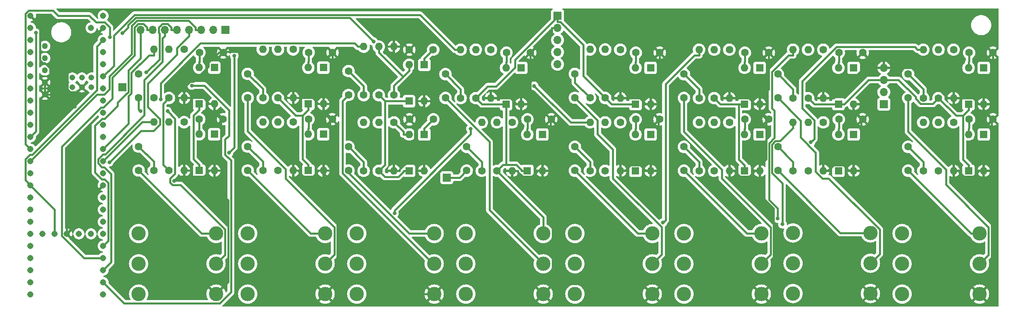
<source format=gbr>
%TF.GenerationSoftware,KiCad,Pcbnew,8.0.3*%
%TF.CreationDate,2024-10-18T17:58:25-04:00*%
%TF.ProjectId,drum_board,6472756d-5f62-46f6-9172-642e6b696361,rev?*%
%TF.SameCoordinates,Original*%
%TF.FileFunction,Copper,L2,Bot*%
%TF.FilePolarity,Positive*%
%FSLAX46Y46*%
G04 Gerber Fmt 4.6, Leading zero omitted, Abs format (unit mm)*
G04 Created by KiCad (PCBNEW 8.0.3) date 2024-10-18 17:58:25*
%MOMM*%
%LPD*%
G01*
G04 APERTURE LIST*
%TA.AperFunction,ComponentPad*%
%ADD10C,1.600000*%
%TD*%
%TA.AperFunction,ComponentPad*%
%ADD11O,1.600000X1.600000*%
%TD*%
%TA.AperFunction,ComponentPad*%
%ADD12R,1.700000X1.700000*%
%TD*%
%TA.AperFunction,ComponentPad*%
%ADD13O,1.700000X1.700000*%
%TD*%
%TA.AperFunction,ComponentPad*%
%ADD14R,1.600000X1.600000*%
%TD*%
%TA.AperFunction,ComponentPad*%
%ADD15C,3.000000*%
%TD*%
%TA.AperFunction,ComponentPad*%
%ADD16C,1.308000*%
%TD*%
%TA.AperFunction,ComponentPad*%
%ADD17C,1.258000*%
%TD*%
%TA.AperFunction,ComponentPad*%
%ADD18C,1.208000*%
%TD*%
%TA.AperFunction,ViaPad*%
%ADD19C,0.800000*%
%TD*%
%TA.AperFunction,Conductor*%
%ADD20C,0.400000*%
%TD*%
G04 APERTURE END LIST*
D10*
%TO.P,C29,1*%
%TO.N,GND*%
X217985000Y-85249000D03*
%TO.P,C29,2*%
%TO.N,/out_ch12*%
X212985000Y-85249000D03*
%TD*%
%TO.P,R5,1*%
%TO.N,Net-(C5-Pad2)*%
X113390000Y-96044000D03*
D11*
%TO.P,R5,2*%
%TO.N,/out_ch4*%
X113390000Y-85884000D03*
%TD*%
D10*
%TO.P,R40,1*%
%TO.N,/out_ch11*%
X190045000Y-70644000D03*
D11*
%TO.P,R40,2*%
%TO.N,GND*%
X190045000Y-80804000D03*
%TD*%
D12*
%TO.P,J9,1,Pin_1*%
%TO.N,/LCD_SDA2*%
X222430000Y-82074000D03*
D13*
%TO.P,J9,2,Pin_2*%
%TO.N,/LCD_SCL2*%
X222430000Y-79534000D03*
%TO.P,J9,3,Pin_3*%
%TO.N,VCC*%
X222430000Y-76994000D03*
%TO.P,J9,4,Pin_4*%
%TO.N,GND*%
X222430000Y-74454000D03*
%TD*%
D14*
%TO.P,D19,1,K*%
%TO.N,VCC*%
X170360000Y-82074000D03*
D11*
%TO.P,D19,2,A*%
%TO.N,/out_ch9*%
X170360000Y-74454000D03*
%TD*%
D10*
%TO.P,R24,1*%
%TO.N,/out_ch3*%
X98605000Y-70604000D03*
D11*
%TO.P,R24,2*%
%TO.N,GND*%
X98605000Y-80764000D03*
%TD*%
D10*
%TO.P,R48,1*%
%TO.N,/out_ch15*%
X237035000Y-70644000D03*
D11*
%TO.P,R48,2*%
%TO.N,GND*%
X237035000Y-80804000D03*
%TD*%
D10*
%TO.P,C11,1*%
%TO.N,/in_ch10*%
X180520000Y-96004000D03*
%TO.P,C11,2*%
%TO.N,Net-(C11-Pad2)*%
X180520000Y-91004000D03*
%TD*%
D15*
%TO.P,J5,R*%
%TO.N,/in_ch9*%
X173890000Y-115525000D03*
%TO.P,J5,RN*%
%TO.N,unconnected-(J5-PadRN)*%
X157660000Y-115525000D03*
%TO.P,J5,S*%
%TO.N,GND*%
X173890000Y-121875000D03*
%TO.P,J5,SN*%
%TO.N,unconnected-(J5-PadSN)*%
X157660000Y-121875000D03*
%TO.P,J5,T*%
%TO.N,/in_ch8*%
X173890000Y-109175000D03*
%TO.P,J5,TN*%
%TO.N,unconnected-(J5-PadTN)*%
X157660000Y-109175000D03*
%TD*%
D10*
%TO.P,C1,1*%
%TO.N,/in_ch0*%
X66220000Y-95964000D03*
%TO.P,C1,2*%
%TO.N,Net-(C1-Pad2)*%
X66220000Y-90964000D03*
%TD*%
%TO.P,C20,1*%
%TO.N,GND*%
X106860000Y-71239000D03*
%TO.P,C20,2*%
%TO.N,/out_ch3*%
X101860000Y-71239000D03*
%TD*%
%TO.P,R10,1*%
%TO.N,Net-(C10-Pad2)*%
X160835000Y-80764000D03*
D11*
%TO.P,R10,2*%
%TO.N,/out_ch9*%
X160835000Y-70604000D03*
%TD*%
D14*
%TO.P,D24,1,K*%
%TO.N,/out_ch11*%
X196395000Y-74454000D03*
D11*
%TO.P,D24,2,A*%
%TO.N,GND*%
X196395000Y-82074000D03*
%TD*%
D14*
%TO.P,D31,1,K*%
%TO.N,VCC*%
X240170000Y-82074000D03*
D11*
%TO.P,D31,2,A*%
%TO.N,/out_ch15*%
X240170000Y-74454000D03*
%TD*%
D10*
%TO.P,R26,1*%
%TO.N,/out_ch4*%
X119740000Y-85884000D03*
D11*
%TO.P,R26,2*%
%TO.N,GND*%
X119740000Y-96044000D03*
%TD*%
D10*
%TO.P,R15,1*%
%TO.N,Net-(C15-Pad2)*%
X230685000Y-96044000D03*
D11*
%TO.P,R15,2*%
%TO.N,/out_ch14*%
X230685000Y-85884000D03*
%TD*%
D10*
%TO.P,R35,1*%
%TO.N,VCC*%
X164010000Y-80764000D03*
D11*
%TO.P,R35,2*%
%TO.N,/out_ch9*%
X164010000Y-70604000D03*
%TD*%
D15*
%TO.P,J3,R*%
%TO.N,/in_ch5*%
X128170000Y-115525000D03*
%TO.P,J3,RN*%
%TO.N,unconnected-(J3-PadRN)*%
X111940000Y-115525000D03*
%TO.P,J3,S*%
%TO.N,GND*%
X128170000Y-121875000D03*
%TO.P,J3,SN*%
%TO.N,unconnected-(J3-PadSN)*%
X111940000Y-121875000D03*
%TO.P,J3,T*%
%TO.N,/in_ch4*%
X128170000Y-109175000D03*
%TO.P,J3,TN*%
%TO.N,unconnected-(J3-PadTN)*%
X111940000Y-109175000D03*
%TD*%
D10*
%TO.P,C30,1*%
%TO.N,GND*%
X217985000Y-71279000D03*
%TO.P,C30,2*%
%TO.N,/out_ch13*%
X212985000Y-71279000D03*
%TD*%
D14*
%TO.P,D29,1,K*%
%TO.N,VCC*%
X240170000Y-96044000D03*
D11*
%TO.P,D29,2,A*%
%TO.N,/out_ch14*%
X240170000Y-88424000D03*
%TD*%
D10*
%TO.P,C7,1*%
%TO.N,/in_ch6*%
X134980000Y-96004000D03*
%TO.P,C7,2*%
%TO.N,Net-(C7-Pad2)*%
X134980000Y-91004000D03*
%TD*%
D12*
%TO.P,J12,1,Pin_1*%
%TO.N,/I2S_DOUT*%
X62820000Y-78500000D03*
%TD*%
%TO.P,J10,1,Pin_1*%
%TO.N,VCC*%
X154030000Y-63540000D03*
D13*
%TO.P,J10,2,Pin_2*%
%TO.N,GND*%
X154030000Y-66080000D03*
%TO.P,J10,3,Pin_3*%
%TO.N,/DAC_LCK*%
X154030000Y-68620000D03*
%TO.P,J10,4,Pin_4*%
%TO.N,/DAC_DIN*%
X154030000Y-71160000D03*
%TO.P,J10,5,Pin_5*%
%TO.N,/DAC_BCK*%
X154030000Y-73700000D03*
%TD*%
D14*
%TO.P,D26,1,K*%
%TO.N,/out_ch12*%
X216080000Y-88424000D03*
D11*
%TO.P,D26,2,A*%
%TO.N,GND*%
X216080000Y-96044000D03*
%TD*%
D10*
%TO.P,C12,1*%
%TO.N,/in_ch11*%
X180520000Y-80764000D03*
%TO.P,C12,2*%
%TO.N,Net-(C12-Pad2)*%
X180520000Y-75764000D03*
%TD*%
D14*
%TO.P,D9,1,K*%
%TO.N,VCC*%
X122915000Y-96044000D03*
D11*
%TO.P,D9,2,A*%
%TO.N,/out_ch4*%
X122915000Y-88424000D03*
%TD*%
D12*
%TO.P,J11,1,Pin_1*%
%TO.N,/BUTTON0*%
X84440000Y-66500000D03*
D13*
%TO.P,J11,2,Pin_2*%
%TO.N,/BUTTON1*%
X81900000Y-66500000D03*
%TO.P,J11,3,Pin_3*%
%TO.N,/BUTTON2*%
X79360000Y-66500000D03*
%TO.P,J11,4,Pin_4*%
%TO.N,/BUTTON3*%
X76820000Y-66500000D03*
%TO.P,J11,5,Pin_5*%
%TO.N,/BUTTON4*%
X74280000Y-66500000D03*
%TO.P,J11,6,Pin_6*%
%TO.N,/BUTTON5*%
X71740000Y-66500000D03*
%TO.P,J11,7,Pin_7*%
%TO.N,/BUTTON6*%
X69200000Y-66500000D03*
%TO.P,J11,8,Pin_8*%
%TO.N,/BUTTON7*%
X66660000Y-66500000D03*
%TD*%
D12*
%TO.P,J13,1,Pin_1*%
%TO.N,/in_ch6*%
X130820000Y-97500000D03*
%TD*%
D10*
%TO.P,C28,1*%
%TO.N,GND*%
X198300000Y-71279000D03*
%TO.P,C28,2*%
%TO.N,/out_ch11*%
X193300000Y-71279000D03*
%TD*%
%TO.P,R4,1*%
%TO.N,Net-(C4-Pad2)*%
X92255000Y-80764000D03*
D11*
%TO.P,R4,2*%
%TO.N,/out_ch3*%
X92255000Y-70604000D03*
%TD*%
D10*
%TO.P,C16,1*%
%TO.N,/in_ch15*%
X227510000Y-80764000D03*
%TO.P,C16,2*%
%TO.N,Net-(C16-Pad2)*%
X227510000Y-75764000D03*
%TD*%
%TO.P,R7,1*%
%TO.N,Net-(C7-Pad2)*%
X138155000Y-96044000D03*
D11*
%TO.P,R7,2*%
%TO.N,/out_ch6*%
X138155000Y-85884000D03*
%TD*%
D10*
%TO.P,R41,1*%
%TO.N,VCC*%
X206555000Y-96044000D03*
D11*
%TO.P,R41,2*%
%TO.N,/out_ch12*%
X206555000Y-85884000D03*
%TD*%
D10*
%TO.P,R44,1*%
%TO.N,/out_ch13*%
X209730000Y-70644000D03*
D11*
%TO.P,R44,2*%
%TO.N,GND*%
X209730000Y-80804000D03*
%TD*%
D10*
%TO.P,R20,1*%
%TO.N,/out_ch1*%
X75745000Y-70604000D03*
D11*
%TO.P,R20,2*%
%TO.N,GND*%
X75745000Y-80764000D03*
%TD*%
D10*
%TO.P,R12,1*%
%TO.N,Net-(C12-Pad2)*%
X183695000Y-80804000D03*
D11*
%TO.P,R12,2*%
%TO.N,/out_ch11*%
X183695000Y-70644000D03*
%TD*%
D10*
%TO.P,R36,1*%
%TO.N,/out_ch9*%
X167185000Y-70644000D03*
D11*
%TO.P,R36,2*%
%TO.N,GND*%
X167185000Y-80804000D03*
%TD*%
D15*
%TO.P,J1,R*%
%TO.N,/in_ch1*%
X82450000Y-115525000D03*
%TO.P,J1,RN*%
%TO.N,unconnected-(J1-PadRN)*%
X66220000Y-115525000D03*
%TO.P,J1,S*%
%TO.N,GND*%
X82450000Y-121875000D03*
%TO.P,J1,SN*%
%TO.N,unconnected-(J1-PadSN)*%
X66220000Y-121875000D03*
%TO.P,J1,T*%
%TO.N,/in_ch0*%
X82450000Y-109175000D03*
%TO.P,J1,TN*%
%TO.N,unconnected-(J1-PadTN)*%
X66220000Y-109175000D03*
%TD*%
D10*
%TO.P,R27,1*%
%TO.N,VCC*%
X116565000Y-80169000D03*
D11*
%TO.P,R27,2*%
%TO.N,/out_ch5*%
X116565000Y-70009000D03*
%TD*%
D10*
%TO.P,R9,1*%
%TO.N,Net-(C9-Pad2)*%
X160835000Y-96044000D03*
D11*
%TO.P,R9,2*%
%TO.N,/out_ch8*%
X160835000Y-85884000D03*
%TD*%
D10*
%TO.P,R33,1*%
%TO.N,VCC*%
X164010000Y-96044000D03*
D11*
%TO.P,R33,2*%
%TO.N,/out_ch8*%
X164010000Y-85884000D03*
%TD*%
D15*
%TO.P,J4,R*%
%TO.N,/in_ch7*%
X151030000Y-115525000D03*
%TO.P,J4,RN*%
%TO.N,unconnected-(J4-PadRN)*%
X134800000Y-115525000D03*
%TO.P,J4,S*%
%TO.N,GND*%
X151030000Y-121875000D03*
%TO.P,J4,SN*%
%TO.N,unconnected-(J4-PadSN)*%
X134800000Y-121875000D03*
%TO.P,J4,T*%
%TO.N,VCC*%
X151030000Y-109175000D03*
%TO.P,J4,TN*%
%TO.N,unconnected-(J4-PadTN)*%
X134800000Y-109175000D03*
%TD*%
%TO.P,J6,R*%
%TO.N,/in_ch11*%
X196750000Y-115525000D03*
%TO.P,J6,RN*%
%TO.N,unconnected-(J6-PadRN)*%
X180520000Y-115525000D03*
%TO.P,J6,S*%
%TO.N,GND*%
X196750000Y-121875000D03*
%TO.P,J6,SN*%
%TO.N,unconnected-(J6-PadSN)*%
X180520000Y-121875000D03*
%TO.P,J6,T*%
%TO.N,/in_ch10*%
X196750000Y-109175000D03*
%TO.P,J6,TN*%
%TO.N,unconnected-(J6-PadTN)*%
X180520000Y-109175000D03*
%TD*%
D10*
%TO.P,R16,1*%
%TO.N,Net-(C16-Pad2)*%
X230685000Y-80804000D03*
D11*
%TO.P,R16,2*%
%TO.N,/out_ch15*%
X230685000Y-70644000D03*
%TD*%
D10*
%TO.P,R37,1*%
%TO.N,VCC*%
X186870000Y-96044000D03*
D11*
%TO.P,R37,2*%
%TO.N,/out_ch10*%
X186870000Y-85884000D03*
%TD*%
D10*
%TO.P,R34,1*%
%TO.N,/out_ch8*%
X167185000Y-85884000D03*
D11*
%TO.P,R34,2*%
%TO.N,GND*%
X167185000Y-96044000D03*
%TD*%
D10*
%TO.P,C10,1*%
%TO.N,/in_ch9*%
X157660000Y-80724000D03*
%TO.P,C10,2*%
%TO.N,Net-(C10-Pad2)*%
X157660000Y-75724000D03*
%TD*%
D14*
%TO.P,D22,1,K*%
%TO.N,/out_ch10*%
X196395000Y-88424000D03*
D11*
%TO.P,D22,2,A*%
%TO.N,GND*%
X196395000Y-96044000D03*
%TD*%
D10*
%TO.P,R45,1*%
%TO.N,VCC*%
X233860000Y-96044000D03*
D11*
%TO.P,R45,2*%
%TO.N,/out_ch14*%
X233860000Y-85884000D03*
%TD*%
D14*
%TO.P,D18,1,K*%
%TO.N,/out_ch8*%
X173535000Y-88424000D03*
D11*
%TO.P,D18,2,A*%
%TO.N,GND*%
X173535000Y-96044000D03*
%TD*%
D14*
%TO.P,D14,1,K*%
%TO.N,/out_ch6*%
X150855000Y-88424000D03*
D11*
%TO.P,D14,2,A*%
%TO.N,GND*%
X150855000Y-96044000D03*
%TD*%
D14*
%TO.P,D16,1,K*%
%TO.N,/out_ch7*%
X146410000Y-74454000D03*
D11*
%TO.P,D16,2,A*%
%TO.N,GND*%
X146410000Y-82074000D03*
%TD*%
D10*
%TO.P,R2,1*%
%TO.N,Net-(C2-Pad2)*%
X69395000Y-80764000D03*
D11*
%TO.P,R2,2*%
%TO.N,/out_ch1*%
X69395000Y-70604000D03*
%TD*%
D10*
%TO.P,R1,1*%
%TO.N,Net-(C1-Pad2)*%
X69395000Y-96004000D03*
D11*
%TO.P,R1,2*%
%TO.N,/out_ch0*%
X69395000Y-85844000D03*
%TD*%
D14*
%TO.P,D10,1,K*%
%TO.N,/out_ch4*%
X126090000Y-88424000D03*
D11*
%TO.P,D10,2,A*%
%TO.N,GND*%
X126090000Y-96044000D03*
%TD*%
D14*
%TO.P,D30,1,K*%
%TO.N,/out_ch14*%
X243345000Y-88424000D03*
D11*
%TO.P,D30,2,A*%
%TO.N,GND*%
X243345000Y-96044000D03*
%TD*%
D14*
%TO.P,D17,1,K*%
%TO.N,VCC*%
X170360000Y-96044000D03*
D11*
%TO.P,D17,2,A*%
%TO.N,/out_ch8*%
X170360000Y-88424000D03*
%TD*%
D10*
%TO.P,R47,1*%
%TO.N,VCC*%
X233860000Y-80804000D03*
D11*
%TO.P,R47,2*%
%TO.N,/out_ch15*%
X233860000Y-70644000D03*
%TD*%
D10*
%TO.P,R42,1*%
%TO.N,/out_ch12*%
X209730000Y-85884000D03*
D11*
%TO.P,R42,2*%
%TO.N,GND*%
X209730000Y-96044000D03*
%TD*%
D10*
%TO.P,R17,1*%
%TO.N,VCC*%
X72570000Y-96004000D03*
D11*
%TO.P,R17,2*%
%TO.N,/out_ch0*%
X72570000Y-85844000D03*
%TD*%
D14*
%TO.P,D32,1,K*%
%TO.N,/out_ch15*%
X243345000Y-74454000D03*
D11*
%TO.P,D32,2,A*%
%TO.N,GND*%
X243345000Y-82074000D03*
%TD*%
D10*
%TO.P,C8,1*%
%TO.N,/in_ch7*%
X130535000Y-80764000D03*
%TO.P,C8,2*%
%TO.N,Net-(C8-Pad2)*%
X130535000Y-75764000D03*
%TD*%
D16*
%TO.P,U1,0,RX1*%
%TO.N,unconnected-(U1-RX1-Pad0)*%
X43540000Y-66080000D03*
%TO.P,U1,1,TX1*%
%TO.N,unconnected-(U1-TX1-Pad1)*%
X43540000Y-68620000D03*
%TO.P,U1,2,OUT2*%
%TO.N,/DAC_DIN*%
X43540000Y-71160000D03*
%TO.P,U1,3,LRCLK2*%
%TO.N,/DAC_LCK*%
X43540000Y-73700000D03*
%TO.P,U1,3.3V_1,3.3V*%
%TO.N,VCC*%
X43540000Y-99100000D03*
%TO.P,U1,3.3V_2,3.3V*%
X58780000Y-68620000D03*
%TO.P,U1,3.3V_3,3.3V*%
X48620000Y-109260000D03*
%TO.P,U1,4,BCLK2*%
%TO.N,/DAC_BCK*%
X43540000Y-76240000D03*
%TO.P,U1,5,IN2*%
%TO.N,/I2S_DOUT*%
X43540000Y-78780000D03*
D17*
%TO.P,U1,5V,5V*%
%TO.N,/DAC_VCC*%
X46590000Y-69890000D03*
D16*
%TO.P,U1,6,OUT1D*%
%TO.N,unconnected-(U1-OUT1D-Pad6)*%
X43540000Y-81320000D03*
%TO.P,U1,7,RX2*%
%TO.N,unconnected-(U1-RX2-Pad7)*%
X43540000Y-83860000D03*
%TO.P,U1,8,TX2*%
%TO.N,unconnected-(U1-TX2-Pad8)*%
X43540000Y-86400000D03*
%TO.P,U1,9,OUT1C*%
%TO.N,/BUTTON0*%
X43540000Y-88940000D03*
%TO.P,U1,10,CS1*%
%TO.N,/BUTTON1*%
X43540000Y-91480000D03*
%TO.P,U1,11,MOSI*%
%TO.N,/BUTTON2*%
X43540000Y-94020000D03*
%TO.P,U1,12,MISO*%
%TO.N,/BUTTON3*%
X43540000Y-96560000D03*
%TO.P,U1,13,SCK*%
%TO.N,unconnected-(U1-SCK-Pad13)*%
X58780000Y-96560000D03*
%TO.P,U1,14,A0*%
%TO.N,/out_ch0*%
X58780000Y-94020000D03*
%TO.P,U1,15,A1*%
%TO.N,/out_ch1*%
X58780000Y-91480000D03*
%TO.P,U1,16,A2*%
%TO.N,/out_ch2*%
X58780000Y-88940000D03*
%TO.P,U1,17,A3*%
%TO.N,/out_ch3*%
X58780000Y-86400000D03*
%TO.P,U1,18,A4*%
%TO.N,/out_ch4*%
X58780000Y-83860000D03*
%TO.P,U1,19,A5*%
%TO.N,/out_ch5*%
X58780000Y-81320000D03*
%TO.P,U1,20,A6*%
%TO.N,/out_ch6*%
X58780000Y-78780000D03*
%TO.P,U1,21,A7*%
%TO.N,/out_ch7*%
X58780000Y-76240000D03*
%TO.P,U1,22,A8*%
%TO.N,/out_ch8*%
X58780000Y-73700000D03*
%TO.P,U1,23,A9*%
%TO.N,/out_ch9*%
X58780000Y-71160000D03*
%TO.P,U1,24,A10*%
%TO.N,/LCD_SCL2*%
X43540000Y-101640000D03*
%TO.P,U1,25,A11*%
%TO.N,/LCD_SDA2*%
X43540000Y-104180000D03*
%TO.P,U1,26,A12*%
%TO.N,/out_ch10*%
X43540000Y-106720000D03*
%TO.P,U1,27,A13*%
%TO.N,/out_ch11*%
X43540000Y-109260000D03*
%TO.P,U1,28,RX7*%
%TO.N,unconnected-(U1-RX7-Pad28)*%
X43540000Y-111800000D03*
%TO.P,U1,29,TX7*%
%TO.N,unconnected-(U1-TX7-Pad29)*%
X43540000Y-114340000D03*
%TO.P,U1,30,CRX3*%
%TO.N,unconnected-(U1-CRX3-Pad30)*%
X43540000Y-116880000D03*
%TO.P,U1,31,CTX3*%
%TO.N,unconnected-(U1-CTX3-Pad31)*%
X43540000Y-119420000D03*
%TO.P,U1,32,OUT1B*%
%TO.N,unconnected-(U1-OUT1B-Pad32)*%
X43540000Y-121960000D03*
%TO.P,U1,33,MCLK2*%
%TO.N,unconnected-(U1-MCLK2-Pad33)*%
X58780000Y-121960000D03*
%TO.P,U1,34,RX8*%
%TO.N,/BUTTON4*%
X58780000Y-119420000D03*
%TO.P,U1,35,TX8*%
%TO.N,/BUTTON5*%
X58780000Y-116880000D03*
%TO.P,U1,36,CS2*%
%TO.N,/BUTTON6*%
X58780000Y-114340000D03*
%TO.P,U1,37,CS3*%
%TO.N,/BUTTON7*%
X58780000Y-111800000D03*
%TO.P,U1,38,A14*%
%TO.N,/out_ch12*%
X58780000Y-109260000D03*
%TO.P,U1,39,A15*%
%TO.N,/out_ch13*%
X58780000Y-106720000D03*
%TO.P,U1,40,A16*%
%TO.N,/out_ch14*%
X58780000Y-104180000D03*
%TO.P,U1,41,A17*%
%TO.N,/out_ch15*%
X58780000Y-101640000D03*
D17*
%TO.P,U1,D+,D+*%
%TO.N,unconnected-(U1-PadD+)*%
X46590000Y-74970000D03*
%TO.P,U1,D-,D-*%
%TO.N,unconnected-(U1-PadD-)*%
X46590000Y-72430000D03*
D16*
%TO.P,U1,GND1,GND*%
%TO.N,GND*%
X43540000Y-63540000D03*
%TO.P,U1,GND2,GND*%
X58780000Y-99100000D03*
%TO.P,U1,GND3,GND*%
X58780000Y-66080000D03*
%TO.P,U1,GND4,GND*%
X51160000Y-109260000D03*
D18*
%TO.P,U1,GND5,GND*%
X54330000Y-78510000D03*
%TO.P,U1,LED,LED*%
%TO.N,unconnected-(U1-PadLED)*%
X54330000Y-76510000D03*
D16*
%TO.P,U1,ON/OFF,ON/OFF*%
%TO.N,unconnected-(U1-PadON{slash}OFF)*%
X56240000Y-109260000D03*
%TO.P,U1,PROGRAM,PROGRAM*%
%TO.N,unconnected-(U1-PadPROGRAM)*%
X53700000Y-109260000D03*
D18*
%TO.P,U1,R+,R+*%
%TO.N,unconnected-(U1-PadR+)*%
X56330000Y-76510000D03*
%TO.P,U1,R-,R-*%
%TO.N,unconnected-(U1-PadR-)*%
X56330000Y-78510000D03*
%TO.P,U1,T+,T+*%
%TO.N,unconnected-(U1-PadT+)*%
X52330000Y-78510000D03*
%TO.P,U1,T-,T-*%
%TO.N,unconnected-(U1-PadT-)*%
X52330000Y-76510000D03*
D17*
%TO.P,U1,USB_GND1,USB_GND*%
%TO.N,GND*%
X46590000Y-77510000D03*
%TO.P,U1,USB_GND2,USB_GND*%
X46590000Y-80050000D03*
D16*
%TO.P,U1,VBAT,VBAT*%
%TO.N,unconnected-(U1-PadVBAT)*%
X46080000Y-109260000D03*
%TO.P,U1,VIN,VIN*%
%TO.N,unconnected-(U1-PadVIN)*%
X58780000Y-63540000D03*
%TO.P,U1,VUSB,VUSB*%
%TO.N,unconnected-(U1-PadVUSB)*%
X56240000Y-66080000D03*
%TD*%
D15*
%TO.P,J7,R*%
%TO.N,/in_ch13*%
X219610000Y-115429500D03*
%TO.P,J7,RN*%
%TO.N,unconnected-(J7-PadRN)*%
X203380000Y-115429500D03*
%TO.P,J7,S*%
%TO.N,GND*%
X219610000Y-121779500D03*
%TO.P,J7,SN*%
%TO.N,unconnected-(J7-PadSN)*%
X203380000Y-121779500D03*
%TO.P,J7,T*%
%TO.N,/in_ch12*%
X219610000Y-109079500D03*
%TO.P,J7,TN*%
%TO.N,unconnected-(J7-PadTN)*%
X203380000Y-109079500D03*
%TD*%
D10*
%TO.P,R23,1*%
%TO.N,VCC*%
X95430000Y-80764000D03*
D11*
%TO.P,R23,2*%
%TO.N,/out_ch3*%
X95430000Y-70604000D03*
%TD*%
D10*
%TO.P,R28,1*%
%TO.N,/out_ch5*%
X119740000Y-80169000D03*
D11*
%TO.P,R28,2*%
%TO.N,GND*%
X119740000Y-70009000D03*
%TD*%
D10*
%TO.P,C23,1*%
%TO.N,GND*%
X152720000Y-85249000D03*
%TO.P,C23,2*%
%TO.N,/out_ch6*%
X147720000Y-85249000D03*
%TD*%
%TO.P,C22,1*%
%TO.N,GND*%
X122955000Y-70644000D03*
%TO.P,C22,2*%
%TO.N,/out_ch5*%
X127955000Y-70644000D03*
%TD*%
%TO.P,C27,1*%
%TO.N,GND*%
X198260000Y-85249000D03*
%TO.P,C27,2*%
%TO.N,/out_ch10*%
X193260000Y-85249000D03*
%TD*%
%TO.P,R14,1*%
%TO.N,Net-(C14-Pad2)*%
X203380000Y-80804000D03*
D11*
%TO.P,R14,2*%
%TO.N,/out_ch13*%
X203380000Y-70644000D03*
%TD*%
D14*
%TO.P,D21,1,K*%
%TO.N,VCC*%
X193220000Y-96044000D03*
D11*
%TO.P,D21,2,A*%
%TO.N,/out_ch10*%
X193220000Y-88424000D03*
%TD*%
D10*
%TO.P,C26,1*%
%TO.N,GND*%
X175440000Y-71279000D03*
%TO.P,C26,2*%
%TO.N,/out_ch9*%
X170440000Y-71279000D03*
%TD*%
%TO.P,C13,1*%
%TO.N,/in_ch12*%
X200205000Y-96004000D03*
%TO.P,C13,2*%
%TO.N,Net-(C13-Pad2)*%
X200205000Y-91004000D03*
%TD*%
D14*
%TO.P,D23,1,K*%
%TO.N,VCC*%
X193220000Y-82074000D03*
D11*
%TO.P,D23,2,A*%
%TO.N,/out_ch11*%
X193220000Y-74454000D03*
%TD*%
D10*
%TO.P,C3,1*%
%TO.N,/in_ch2*%
X89080000Y-95964000D03*
%TO.P,C3,2*%
%TO.N,Net-(C3-Pad2)*%
X89080000Y-90964000D03*
%TD*%
D15*
%TO.P,J8,R*%
%TO.N,/in_ch15*%
X242470000Y-115525000D03*
%TO.P,J8,RN*%
%TO.N,unconnected-(J8-PadRN)*%
X226240000Y-115525000D03*
%TO.P,J8,S*%
%TO.N,GND*%
X242470000Y-121875000D03*
%TO.P,J8,SN*%
%TO.N,unconnected-(J8-PadSN)*%
X226240000Y-121875000D03*
%TO.P,J8,T*%
%TO.N,/in_ch14*%
X242470000Y-109175000D03*
%TO.P,J8,TN*%
%TO.N,unconnected-(J8-PadTN)*%
X226240000Y-109175000D03*
%TD*%
D10*
%TO.P,R13,1*%
%TO.N,Net-(C13-Pad2)*%
X203380000Y-96044000D03*
D11*
%TO.P,R13,2*%
%TO.N,/out_ch12*%
X203380000Y-85884000D03*
%TD*%
D10*
%TO.P,R22,1*%
%TO.N,/out_ch2*%
X98605000Y-85844000D03*
D11*
%TO.P,R22,2*%
%TO.N,GND*%
X98605000Y-96004000D03*
%TD*%
D10*
%TO.P,C4,1*%
%TO.N,/in_ch3*%
X89080000Y-80724000D03*
%TO.P,C4,2*%
%TO.N,Net-(C4-Pad2)*%
X89080000Y-75724000D03*
%TD*%
D14*
%TO.P,D8,1,K*%
%TO.N,/out_ch3*%
X104955000Y-74414000D03*
D11*
%TO.P,D8,2,A*%
%TO.N,GND*%
X104955000Y-82034000D03*
%TD*%
D10*
%TO.P,C19,1*%
%TO.N,GND*%
X106820000Y-85209000D03*
%TO.P,C19,2*%
%TO.N,/out_ch2*%
X101820000Y-85209000D03*
%TD*%
D14*
%TO.P,D7,1,K*%
%TO.N,VCC*%
X101780000Y-82034000D03*
D11*
%TO.P,D7,2,A*%
%TO.N,/out_ch3*%
X101780000Y-74414000D03*
%TD*%
D14*
%TO.P,D3,1,K*%
%TO.N,VCC*%
X78920000Y-82034000D03*
D11*
%TO.P,D3,2,A*%
%TO.N,/out_ch1*%
X78920000Y-74414000D03*
%TD*%
D10*
%TO.P,C32,1*%
%TO.N,GND*%
X245290000Y-71279000D03*
%TO.P,C32,2*%
%TO.N,/out_ch15*%
X240290000Y-71279000D03*
%TD*%
%TO.P,R18,1*%
%TO.N,/out_ch0*%
X75745000Y-85844000D03*
D11*
%TO.P,R18,2*%
%TO.N,GND*%
X75745000Y-96004000D03*
%TD*%
D14*
%TO.P,D2,1,K*%
%TO.N,/out_ch0*%
X82095000Y-88384000D03*
D11*
%TO.P,D2,2,A*%
%TO.N,GND*%
X82095000Y-96004000D03*
%TD*%
D10*
%TO.P,C14,1*%
%TO.N,/in_ch13*%
X200205000Y-80764000D03*
%TO.P,C14,2*%
%TO.N,Net-(C14-Pad2)*%
X200205000Y-75764000D03*
%TD*%
D14*
%TO.P,D25,1,K*%
%TO.N,VCC*%
X212905000Y-96044000D03*
D11*
%TO.P,D25,2,A*%
%TO.N,/out_ch12*%
X212905000Y-88424000D03*
%TD*%
D14*
%TO.P,D12,1,K*%
%TO.N,/out_ch5*%
X126090000Y-73819000D03*
D11*
%TO.P,D12,2,A*%
%TO.N,GND*%
X126090000Y-81439000D03*
%TD*%
D10*
%TO.P,C18,1*%
%TO.N,GND*%
X83960000Y-71239000D03*
%TO.P,C18,2*%
%TO.N,/out_ch1*%
X78960000Y-71239000D03*
%TD*%
%TO.P,C24,1*%
%TO.N,GND*%
X148315000Y-71279000D03*
%TO.P,C24,2*%
%TO.N,/out_ch7*%
X143315000Y-71279000D03*
%TD*%
%TO.P,R30,1*%
%TO.N,/out_ch6*%
X144505000Y-85884000D03*
D11*
%TO.P,R30,2*%
%TO.N,GND*%
X144505000Y-96044000D03*
%TD*%
D10*
%TO.P,C5,1*%
%TO.N,/in_ch4*%
X110215000Y-96004000D03*
%TO.P,C5,2*%
%TO.N,Net-(C5-Pad2)*%
X110215000Y-91004000D03*
%TD*%
D14*
%TO.P,D27,1,K*%
%TO.N,VCC*%
X212905000Y-82074000D03*
D11*
%TO.P,D27,2,A*%
%TO.N,/out_ch13*%
X212905000Y-74454000D03*
%TD*%
D10*
%TO.P,R11,1*%
%TO.N,Net-(C11-Pad2)*%
X183695000Y-96044000D03*
D11*
%TO.P,R11,2*%
%TO.N,/out_ch10*%
X183695000Y-85884000D03*
%TD*%
D15*
%TO.P,J2,R*%
%TO.N,/in_ch3*%
X105310000Y-115525000D03*
%TO.P,J2,RN*%
%TO.N,unconnected-(J2-PadRN)*%
X89080000Y-115525000D03*
%TO.P,J2,S*%
%TO.N,GND*%
X105310000Y-121875000D03*
%TO.P,J2,SN*%
%TO.N,unconnected-(J2-PadSN)*%
X89080000Y-121875000D03*
%TO.P,J2,T*%
%TO.N,/in_ch2*%
X105310000Y-109175000D03*
%TO.P,J2,TN*%
%TO.N,unconnected-(J2-PadTN)*%
X89080000Y-109175000D03*
%TD*%
D10*
%TO.P,R8,1*%
%TO.N,Net-(C8-Pad2)*%
X133710000Y-80804000D03*
D11*
%TO.P,R8,2*%
%TO.N,/out_ch7*%
X133710000Y-70644000D03*
%TD*%
D10*
%TO.P,R6,1*%
%TO.N,Net-(C6-Pad2)*%
X113390000Y-80169000D03*
D11*
%TO.P,R6,2*%
%TO.N,/out_ch5*%
X113390000Y-70009000D03*
%TD*%
D10*
%TO.P,C21,1*%
%TO.N,GND*%
X122995000Y-85249000D03*
%TO.P,C21,2*%
%TO.N,/out_ch4*%
X127995000Y-85249000D03*
%TD*%
D14*
%TO.P,D1,1,K*%
%TO.N,VCC*%
X78920000Y-96004000D03*
D11*
%TO.P,D1,2,A*%
%TO.N,/out_ch0*%
X78920000Y-88384000D03*
%TD*%
D10*
%TO.P,R43,1*%
%TO.N,VCC*%
X206555000Y-80804000D03*
D11*
%TO.P,R43,2*%
%TO.N,/out_ch13*%
X206555000Y-70644000D03*
%TD*%
D10*
%TO.P,R32,1*%
%TO.N,/out_ch7*%
X140060000Y-70644000D03*
D11*
%TO.P,R32,2*%
%TO.N,GND*%
X140060000Y-80804000D03*
%TD*%
D14*
%TO.P,D4,1,K*%
%TO.N,/out_ch1*%
X82095000Y-74414000D03*
D11*
%TO.P,D4,2,A*%
%TO.N,GND*%
X82095000Y-82034000D03*
%TD*%
D10*
%TO.P,R19,1*%
%TO.N,VCC*%
X72570000Y-80764000D03*
D11*
%TO.P,R19,2*%
%TO.N,/out_ch1*%
X72570000Y-70604000D03*
%TD*%
D10*
%TO.P,R3,1*%
%TO.N,Net-(C3-Pad2)*%
X92255000Y-96004000D03*
D11*
%TO.P,R3,2*%
%TO.N,/out_ch2*%
X92255000Y-85844000D03*
%TD*%
D10*
%TO.P,C25,1*%
%TO.N,GND*%
X175400000Y-85249000D03*
%TO.P,C25,2*%
%TO.N,/out_ch8*%
X170400000Y-85249000D03*
%TD*%
%TO.P,C31,1*%
%TO.N,GND*%
X245290000Y-85249000D03*
%TO.P,C31,2*%
%TO.N,/out_ch14*%
X240290000Y-85249000D03*
%TD*%
%TO.P,C2,1*%
%TO.N,/in_ch1*%
X66220000Y-80724000D03*
%TO.P,C2,2*%
%TO.N,Net-(C2-Pad2)*%
X66220000Y-75724000D03*
%TD*%
%TO.P,R38,1*%
%TO.N,/out_ch10*%
X190045000Y-85884000D03*
D11*
%TO.P,R38,2*%
%TO.N,GND*%
X190045000Y-96044000D03*
%TD*%
D10*
%TO.P,R39,1*%
%TO.N,VCC*%
X186870000Y-80804000D03*
D11*
%TO.P,R39,2*%
%TO.N,/out_ch11*%
X186870000Y-70644000D03*
%TD*%
D14*
%TO.P,D20,1,K*%
%TO.N,/out_ch9*%
X173535000Y-74454000D03*
D11*
%TO.P,D20,2,A*%
%TO.N,GND*%
X173535000Y-82074000D03*
%TD*%
D10*
%TO.P,C15,1*%
%TO.N,/in_ch14*%
X227510000Y-96004000D03*
%TO.P,C15,2*%
%TO.N,Net-(C15-Pad2)*%
X227510000Y-91004000D03*
%TD*%
%TO.P,C9,1*%
%TO.N,/in_ch8*%
X157660000Y-96004000D03*
%TO.P,C9,2*%
%TO.N,Net-(C9-Pad2)*%
X157660000Y-91004000D03*
%TD*%
%TO.P,C17,1*%
%TO.N,GND*%
X83920000Y-85209000D03*
%TO.P,C17,2*%
%TO.N,/out_ch0*%
X78920000Y-85209000D03*
%TD*%
D14*
%TO.P,D5,1,K*%
%TO.N,VCC*%
X101780000Y-96004000D03*
D11*
%TO.P,D5,2,A*%
%TO.N,/out_ch2*%
X101780000Y-88384000D03*
%TD*%
D10*
%TO.P,R46,1*%
%TO.N,/out_ch14*%
X237035000Y-85884000D03*
D11*
%TO.P,R46,2*%
%TO.N,GND*%
X237035000Y-96044000D03*
%TD*%
D10*
%TO.P,R25,1*%
%TO.N,VCC*%
X116565000Y-96044000D03*
D11*
%TO.P,R25,2*%
%TO.N,/out_ch4*%
X116565000Y-85884000D03*
%TD*%
D10*
%TO.P,R21,1*%
%TO.N,VCC*%
X95430000Y-96004000D03*
D11*
%TO.P,R21,2*%
%TO.N,/out_ch2*%
X95430000Y-85844000D03*
%TD*%
D14*
%TO.P,D13,1,K*%
%TO.N,VCC*%
X147680000Y-96044000D03*
D11*
%TO.P,D13,2,A*%
%TO.N,/out_ch6*%
X147680000Y-88424000D03*
%TD*%
D10*
%TO.P,R31,1*%
%TO.N,VCC*%
X136885000Y-80804000D03*
D11*
%TO.P,R31,2*%
%TO.N,/out_ch7*%
X136885000Y-70644000D03*
%TD*%
D14*
%TO.P,D11,1,K*%
%TO.N,VCC*%
X122915000Y-81439000D03*
D11*
%TO.P,D11,2,A*%
%TO.N,/out_ch5*%
X122915000Y-73819000D03*
%TD*%
D10*
%TO.P,C6,1*%
%TO.N,/in_ch5*%
X110215000Y-80129000D03*
%TO.P,C6,2*%
%TO.N,Net-(C6-Pad2)*%
X110215000Y-75129000D03*
%TD*%
D14*
%TO.P,D6,1,K*%
%TO.N,/out_ch2*%
X104955000Y-88384000D03*
D11*
%TO.P,D6,2,A*%
%TO.N,GND*%
X104955000Y-96004000D03*
%TD*%
D14*
%TO.P,D28,1,K*%
%TO.N,/out_ch13*%
X216080000Y-74454000D03*
D11*
%TO.P,D28,2,A*%
%TO.N,GND*%
X216080000Y-82074000D03*
%TD*%
D14*
%TO.P,D15,1,K*%
%TO.N,VCC*%
X143235000Y-82074000D03*
D11*
%TO.P,D15,2,A*%
%TO.N,/out_ch7*%
X143235000Y-74454000D03*
%TD*%
D10*
%TO.P,R29,1*%
%TO.N,VCC*%
X141330000Y-96044000D03*
D11*
%TO.P,R29,2*%
%TO.N,/out_ch6*%
X141330000Y-85884000D03*
%TD*%
D19*
%TO.N,/DAC_DIN*%
X115457700Y-68930000D03*
X62816400Y-67149800D03*
%TO.N,/BUTTON0*%
X44710200Y-67125100D03*
%TO.N,/BUTTON3*%
X60081200Y-94237800D03*
%TO.N,/BUTTON4*%
X77362200Y-78162600D03*
X67850100Y-75404000D03*
%TO.N,/BUTTON1*%
X60155000Y-68047500D03*
%TO.N,GND*%
X52806400Y-82621300D03*
X75745000Y-79337100D03*
X156598200Y-93824800D03*
X73242800Y-82621300D03*
X73618400Y-98133700D03*
X196717200Y-94587900D03*
X166821200Y-93824800D03*
X117889600Y-71239000D03*
%TO.N,/in_ch1*%
X72269300Y-83544900D03*
X66592600Y-83544900D03*
%TO.N,/out_ch3*%
X85166100Y-92222900D03*
X86271900Y-71901800D03*
%TO.N,/out_ch5*%
X70848200Y-81031100D03*
%TO.N,/out_ch8*%
X149130300Y-78228900D03*
%TO.N,/out_ch10*%
X119845200Y-104962800D03*
X135781700Y-87209500D03*
%TO.N,/out_ch11*%
X176122000Y-106887600D03*
%TO.N,/out_ch12*%
X201173000Y-107249700D03*
%TO.N,/out_ch13*%
X200128600Y-106041800D03*
%TO.N,/out_ch15*%
X207112800Y-90071700D03*
%TD*%
D20*
%TO.N,GND*%
X171776100Y-119761100D02*
X152946500Y-119761100D01*
X173890000Y-121875000D02*
X171776100Y-119761100D01*
X217210500Y-119380000D02*
X219610000Y-121779500D01*
X199245000Y-119380000D02*
X217210500Y-119380000D01*
X196750000Y-121875000D02*
X199245000Y-119380000D01*
X152946500Y-118891487D02*
X152946500Y-119761100D01*
X152946500Y-101491600D02*
X152946500Y-118891487D01*
%TO.N,/BUTTON7*%
X57096300Y-86583900D02*
X58550200Y-85130000D01*
X58535300Y-97830000D02*
X57096300Y-96391000D01*
X66660000Y-72393900D02*
X66660000Y-66500000D01*
X63836400Y-79751700D02*
X64071700Y-79516400D01*
X61803500Y-82388100D02*
X61803500Y-81705200D01*
X64071700Y-74982200D02*
X66660000Y-72393900D01*
X61803500Y-81705200D02*
X63757000Y-79751700D01*
X59851200Y-98612300D02*
X59068900Y-97830000D01*
X59061600Y-85130000D02*
X61803500Y-82388100D01*
X63757000Y-79751700D02*
X63836400Y-79751700D01*
X59851200Y-110728800D02*
X59851200Y-98612300D01*
X64071700Y-79516400D02*
X64071700Y-74982200D01*
X58780000Y-111800000D02*
X59851200Y-110728800D01*
X59068900Y-97830000D02*
X58535300Y-97830000D01*
X58550200Y-85130000D02*
X59061600Y-85130000D01*
X57096300Y-96391000D02*
X57096300Y-86583900D01*
%TO.N,/BUTTON5*%
X67421700Y-84356900D02*
X67421700Y-76966100D01*
X71221300Y-73166500D02*
X71221300Y-68270300D01*
X58735900Y-92535700D02*
X59242900Y-92535700D01*
X60452900Y-115207100D02*
X60452900Y-96724900D01*
X60452900Y-96724900D02*
X59018000Y-95290000D01*
X58780000Y-116880000D02*
X60452900Y-115207100D01*
X57705600Y-93566000D02*
X58735900Y-92535700D01*
X57705600Y-94469800D02*
X57705600Y-93566000D01*
X59018000Y-95290000D02*
X58525800Y-95290000D01*
X58525800Y-95290000D02*
X57705600Y-94469800D01*
X71221300Y-68270300D02*
X71221400Y-68270300D01*
X59242900Y-92535700D02*
X67421700Y-84356900D01*
X71740000Y-66500000D02*
X71740000Y-67751700D01*
X71221400Y-68270300D02*
X71740000Y-67751700D01*
X67421700Y-76966100D02*
X71221300Y-73166500D01*
%TO.N,/DAC_DIN*%
X64002300Y-65515600D02*
X64002300Y-65963900D01*
X65588100Y-63929800D02*
X64002300Y-65515600D01*
X115457700Y-68930000D02*
X110457500Y-63929800D01*
X110457500Y-63929800D02*
X65588100Y-63929800D01*
X64002300Y-65963900D02*
X62816400Y-67149800D01*
%TO.N,/BUTTON0*%
X44710200Y-87769800D02*
X44710200Y-67125100D01*
X43540000Y-88940000D02*
X44710200Y-87769800D01*
%TO.N,/BUTTON6*%
X67948300Y-65981300D02*
X67948300Y-66500000D01*
X65335100Y-66020700D02*
X66135900Y-65219900D01*
X60697100Y-76451700D02*
X65335100Y-71813700D01*
X60697100Y-80924600D02*
X60697100Y-76451700D01*
X54741000Y-114340000D02*
X50076100Y-109675100D01*
X67186900Y-65219900D02*
X67948300Y-65981300D01*
X66135900Y-65219900D02*
X67186900Y-65219900D01*
X58288900Y-82779400D02*
X58842300Y-82779400D01*
X58842300Y-82779400D02*
X60697100Y-80924600D01*
X50076100Y-90992200D02*
X58288900Y-82779400D01*
X50076100Y-109675100D02*
X50076100Y-90992200D01*
X58780000Y-114340000D02*
X54741000Y-114340000D01*
X69200000Y-66500000D02*
X67948300Y-66500000D01*
X65335100Y-71813700D02*
X65335100Y-66020700D01*
%TO.N,/BUTTON3*%
X69374500Y-87635300D02*
X66683700Y-87635300D01*
X68178600Y-82682600D02*
X70677800Y-85181800D01*
X68178600Y-77726100D02*
X68178600Y-82682600D01*
X74280000Y-70291700D02*
X74280000Y-71624700D01*
X70677800Y-86332000D02*
X69374500Y-87635300D01*
X74280000Y-71624700D02*
X68178600Y-77726100D01*
X70677800Y-85181800D02*
X70677800Y-86332000D01*
X76820000Y-66500000D02*
X76820000Y-67751700D01*
X76820000Y-67751700D02*
X74280000Y-70291700D01*
X66683700Y-87635300D02*
X60081200Y-94237800D01*
%TO.N,/BUTTON4*%
X84363100Y-89426900D02*
X85141300Y-88648700D01*
X79972200Y-78162600D02*
X77362200Y-78162600D01*
X70596700Y-67256700D02*
X70470000Y-67130000D01*
X71233000Y-65219200D02*
X72266200Y-65219200D01*
X85571300Y-121482700D02*
X85571300Y-93829700D01*
X70470000Y-67130000D02*
X70470000Y-65982200D01*
X85141300Y-83331700D02*
X79972200Y-78162600D01*
X67850100Y-75404000D02*
X70596700Y-72657400D01*
X72266200Y-65219200D02*
X73028300Y-65981300D01*
X63179700Y-123819700D02*
X83234300Y-123819700D01*
X84363100Y-92621500D02*
X84363100Y-89426900D01*
X70470000Y-65982200D02*
X71233000Y-65219200D01*
X85141300Y-88648700D02*
X85141300Y-83331700D01*
X85571300Y-93829700D02*
X84363100Y-92621500D01*
X58780000Y-119420000D02*
X63179700Y-123819700D01*
X73028300Y-65981300D02*
X73028300Y-66500000D01*
X83234300Y-123819700D02*
X85571300Y-121482700D01*
X74280000Y-66500000D02*
X73028300Y-66500000D01*
X70596700Y-72657400D02*
X70596700Y-67256700D01*
%TO.N,/BUTTON2*%
X60095400Y-76200800D02*
X60095400Y-78977300D01*
X78108300Y-66500000D02*
X78108300Y-65953200D01*
X78108300Y-65953200D02*
X76742000Y-64586900D01*
X65827700Y-64586900D02*
X64733400Y-65681200D01*
X57510000Y-80050000D02*
X43540000Y-94020000D01*
X64733400Y-71562800D02*
X60095400Y-76200800D01*
X59022700Y-80050000D02*
X57510000Y-80050000D01*
X60095400Y-78977300D02*
X59022700Y-80050000D01*
X76742000Y-64586900D02*
X65827700Y-64586900D01*
X64733400Y-65681200D02*
X64733400Y-71562800D01*
X79360000Y-66500000D02*
X78108300Y-66500000D01*
%TO.N,/BUTTON1*%
X55880000Y-63500000D02*
X57298500Y-64918500D01*
X49325200Y-63500000D02*
X55880000Y-63500000D01*
X48252200Y-62427000D02*
X49325200Y-63500000D01*
X60155000Y-65953200D02*
X60155000Y-68047500D01*
X57298500Y-64918500D02*
X59120300Y-64918500D01*
X42481100Y-63083400D02*
X43137500Y-62427000D01*
X42481100Y-90421100D02*
X42481100Y-63083400D01*
X43137500Y-62427000D02*
X48252200Y-62427000D01*
X59120300Y-64918500D02*
X60155000Y-65953200D01*
X43540000Y-91480000D02*
X42481100Y-90421100D01*
%TO.N,GND*%
X83457500Y-85209000D02*
X82095000Y-83846500D01*
X87739400Y-71100100D02*
X84098900Y-71100100D01*
X82095000Y-82034000D02*
X80893300Y-82034000D01*
X242470000Y-121875000D02*
X244981500Y-119363500D01*
X216080000Y-96044000D02*
X216080000Y-94842300D01*
X211924900Y-94825500D02*
X213908800Y-94825500D01*
X210931700Y-95818700D02*
X211924900Y-94825500D01*
X195193300Y-96293000D02*
X195193300Y-96044000D01*
X209730000Y-96044000D02*
X210931700Y-96044000D01*
X194148600Y-80804000D02*
X190045000Y-80804000D01*
X191246700Y-96044000D02*
X191246700Y-96269300D01*
X98605000Y-96004000D02*
X99806700Y-96004000D01*
X242143300Y-82074000D02*
X242143300Y-81848700D01*
X168386700Y-95818600D02*
X169363000Y-94842300D01*
X169363000Y-94842300D02*
X171380600Y-94842300D01*
X152597500Y-93099800D02*
X155873200Y-93099800D01*
X77030600Y-77360600D02*
X75745000Y-78646200D01*
X106337500Y-85209000D02*
X104955000Y-83826500D01*
X144505000Y-96044000D02*
X145706700Y-96044000D01*
X77721500Y-77360600D02*
X77030600Y-77360600D01*
X175159700Y-85249000D02*
X175159700Y-93217600D01*
X124119100Y-93643400D02*
X124891100Y-93643400D01*
X122955000Y-70644000D02*
X124116700Y-71805700D01*
X58780000Y-66080000D02*
X51324300Y-73535700D01*
X173535000Y-96044000D02*
X172333300Y-96044000D01*
X243345000Y-96044000D02*
X243345000Y-94842300D01*
X75745000Y-80764000D02*
X74543300Y-80764000D01*
X75745000Y-80764000D02*
X79848600Y-80764000D01*
X83049300Y-71239000D02*
X80892800Y-73395500D01*
X244984900Y-85249000D02*
X244984900Y-93202400D01*
X83457500Y-85209000D02*
X83457500Y-93439800D01*
X198300000Y-71279000D02*
X198300000Y-78967300D01*
X82095000Y-83846500D02*
X82095000Y-82034000D01*
X47662600Y-74553600D02*
X47662600Y-76437400D01*
X102800600Y-97205700D02*
X103753300Y-96253000D01*
X124891100Y-93643400D02*
X126090000Y-94842300D01*
X83457500Y-93439800D02*
X82095000Y-94802300D01*
X104955000Y-82034000D02*
X103753300Y-82034000D01*
X74543300Y-81320800D02*
X73242800Y-82621300D01*
X117917900Y-71210700D02*
X117889600Y-71239000D01*
X152597500Y-85249000D02*
X152597500Y-93099800D01*
X149653300Y-96293000D02*
X149653300Y-96044000D01*
X209730000Y-80804000D02*
X211902600Y-80804000D01*
X194223800Y-98860400D02*
X199295800Y-103932400D01*
X214878300Y-95795000D02*
X214878300Y-96044000D01*
X171288600Y-80804000D02*
X167185000Y-80804000D01*
X98605000Y-80764000D02*
X97403300Y-80764000D01*
X84959000Y-119366000D02*
X82450000Y-121875000D01*
X172333300Y-95795000D02*
X172333300Y-96044000D01*
X152597500Y-93099800D02*
X150855000Y-94842300D01*
X217704700Y-93217600D02*
X216080000Y-94842300D01*
X245290000Y-78927300D02*
X243345000Y-80872300D01*
X79848600Y-80764000D02*
X80893300Y-81808700D01*
X75746500Y-97205700D02*
X79940600Y-97205700D01*
X194223800Y-97262500D02*
X194223800Y-98860400D01*
X197777500Y-85249000D02*
X197735800Y-85290700D01*
X80893300Y-81808700D02*
X80893300Y-82034000D01*
X196395000Y-82074000D02*
X196395000Y-80872300D01*
X245290000Y-71279000D02*
X245290000Y-78927300D01*
X175159700Y-85249000D02*
X175400000Y-85249000D01*
X146410000Y-82074000D02*
X145208300Y-82074000D01*
X113924000Y-119356800D02*
X107828200Y-119356800D01*
X146683000Y-97245700D02*
X148700600Y-97245700D01*
X75745000Y-96004000D02*
X75745000Y-97054800D01*
X194223800Y-97262500D02*
X195193300Y-96293000D01*
X104955000Y-82034000D02*
X104955000Y-80832300D01*
X124116700Y-78264000D02*
X126090000Y-80237300D01*
X45559300Y-72856900D02*
X46164600Y-73462200D01*
X45559300Y-65559300D02*
X45559300Y-72856900D01*
X104354200Y-96004000D02*
X103753300Y-96004000D01*
X107828200Y-99478000D02*
X104354200Y-96004000D01*
X104955000Y-96004000D02*
X104955000Y-94802300D01*
X75745000Y-97204200D02*
X75745000Y-97205700D01*
X125603300Y-82640700D02*
X122995000Y-85249000D01*
X83920000Y-85209000D02*
X83457500Y-85209000D01*
X103753300Y-81808700D02*
X102708600Y-80764000D01*
X197735800Y-85290700D02*
X197735800Y-93569300D01*
X239154800Y-97262500D02*
X241173800Y-97262500D01*
X145208300Y-82074000D02*
X145208300Y-81848700D01*
X126090000Y-81439000D02*
X126090000Y-80237300D01*
X107828200Y-119356800D02*
X107828200Y-99478000D01*
X152720000Y-85249000D02*
X152597500Y-85249000D01*
X145208300Y-81848700D02*
X144163600Y-80804000D01*
X172333300Y-82074000D02*
X172333300Y-81848700D01*
X172333300Y-81848700D02*
X171288600Y-80804000D01*
X126090000Y-81439000D02*
X126090000Y-82640700D01*
X244984900Y-93202400D02*
X243345000Y-94842300D01*
X75745000Y-78646200D02*
X75745000Y-79337100D01*
X84098900Y-71100100D02*
X83960000Y-71239000D01*
X51160000Y-106720000D02*
X58780000Y-99100000D01*
X51324300Y-73535700D02*
X51324300Y-78926500D01*
X80893300Y-96253000D02*
X80893300Y-96004000D01*
X152946500Y-119761100D02*
X152946500Y-119958500D01*
X245290000Y-85249000D02*
X244984900Y-85249000D01*
X146410000Y-82074000D02*
X148315000Y-82074000D01*
X167185000Y-96044000D02*
X168386700Y-96044000D01*
X237035000Y-96044000D02*
X238236700Y-96044000D01*
X120941700Y-95818700D02*
X123117000Y-93643400D01*
X79940600Y-97205700D02*
X80893300Y-96253000D01*
X199295800Y-119329200D02*
X196750000Y-121875000D01*
X53324300Y-79515700D02*
X54330000Y-78510000D01*
X148700600Y-97245700D02*
X149653300Y-96293000D01*
X124116700Y-71805700D02*
X124116700Y-78264000D01*
X217704700Y-85249000D02*
X217704700Y-93217600D01*
X106860000Y-78927300D02*
X104955000Y-80832300D01*
X211902600Y-80804000D02*
X219455400Y-73251200D01*
X244981500Y-119363500D02*
X244981500Y-101070200D01*
X119740000Y-70009000D02*
X119740000Y-71210700D01*
X116442200Y-121875000D02*
X113924000Y-119356800D01*
X150855000Y-96044000D02*
X150855000Y-94842300D01*
X74546400Y-97205700D02*
X73618400Y-98133700D01*
X51160000Y-109260000D02*
X51160000Y-106720000D01*
X84959000Y-102224100D02*
X84959000Y-119366000D01*
X242143300Y-96293000D02*
X242143300Y-96044000D01*
X145706700Y-96269400D02*
X146683000Y-97245700D01*
X216080000Y-82074000D02*
X216080000Y-83624300D01*
X106337500Y-85209000D02*
X106337500Y-93419800D01*
X196395000Y-82074000D02*
X195193300Y-82074000D01*
X210931700Y-96044000D02*
X210931700Y-95818700D01*
X237035000Y-80804000D02*
X235833300Y-80804000D01*
X51324300Y-78926500D02*
X51913500Y-79515700D01*
X104955000Y-83826500D02*
X104955000Y-82034000D01*
X99806700Y-96004000D02*
X99806700Y-96229400D01*
X43540000Y-63540000D02*
X45559300Y-65559300D01*
X242143300Y-81848700D02*
X241098600Y-80804000D01*
X124119100Y-93643400D02*
X124119100Y-86373100D01*
X244981500Y-101070200D02*
X241173800Y-97262500D01*
X83960000Y-71239000D02*
X83049300Y-71239000D01*
X243345000Y-82074000D02*
X242143300Y-82074000D01*
X199295800Y-103932400D02*
X199295800Y-119329200D01*
X51913500Y-79515700D02*
X52806400Y-79515700D01*
X152778300Y-66080000D02*
X152778300Y-66815700D01*
X148700600Y-97245700D02*
X152946500Y-101491600D01*
X52806400Y-79515700D02*
X53324300Y-79515700D01*
X195193300Y-82074000D02*
X195193300Y-81848700D01*
X171380600Y-94842300D02*
X172333300Y-95795000D01*
X120941700Y-96044000D02*
X120941700Y-95818700D01*
X173535000Y-82074000D02*
X173535000Y-83624300D01*
X99806700Y-96229400D02*
X100783000Y-97205700D01*
X175159700Y-93217600D02*
X173535000Y-94842300D01*
X104955000Y-96004000D02*
X104354200Y-96004000D01*
X150855000Y-96044000D02*
X149653300Y-96044000D01*
X221804200Y-74454000D02*
X222430000Y-74454000D01*
X197777500Y-85249000D02*
X196395000Y-83866500D01*
X79940600Y-97205700D02*
X84959000Y-102224100D01*
X197735800Y-93569300D02*
X196717200Y-94587900D01*
X75745000Y-97204200D02*
X75746500Y-97205700D01*
X51324300Y-78926500D02*
X50200800Y-80050000D01*
X103753300Y-82034000D02*
X103753300Y-81808700D01*
X196395000Y-83866500D02*
X196395000Y-82074000D01*
X46571200Y-73462200D02*
X47662600Y-74553600D01*
X217704700Y-85249000D02*
X217985000Y-85249000D01*
X168386700Y-96044000D02*
X168386700Y-95818600D01*
X128170000Y-121875000D02*
X116442200Y-121875000D01*
X175440000Y-71279000D02*
X175440000Y-78967300D01*
X155873200Y-93099800D02*
X156598200Y-93824800D01*
X175440000Y-78967300D02*
X173535000Y-80872300D01*
X80892800Y-74189300D02*
X77721500Y-77360600D01*
X241173800Y-97262500D02*
X242143300Y-96293000D01*
X152946500Y-119958500D02*
X151030000Y-121875000D01*
X216080000Y-83624300D02*
X217704700Y-85249000D01*
X149422500Y-82074000D02*
X152597500Y-85249000D01*
X126090000Y-96044000D02*
X126090000Y-94842300D01*
X82095000Y-96004000D02*
X80893300Y-96004000D01*
X102708600Y-80764000D02*
X98605000Y-80764000D01*
X144163600Y-80804000D02*
X140060000Y-80804000D01*
X75745000Y-97054800D02*
X75745000Y-97204200D01*
X154030000Y-66080000D02*
X152778300Y-66080000D01*
X243345000Y-83609100D02*
X243345000Y-82074000D01*
X126090000Y-82640700D02*
X125603300Y-82640700D01*
X198300000Y-78967300D02*
X196395000Y-80872300D01*
X103753300Y-96253000D02*
X103753300Y-96004000D01*
X219975500Y-73251200D02*
X221178300Y-74454000D01*
X219455400Y-73251200D02*
X219975500Y-73251200D01*
X192239900Y-97262500D02*
X194223800Y-97262500D01*
X74543300Y-80764000D02*
X74543300Y-81320800D01*
X145706700Y-96044000D02*
X145706700Y-96269400D01*
X52806400Y-79515700D02*
X52806400Y-82621300D01*
X148315000Y-82074000D02*
X148315000Y-71279000D01*
X222430000Y-74454000D02*
X229483300Y-74454000D01*
X213908800Y-94825500D02*
X214878300Y-95795000D01*
X119740000Y-96044000D02*
X120941700Y-96044000D01*
X105310000Y-121875000D02*
X107828200Y-119356800D01*
X167185000Y-94188600D02*
X167185000Y-96044000D01*
X123117000Y-93643400D02*
X124119100Y-93643400D01*
X173535000Y-82074000D02*
X172333300Y-82074000D01*
X124119100Y-86373100D02*
X122995000Y-85249000D01*
X190045000Y-96044000D02*
X191246700Y-96044000D01*
X75745000Y-97205700D02*
X74546400Y-97205700D01*
X173535000Y-83624300D02*
X175159700Y-85249000D01*
X238236700Y-96044000D02*
X238236700Y-96344400D01*
X148315000Y-82074000D02*
X149422500Y-82074000D01*
X196395000Y-96044000D02*
X195193300Y-96044000D01*
X243345000Y-96044000D02*
X242143300Y-96044000D01*
X50200800Y-80050000D02*
X46590000Y-80050000D01*
X106860000Y-71239000D02*
X106860000Y-78927300D01*
X243345000Y-82074000D02*
X243345000Y-80872300D01*
X195193300Y-81848700D02*
X194148600Y-80804000D01*
X46590000Y-77510000D02*
X46590000Y-80050000D01*
X219455400Y-73251200D02*
X219455400Y-72749400D01*
X244984900Y-85249000D02*
X243345000Y-83609100D01*
X82095000Y-96004000D02*
X82095000Y-94802300D01*
X219455400Y-72749400D02*
X217985000Y-71279000D01*
X80892800Y-73395500D02*
X80892800Y-74189300D01*
X46164600Y-73462200D02*
X46571200Y-73462200D01*
X191246700Y-96269300D02*
X192239900Y-97262500D01*
X229483300Y-74454000D02*
X235833300Y-80804000D01*
X119740000Y-71210700D02*
X117917900Y-71210700D01*
X106820000Y-85209000D02*
X106337500Y-85209000D01*
X221804200Y-74454000D02*
X221178300Y-74454000D01*
X241098600Y-80804000D02*
X237035000Y-80804000D01*
X216080000Y-96044000D02*
X214878300Y-96044000D01*
X47662600Y-76437400D02*
X46590000Y-77510000D01*
X166821200Y-93824800D02*
X167185000Y-94188600D01*
X106337500Y-93419800D02*
X104955000Y-94802300D01*
X100783000Y-97205700D02*
X102800600Y-97205700D01*
X198260000Y-85249000D02*
X197777500Y-85249000D01*
X152778300Y-66815700D02*
X148315000Y-71279000D01*
X173535000Y-96044000D02*
X173535000Y-94842300D01*
X238236700Y-96344400D02*
X239154800Y-97262500D01*
X97403300Y-80764000D02*
X87739400Y-71100100D01*
X173535000Y-82074000D02*
X173535000Y-80872300D01*
%TO.N,Net-(C1-Pad2)*%
X69395000Y-94139000D02*
X69395000Y-96004000D01*
X66220000Y-90964000D02*
X69395000Y-94139000D01*
%TO.N,/in_ch0*%
X79431000Y-109175000D02*
X66220000Y-95964000D01*
X82450000Y-109175000D02*
X79431000Y-109175000D01*
%TO.N,VCC*%
X240170000Y-96044000D02*
X240170000Y-94842300D01*
X151030000Y-105744000D02*
X141330000Y-96044000D01*
X99103400Y-84437400D02*
X95430000Y-80764000D01*
X122915000Y-81439000D02*
X117835000Y-81439000D01*
X71360800Y-81973200D02*
X72570000Y-80764000D01*
X229077600Y-80929700D02*
X230155200Y-82007300D01*
X145074000Y-74399600D02*
X141142600Y-78331000D01*
X58780000Y-68620000D02*
X57449300Y-69950700D01*
X43387500Y-92666300D02*
X42475300Y-93578500D01*
X230155200Y-82007300D02*
X232656700Y-82007300D01*
X229077600Y-80571600D02*
X229077600Y-80929700D01*
X77718300Y-93600600D02*
X77718300Y-84437400D01*
X146478300Y-95893800D02*
X145374800Y-94790300D01*
X77718300Y-84437400D02*
X78920000Y-83235700D01*
X192018300Y-93640600D02*
X193220000Y-94842300D01*
X117811500Y-97290500D02*
X116565000Y-96044000D01*
X143235000Y-82074000D02*
X138155000Y-82074000D01*
X42475300Y-93578500D02*
X42475300Y-98035300D01*
X145374800Y-94790300D02*
X143235000Y-94790300D01*
X154030000Y-64791700D02*
X154577600Y-64791700D01*
X78920000Y-94802300D02*
X77718300Y-93600600D01*
X147680000Y-96044000D02*
X146478300Y-96044000D01*
X151030000Y-109175000D02*
X151030000Y-105744000D01*
X143235000Y-94790300D02*
X143235000Y-83275700D01*
X222430000Y-76994000D02*
X225500000Y-76994000D01*
X100578300Y-84437400D02*
X101780000Y-83235700D01*
X154577600Y-64791700D02*
X159427100Y-69641200D01*
X159427100Y-76181100D02*
X164010000Y-80764000D01*
X212905000Y-82074000D02*
X214106700Y-82074000D01*
X219186700Y-76994000D02*
X222430000Y-76994000D01*
X225500000Y-76994000D02*
X229077600Y-80571600D01*
X72570000Y-96004000D02*
X71360800Y-94794800D01*
X240170000Y-94842300D02*
X238968300Y-93640600D01*
X146478300Y-96044000D02*
X146478300Y-95893800D01*
X100578300Y-84437400D02*
X99103400Y-84437400D01*
X232656700Y-82007300D02*
X233860000Y-80804000D01*
X101780000Y-94802300D02*
X100578300Y-93600600D01*
X117835000Y-81439000D02*
X117835000Y-94774000D01*
X240170000Y-82074000D02*
X240170000Y-83275700D01*
X43928500Y-92666300D02*
X43387500Y-92666300D01*
X214106700Y-82074000D02*
X219186700Y-76994000D01*
X193220000Y-96044000D02*
X193220000Y-94842300D01*
X192018300Y-82074000D02*
X188140000Y-82074000D01*
X42475300Y-98035300D02*
X43540000Y-99100000D01*
X100578300Y-93600600D02*
X100578300Y-84437400D01*
X101780000Y-82034000D02*
X101780000Y-83235700D01*
X238968300Y-84477400D02*
X237533400Y-84477400D01*
X154030000Y-63915600D02*
X153917300Y-63915600D01*
X57449300Y-69950700D02*
X57449300Y-79145500D01*
X121713300Y-96194200D02*
X120617000Y-97290500D01*
X57449300Y-79145500D02*
X43928500Y-92666300D01*
X141142600Y-78331000D02*
X139358000Y-78331000D01*
X153917300Y-63915600D02*
X145074000Y-72758900D01*
X78920000Y-96004000D02*
X78920000Y-94802300D01*
X145074000Y-72758900D02*
X145074000Y-74399600D01*
X142583700Y-94790300D02*
X141330000Y-96044000D01*
X238968300Y-84477400D02*
X240170000Y-83275700D01*
X117835000Y-81439000D02*
X116565000Y-80169000D01*
X143235000Y-82074000D02*
X143235000Y-83275700D01*
X193220000Y-82074000D02*
X192018300Y-82074000D01*
X143235000Y-94790300D02*
X142583700Y-94790300D01*
X188140000Y-82074000D02*
X186870000Y-80804000D01*
X43540000Y-99100000D02*
X48620000Y-104180000D01*
X212905000Y-82074000D02*
X207825000Y-82074000D01*
X139358000Y-78331000D02*
X136885000Y-80804000D01*
X117835000Y-94774000D02*
X116565000Y-96044000D01*
X154030000Y-63915600D02*
X154030000Y-64791700D01*
X101780000Y-96004000D02*
X101780000Y-94802300D01*
X78920000Y-82034000D02*
X78920000Y-83235700D01*
X238968300Y-93640600D02*
X238968300Y-84477400D01*
X192018300Y-82074000D02*
X192018300Y-93640600D01*
X207825000Y-82074000D02*
X206555000Y-80804000D01*
X138155000Y-82074000D02*
X136885000Y-80804000D01*
X154030000Y-63540000D02*
X154030000Y-63915600D01*
X71360800Y-94794800D02*
X71360800Y-81973200D01*
X165320000Y-82074000D02*
X164010000Y-80764000D01*
X159427100Y-69641200D02*
X159427100Y-76181100D01*
X122915000Y-96044000D02*
X121713300Y-96044000D01*
X48620000Y-104180000D02*
X48620000Y-109260000D01*
X121713300Y-96044000D02*
X121713300Y-96194200D01*
X170360000Y-82074000D02*
X165320000Y-82074000D01*
X120617000Y-97290500D02*
X117811500Y-97290500D01*
X237533400Y-84477400D02*
X233860000Y-80804000D01*
%TO.N,/in_ch1*%
X73358600Y-99039400D02*
X72803800Y-98484600D01*
X82450000Y-115525000D02*
X84353800Y-113621200D01*
X72803800Y-97680400D02*
X73813800Y-96670400D01*
X73813800Y-85089400D02*
X72269300Y-83544900D01*
X84353800Y-113621200D02*
X84353800Y-108355100D01*
X66220000Y-80724000D02*
X66220000Y-83172300D01*
X75038100Y-99039400D02*
X73358600Y-99039400D01*
X84353800Y-108355100D02*
X75038100Y-99039400D01*
X73813800Y-96670400D02*
X73813800Y-85089400D01*
X66220000Y-83172300D02*
X66592600Y-83544900D01*
X72803800Y-98484600D02*
X72803800Y-97680400D01*
%TO.N,/in_ch2*%
X102291000Y-109175000D02*
X89080000Y-95964000D01*
X105310000Y-109175000D02*
X102291000Y-109175000D01*
%TO.N,/in_ch3*%
X107226500Y-113608500D02*
X107226500Y-107874900D01*
X89080000Y-87789000D02*
X89080000Y-80724000D01*
X107226500Y-107874900D02*
X97017500Y-97665900D01*
X97017500Y-95726500D02*
X89080000Y-87789000D01*
X97017500Y-97665900D02*
X97017500Y-95726500D01*
X105310000Y-115525000D02*
X107226500Y-113608500D01*
%TO.N,/out_ch0*%
X58780000Y-94020000D02*
X66956000Y-85844000D01*
X78920000Y-88384000D02*
X78920000Y-85209000D01*
X66956000Y-85844000D02*
X69395000Y-85844000D01*
%TO.N,/out_ch1*%
X64085500Y-80353400D02*
X64673400Y-79765500D01*
X64673400Y-75501500D02*
X68369200Y-71805700D01*
X64085400Y-86174600D02*
X64085400Y-80353400D01*
X64085400Y-80353400D02*
X64085500Y-80353400D01*
X78920000Y-73212300D02*
X78960000Y-73172300D01*
X68369200Y-71805700D02*
X69395000Y-71805700D01*
X78960000Y-73172300D02*
X78960000Y-71239000D01*
X58780000Y-91480000D02*
X64085400Y-86174600D01*
X69395000Y-70604000D02*
X69395000Y-71805700D01*
X78920000Y-74414000D02*
X78920000Y-73212300D01*
X64673400Y-79765500D02*
X64673400Y-75501500D01*
%TO.N,/out_ch2*%
X101780000Y-87182300D02*
X101820000Y-87142300D01*
X101820000Y-87142300D02*
X101820000Y-85209000D01*
X101780000Y-88384000D02*
X101780000Y-87182300D01*
%TO.N,/out_ch3*%
X101860000Y-73132300D02*
X101860000Y-71239000D01*
X101780000Y-74414000D02*
X101780000Y-73212300D01*
X86271900Y-71901800D02*
X86271900Y-91117100D01*
X86271900Y-91117100D02*
X85166100Y-92222900D01*
X101780000Y-73212300D02*
X101860000Y-73132300D01*
%TO.N,/in_ch9*%
X175834600Y-107855900D02*
X175834600Y-113580400D01*
X165597500Y-91548200D02*
X165597500Y-97618800D01*
X157660000Y-80724000D02*
X162422500Y-85486500D01*
X162422500Y-85486500D02*
X162422500Y-88373200D01*
X165597500Y-97618800D02*
X175834600Y-107855900D01*
X175834600Y-113580400D02*
X173890000Y-115525000D01*
X162422500Y-88373200D02*
X165597500Y-91548200D01*
%TO.N,/in_ch8*%
X173890000Y-109175000D02*
X170831000Y-109175000D01*
X170831000Y-109175000D02*
X157660000Y-96004000D01*
%TO.N,/in_ch11*%
X198694100Y-107874900D02*
X188457500Y-97638300D01*
X180520000Y-87820900D02*
X180520000Y-80764000D01*
X188457500Y-95758400D02*
X180520000Y-87820900D01*
X188457500Y-97638300D02*
X188457500Y-95758400D01*
X196750000Y-115525000D02*
X198694100Y-113580900D01*
X198694100Y-113580900D02*
X198694100Y-107874900D01*
%TO.N,/in_ch10*%
X193691000Y-109175000D02*
X180520000Y-96004000D01*
X196750000Y-109175000D02*
X193691000Y-109175000D01*
%TO.N,/in_ch13*%
X221546300Y-108320300D02*
X221546300Y-113493200D01*
X210842900Y-97616900D02*
X221546300Y-108320300D01*
X208142500Y-92235000D02*
X208142500Y-96175800D01*
X221546300Y-113493200D02*
X219610000Y-115429500D01*
X204967500Y-85526500D02*
X204967500Y-89060000D01*
X208142500Y-96175800D02*
X209583600Y-97616900D01*
X200205000Y-80764000D02*
X204967500Y-85526500D01*
X209583600Y-97616900D02*
X210842900Y-97616900D01*
X204967500Y-89060000D02*
X208142500Y-92235000D01*
%TO.N,Net-(C3-Pad2)*%
X89080000Y-90964000D02*
X92255000Y-94139000D01*
X92255000Y-94139000D02*
X92255000Y-96004000D01*
%TO.N,Net-(C4-Pad2)*%
X89080000Y-75724000D02*
X92255000Y-78899000D01*
X92255000Y-78899000D02*
X92255000Y-80764000D01*
%TO.N,Net-(C5-Pad2)*%
X110215000Y-91004000D02*
X113390000Y-94179000D01*
X113390000Y-94179000D02*
X113390000Y-96044000D01*
%TO.N,/in_ch4*%
X122923800Y-109175000D02*
X128170000Y-109175000D01*
X110215000Y-96466200D02*
X122923800Y-109175000D01*
X110215000Y-96004000D02*
X110215000Y-96466200D01*
%TO.N,/in_ch5*%
X127936000Y-115525000D02*
X108974200Y-96563200D01*
X108974200Y-81369800D02*
X110215000Y-80129000D01*
X108974200Y-96563200D02*
X108974200Y-81369800D01*
X128170000Y-115525000D02*
X127936000Y-115525000D01*
%TO.N,Net-(C6-Pad2)*%
X110215000Y-75129000D02*
X113390000Y-78304000D01*
X113390000Y-78304000D02*
X113390000Y-80169000D01*
%TO.N,Net-(C7-Pad2)*%
X138155000Y-94179000D02*
X138155000Y-96044000D01*
X134980000Y-91004000D02*
X138155000Y-94179000D01*
%TO.N,/in_ch6*%
X130820000Y-97500000D02*
X133484000Y-97500000D01*
X133484000Y-97500000D02*
X134980000Y-96004000D01*
%TO.N,/in_ch7*%
X139742500Y-104237500D02*
X139742500Y-89971500D01*
X151030000Y-115525000D02*
X139742500Y-104237500D01*
X139742500Y-89971500D02*
X130535000Y-80764000D01*
%TO.N,Net-(C8-Pad2)*%
X133710000Y-78939000D02*
X133710000Y-80804000D01*
X130535000Y-75764000D02*
X133710000Y-78939000D01*
%TO.N,/out_ch4*%
X121713300Y-88424000D02*
X121713300Y-87857300D01*
X121713300Y-87857300D02*
X119740000Y-85884000D01*
X126090000Y-87154000D02*
X126090000Y-88424000D01*
X127995000Y-85249000D02*
X126090000Y-87154000D01*
X122915000Y-88424000D02*
X121713300Y-88424000D01*
%TO.N,/out_ch5*%
X121645000Y-76290700D02*
X116565000Y-71210700D01*
X116565000Y-70009000D02*
X116565000Y-71210700D01*
X70848200Y-77646800D02*
X70848200Y-81031100D01*
X113390000Y-70009000D02*
X112188300Y-70009000D01*
X126090000Y-72509000D02*
X126090000Y-73819000D01*
X121645000Y-76290700D02*
X119740000Y-78195700D01*
X122915000Y-75020700D02*
X121645000Y-76290700D01*
X119740000Y-78195700D02*
X119740000Y-80169000D01*
X111503500Y-69324200D02*
X79170800Y-69324200D01*
X112188300Y-70009000D02*
X111503500Y-69324200D01*
X127955000Y-70644000D02*
X126090000Y-72509000D01*
X122915000Y-73819000D02*
X122915000Y-75020700D01*
X79170800Y-69324200D02*
X70848200Y-77646800D01*
%TO.N,/out_ch6*%
X147680000Y-88424000D02*
X147680000Y-87222300D01*
X147680000Y-87222300D02*
X147720000Y-87182300D01*
X147720000Y-87182300D02*
X147720000Y-85249000D01*
%TO.N,/out_ch7*%
X65339000Y-63328100D02*
X60998000Y-67669100D01*
X125192400Y-63328100D02*
X65339000Y-63328100D01*
X133710000Y-70644000D02*
X132508300Y-70644000D01*
X143235000Y-73252300D02*
X143315000Y-73172300D01*
X143315000Y-73172300D02*
X143315000Y-71279000D01*
X60998000Y-67669100D02*
X60998000Y-74022000D01*
X132508300Y-70644000D02*
X125192400Y-63328100D01*
X143235000Y-74454000D02*
X143235000Y-73252300D01*
X60998000Y-74022000D02*
X58780000Y-76240000D01*
%TO.N,/in_ch12*%
X219610000Y-109079500D02*
X213280500Y-109079500D01*
X213280500Y-109079500D02*
X200205000Y-96004000D01*
%TO.N,/in_ch14*%
X240681000Y-109175000D02*
X227510000Y-96004000D01*
X242470000Y-109175000D02*
X240681000Y-109175000D01*
%TO.N,/in_ch15*%
X244379800Y-107875000D02*
X235447500Y-98942700D01*
X244379800Y-113615200D02*
X244379800Y-107875000D01*
X235447500Y-98942700D02*
X235447500Y-95766500D01*
X227510000Y-87829000D02*
X227510000Y-80764000D01*
X235447500Y-95766500D02*
X227510000Y-87829000D01*
X242470000Y-115525000D02*
X244379800Y-113615200D01*
%TO.N,Net-(C9-Pad2)*%
X157660000Y-91004000D02*
X160835000Y-94179000D01*
X160835000Y-94179000D02*
X160835000Y-96044000D01*
%TO.N,Net-(C10-Pad2)*%
X157660000Y-75724000D02*
X157660000Y-77589000D01*
X157660000Y-77589000D02*
X160835000Y-80764000D01*
%TO.N,Net-(C11-Pad2)*%
X183695000Y-94179000D02*
X183695000Y-96044000D01*
X180520000Y-91004000D02*
X183695000Y-94179000D01*
%TO.N,Net-(C12-Pad2)*%
X183695000Y-78939000D02*
X183695000Y-80804000D01*
X180520000Y-75764000D02*
X183695000Y-78939000D01*
%TO.N,Net-(C13-Pad2)*%
X200205000Y-91004000D02*
X203380000Y-94179000D01*
X203380000Y-94179000D02*
X203380000Y-96044000D01*
%TO.N,Net-(C14-Pad2)*%
X203380000Y-78939000D02*
X203380000Y-80804000D01*
X200205000Y-75764000D02*
X203380000Y-78939000D01*
%TO.N,Net-(C15-Pad2)*%
X227510000Y-91004000D02*
X230685000Y-94179000D01*
X230685000Y-94179000D02*
X230685000Y-96044000D01*
%TO.N,Net-(C16-Pad2)*%
X227510000Y-75764000D02*
X230685000Y-78939000D01*
X230685000Y-78939000D02*
X230685000Y-80804000D01*
%TO.N,/out_ch8*%
X170360000Y-88424000D02*
X170360000Y-87222300D01*
X160835000Y-85884000D02*
X156785400Y-85884000D01*
X170360000Y-87222300D02*
X170400000Y-87182300D01*
X170400000Y-87182300D02*
X170400000Y-85249000D01*
X156785400Y-85884000D02*
X149130300Y-78228900D01*
%TO.N,/out_ch9*%
X170440000Y-73172300D02*
X170440000Y-71279000D01*
X170360000Y-74454000D02*
X170360000Y-73252300D01*
X170360000Y-73252300D02*
X170440000Y-73172300D01*
%TO.N,/out_ch10*%
X119845200Y-104315300D02*
X135781700Y-88378800D01*
X193260000Y-87182300D02*
X193260000Y-85249000D01*
X193220000Y-88424000D02*
X193220000Y-87222300D01*
X119845200Y-104962800D02*
X119845200Y-104315300D01*
X193220000Y-87222300D02*
X193260000Y-87182300D01*
X135781700Y-88378800D02*
X135781700Y-87209500D01*
%TO.N,/out_ch11*%
X193220000Y-74454000D02*
X193220000Y-73252300D01*
X182669200Y-71845700D02*
X176658900Y-77856000D01*
X176658900Y-77856000D02*
X176658900Y-106350700D01*
X176658900Y-106350700D02*
X176122000Y-106887600D01*
X193300000Y-73172300D02*
X193300000Y-71279000D01*
X183695000Y-70644000D02*
X183695000Y-71845700D01*
X183695000Y-71845700D02*
X182669200Y-71845700D01*
X193220000Y-73252300D02*
X193300000Y-73172300D01*
%TO.N,/out_ch12*%
X198939200Y-90515000D02*
X198939200Y-96437600D01*
X201173000Y-98671400D02*
X201173000Y-107249700D01*
X203380000Y-87085700D02*
X200680800Y-89784900D01*
X203380000Y-85884000D02*
X203380000Y-87085700D01*
X200680800Y-89784900D02*
X199669300Y-89784900D01*
X198939200Y-96437600D02*
X201173000Y-98671400D01*
X199669300Y-89784900D02*
X198939200Y-90515000D01*
X212985000Y-87142300D02*
X212985000Y-85249000D01*
X212905000Y-88424000D02*
X212905000Y-87222300D01*
X212905000Y-87222300D02*
X212985000Y-87142300D01*
%TO.N,/out_ch13*%
X199493400Y-83463600D02*
X199493400Y-89110000D01*
X199493400Y-89110000D02*
X198337500Y-90265900D01*
X203380000Y-70644000D02*
X203380000Y-71845700D01*
X212905000Y-74454000D02*
X212905000Y-73252300D01*
X198337500Y-90265900D02*
X198337500Y-102123200D01*
X198337500Y-102123200D02*
X200128600Y-103914300D01*
X198952600Y-75296700D02*
X198952600Y-82922800D01*
X198952600Y-82922800D02*
X199493400Y-83463600D01*
X202403600Y-71845700D02*
X198952600Y-75296700D01*
X203380000Y-71845700D02*
X202403600Y-71845700D01*
X212905000Y-73252300D02*
X212985000Y-73172300D01*
X212985000Y-73172300D02*
X212985000Y-71279000D01*
X200128600Y-103914300D02*
X200128600Y-106041800D01*
%TO.N,/out_ch14*%
X240170000Y-87222300D02*
X240290000Y-87102300D01*
X240170000Y-88424000D02*
X240170000Y-87222300D01*
X240290000Y-87102300D02*
X240290000Y-85249000D01*
%TO.N,/out_ch15*%
X228893400Y-70054100D02*
X229483300Y-70644000D01*
X240170000Y-74454000D02*
X240170000Y-73252300D01*
X230685000Y-70644000D02*
X229483300Y-70644000D01*
X207820700Y-89363800D02*
X207820700Y-85438000D01*
X240170000Y-73252300D02*
X240290000Y-73132300D01*
X240290000Y-73132300D02*
X240290000Y-71279000D01*
X207112800Y-90071700D02*
X207820700Y-89363800D01*
X212482800Y-70054100D02*
X228893400Y-70054100D01*
X205324100Y-77212800D02*
X212482800Y-70054100D01*
X207820700Y-85438000D02*
X205324100Y-82941400D01*
X205324100Y-82941400D02*
X205324100Y-77212800D01*
%TD*%
%TA.AperFunction,Conductor*%
%TO.N,GND*%
G36*
X152976179Y-62020185D02*
G01*
X153021934Y-62072989D01*
X153031878Y-62142147D01*
X153002853Y-62205703D01*
X152952473Y-62240682D01*
X152937671Y-62246202D01*
X152937664Y-62246206D01*
X152822455Y-62332452D01*
X152822452Y-62332455D01*
X152736206Y-62447664D01*
X152736202Y-62447671D01*
X152685908Y-62582517D01*
X152679501Y-62642116D01*
X152679501Y-62642123D01*
X152679500Y-62642135D01*
X152679500Y-64111380D01*
X152659815Y-64178419D01*
X152643181Y-64199061D01*
X144529888Y-72312353D01*
X144529887Y-72312354D01*
X144453222Y-72427092D01*
X144400421Y-72554567D01*
X144400418Y-72554579D01*
X144374403Y-72685365D01*
X144374402Y-72685370D01*
X144373501Y-72689896D01*
X144373500Y-72689911D01*
X144373500Y-73453951D01*
X144353815Y-73520990D01*
X144301011Y-73566745D01*
X144231853Y-73576689D01*
X144168297Y-73547664D01*
X144161819Y-73541632D01*
X144074142Y-73453955D01*
X144068639Y-73450102D01*
X144051817Y-73438323D01*
X144008193Y-73383749D01*
X144000999Y-73314251D01*
X144001299Y-73312681D01*
X144015500Y-73241294D01*
X144015500Y-73103306D01*
X144015500Y-72440672D01*
X144035185Y-72373633D01*
X144068375Y-72339098D01*
X144154139Y-72279047D01*
X144315047Y-72118139D01*
X144445568Y-71931734D01*
X144541739Y-71725496D01*
X144600635Y-71505692D01*
X144618587Y-71300500D01*
X144620468Y-71279001D01*
X144620468Y-71278998D01*
X144612237Y-71184921D01*
X144600635Y-71052308D01*
X144551949Y-70870610D01*
X144541741Y-70832511D01*
X144541738Y-70832502D01*
X144524353Y-70795220D01*
X144445568Y-70626266D01*
X144315047Y-70439861D01*
X144315045Y-70439858D01*
X144154141Y-70278954D01*
X143967734Y-70148432D01*
X143967732Y-70148431D01*
X143761497Y-70052261D01*
X143761488Y-70052258D01*
X143541697Y-69993366D01*
X143541693Y-69993365D01*
X143541692Y-69993365D01*
X143541691Y-69993364D01*
X143541686Y-69993364D01*
X143315002Y-69973532D01*
X143314998Y-69973532D01*
X143088313Y-69993364D01*
X143088302Y-69993366D01*
X142868511Y-70052258D01*
X142868502Y-70052261D01*
X142662267Y-70148431D01*
X142662265Y-70148432D01*
X142475858Y-70278954D01*
X142314954Y-70439858D01*
X142184432Y-70626265D01*
X142184431Y-70626267D01*
X142088261Y-70832502D01*
X142088258Y-70832511D01*
X142029366Y-71052302D01*
X142029364Y-71052313D01*
X142009532Y-71278998D01*
X142009532Y-71279001D01*
X142029364Y-71505686D01*
X142029366Y-71505697D01*
X142088258Y-71725488D01*
X142088261Y-71725497D01*
X142184431Y-71931732D01*
X142184432Y-71931734D01*
X142314954Y-72118141D01*
X142475857Y-72279044D01*
X142475860Y-72279046D01*
X142475861Y-72279047D01*
X142561623Y-72339097D01*
X142605248Y-72393673D01*
X142614500Y-72440672D01*
X142614500Y-72895159D01*
X142605061Y-72942611D01*
X142561421Y-73047967D01*
X142561418Y-73047979D01*
X142534657Y-73182517D01*
X142534644Y-73182585D01*
X142534500Y-73183306D01*
X142534500Y-73292326D01*
X142514815Y-73359365D01*
X142481624Y-73393901D01*
X142395863Y-73453951D01*
X142234951Y-73614862D01*
X142104432Y-73801265D01*
X142104431Y-73801267D01*
X142008261Y-74007502D01*
X142008258Y-74007511D01*
X141949366Y-74227302D01*
X141949364Y-74227313D01*
X141929532Y-74453998D01*
X141929532Y-74454001D01*
X141949364Y-74680686D01*
X141949366Y-74680697D01*
X142008258Y-74900488D01*
X142008261Y-74900497D01*
X142104431Y-75106732D01*
X142104432Y-75106734D01*
X142234954Y-75293141D01*
X142395858Y-75454045D01*
X142403463Y-75459370D01*
X142582266Y-75584568D01*
X142637348Y-75610253D01*
X142689788Y-75656425D01*
X142708940Y-75723618D01*
X142688725Y-75790499D01*
X142672625Y-75810316D01*
X140888762Y-77594181D01*
X140827439Y-77627666D01*
X140801081Y-77630500D01*
X139289005Y-77630500D01*
X139229799Y-77642277D01*
X139200195Y-77648166D01*
X139162924Y-77655579D01*
X139153670Y-77657420D01*
X139026190Y-77710224D01*
X138911454Y-77786887D01*
X137215369Y-79482972D01*
X137154046Y-79516457D01*
X137116881Y-79518819D01*
X137111680Y-79518364D01*
X137092171Y-79516657D01*
X136885002Y-79498532D01*
X136884998Y-79498532D01*
X136658313Y-79518364D01*
X136658302Y-79518366D01*
X136438511Y-79577258D01*
X136438502Y-79577261D01*
X136232267Y-79673431D01*
X136232265Y-79673432D01*
X136045858Y-79803954D01*
X135884954Y-79964858D01*
X135754432Y-80151265D01*
X135754431Y-80151267D01*
X135658261Y-80357502D01*
X135658258Y-80357511D01*
X135599366Y-80577302D01*
X135599364Y-80577313D01*
X135579532Y-80803998D01*
X135579532Y-80804001D01*
X135599364Y-81030686D01*
X135599366Y-81030697D01*
X135658258Y-81250488D01*
X135658261Y-81250497D01*
X135754431Y-81456732D01*
X135754432Y-81456734D01*
X135884954Y-81643141D01*
X136045858Y-81804045D01*
X136090361Y-81835206D01*
X136232266Y-81934568D01*
X136438504Y-82030739D01*
X136438509Y-82030740D01*
X136438511Y-82030741D01*
X136483781Y-82042871D01*
X136658308Y-82089635D01*
X136820230Y-82103801D01*
X136884998Y-82109468D01*
X136885000Y-82109468D01*
X136885001Y-82109468D01*
X136903304Y-82107866D01*
X137111692Y-82089635D01*
X137111697Y-82089633D01*
X137116881Y-82089180D01*
X137185381Y-82102946D01*
X137215370Y-82125027D01*
X137708453Y-82618111D01*
X137708454Y-82618112D01*
X137823190Y-82694776D01*
X137883872Y-82719911D01*
X137950671Y-82747580D01*
X137950672Y-82747580D01*
X137950677Y-82747582D01*
X137977545Y-82752925D01*
X137977551Y-82752926D01*
X137977591Y-82752934D01*
X138067937Y-82770905D01*
X138086006Y-82774500D01*
X138086007Y-82774500D01*
X141810501Y-82774500D01*
X141877540Y-82794185D01*
X141923295Y-82846989D01*
X141934501Y-82898500D01*
X141934501Y-82921876D01*
X141940908Y-82981483D01*
X141991202Y-83116328D01*
X141991206Y-83116335D01*
X142077452Y-83231544D01*
X142077455Y-83231547D01*
X142192664Y-83317793D01*
X142192671Y-83317797D01*
X142199645Y-83320398D01*
X142327517Y-83368091D01*
X142387127Y-83374500D01*
X142410497Y-83374499D01*
X142477536Y-83394181D01*
X142523292Y-83446983D01*
X142534500Y-83498499D01*
X142534500Y-84949951D01*
X142514815Y-85016990D01*
X142462011Y-85062745D01*
X142392853Y-85072689D01*
X142329297Y-85043664D01*
X142322819Y-85037632D01*
X142169141Y-84883954D01*
X141982734Y-84753432D01*
X141982732Y-84753431D01*
X141776497Y-84657261D01*
X141776488Y-84657258D01*
X141556697Y-84598366D01*
X141556693Y-84598365D01*
X141556692Y-84598365D01*
X141556691Y-84598364D01*
X141556686Y-84598364D01*
X141330002Y-84578532D01*
X141329998Y-84578532D01*
X141103313Y-84598364D01*
X141103302Y-84598366D01*
X140883511Y-84657258D01*
X140883502Y-84657261D01*
X140677267Y-84753431D01*
X140677265Y-84753432D01*
X140490858Y-84883954D01*
X140329954Y-85044858D01*
X140199432Y-85231265D01*
X140199431Y-85231267D01*
X140103261Y-85437502D01*
X140103258Y-85437511D01*
X140044366Y-85657302D01*
X140044364Y-85657313D01*
X140024532Y-85883998D01*
X140024532Y-85884001D01*
X140044364Y-86110686D01*
X140044366Y-86110697D01*
X140103258Y-86330488D01*
X140103261Y-86330497D01*
X140199431Y-86536732D01*
X140199432Y-86536734D01*
X140329954Y-86723141D01*
X140490858Y-86884045D01*
X140490861Y-86884047D01*
X140677266Y-87014568D01*
X140883504Y-87110739D01*
X140883509Y-87110740D01*
X140883511Y-87110741D01*
X140918727Y-87120177D01*
X141103308Y-87169635D01*
X141265230Y-87183801D01*
X141329998Y-87189468D01*
X141330000Y-87189468D01*
X141330002Y-87189468D01*
X141386673Y-87184509D01*
X141556692Y-87169635D01*
X141776496Y-87110739D01*
X141982734Y-87014568D01*
X142169139Y-86884047D01*
X142243983Y-86809203D01*
X142322819Y-86730368D01*
X142384142Y-86696883D01*
X142453834Y-86701867D01*
X142509767Y-86743739D01*
X142534184Y-86809203D01*
X142534500Y-86818049D01*
X142534500Y-93984098D01*
X142514815Y-94051137D01*
X142462011Y-94096892D01*
X142434693Y-94105715D01*
X142379376Y-94116718D01*
X142379367Y-94116721D01*
X142251892Y-94169522D01*
X142137154Y-94246187D01*
X141660369Y-94722972D01*
X141599046Y-94756457D01*
X141561881Y-94758819D01*
X141556680Y-94758364D01*
X141537171Y-94756657D01*
X141330002Y-94738532D01*
X141329998Y-94738532D01*
X141103313Y-94758364D01*
X141103302Y-94758366D01*
X140883511Y-94817258D01*
X140883502Y-94817261D01*
X140677267Y-94913431D01*
X140638122Y-94940841D01*
X140571916Y-94963168D01*
X140504149Y-94946156D01*
X140456337Y-94895208D01*
X140443000Y-94839265D01*
X140443000Y-89902504D01*
X140442999Y-89902502D01*
X140416082Y-89767181D01*
X140416081Y-89767179D01*
X140416080Y-89767172D01*
X140413316Y-89760500D01*
X140398403Y-89724498D01*
X140387648Y-89698532D01*
X140387648Y-89698531D01*
X140369669Y-89655127D01*
X140363275Y-89639689D01*
X140363273Y-89639687D01*
X140363273Y-89639685D01*
X140286615Y-89524959D01*
X140245297Y-89483641D01*
X140189042Y-89427386D01*
X138155558Y-87393902D01*
X138122073Y-87332579D01*
X138127057Y-87262887D01*
X138168929Y-87206954D01*
X138232430Y-87182693D01*
X138381692Y-87169635D01*
X138601496Y-87110739D01*
X138807734Y-87014568D01*
X138994139Y-86884047D01*
X139155047Y-86723139D01*
X139285568Y-86536734D01*
X139381739Y-86330496D01*
X139440635Y-86110692D01*
X139457965Y-85912615D01*
X139460468Y-85884001D01*
X139460468Y-85883998D01*
X139445378Y-85711526D01*
X139440635Y-85657308D01*
X139391949Y-85475610D01*
X139381741Y-85437511D01*
X139381738Y-85437502D01*
X139380851Y-85435599D01*
X139285568Y-85231266D01*
X139174216Y-85072238D01*
X139155045Y-85044858D01*
X138994141Y-84883954D01*
X138807734Y-84753432D01*
X138807732Y-84753431D01*
X138601497Y-84657261D01*
X138601488Y-84657258D01*
X138381697Y-84598366D01*
X138381693Y-84598365D01*
X138381692Y-84598365D01*
X138381691Y-84598364D01*
X138381686Y-84598364D01*
X138155002Y-84578532D01*
X138154998Y-84578532D01*
X137928313Y-84598364D01*
X137928302Y-84598366D01*
X137708511Y-84657258D01*
X137708502Y-84657261D01*
X137502267Y-84753431D01*
X137502265Y-84753432D01*
X137315858Y-84883954D01*
X137154954Y-85044858D01*
X137024432Y-85231265D01*
X137024431Y-85231267D01*
X136928261Y-85437502D01*
X136928258Y-85437511D01*
X136869366Y-85657302D01*
X136869364Y-85657312D01*
X136856306Y-85806568D01*
X136830853Y-85871636D01*
X136774262Y-85912615D01*
X136704500Y-85916493D01*
X136645097Y-85883441D01*
X132855161Y-82093504D01*
X132821676Y-82032181D01*
X132826660Y-81962489D01*
X132868532Y-81906556D01*
X132933996Y-81882139D01*
X133002269Y-81896991D01*
X133013957Y-81904243D01*
X133057266Y-81934568D01*
X133263504Y-82030739D01*
X133263509Y-82030740D01*
X133263511Y-82030741D01*
X133308781Y-82042871D01*
X133483308Y-82089635D01*
X133645230Y-82103801D01*
X133709998Y-82109468D01*
X133710000Y-82109468D01*
X133710002Y-82109468D01*
X133766673Y-82104509D01*
X133936692Y-82089635D01*
X134156496Y-82030739D01*
X134362734Y-81934568D01*
X134549139Y-81804047D01*
X134710047Y-81643139D01*
X134840568Y-81456734D01*
X134936739Y-81250496D01*
X134995635Y-81030692D01*
X135013200Y-80829926D01*
X135015468Y-80804001D01*
X135015468Y-80803998D01*
X135005451Y-80689506D01*
X134995635Y-80577308D01*
X134936739Y-80357504D01*
X134840568Y-80151266D01*
X134743842Y-80013126D01*
X134710048Y-79964862D01*
X134630044Y-79884858D01*
X134549139Y-79803953D01*
X134499804Y-79769408D01*
X134463376Y-79743901D01*
X134419751Y-79689324D01*
X134410500Y-79642326D01*
X134410500Y-78870006D01*
X134410356Y-78869285D01*
X134410362Y-78869283D01*
X134410344Y-78869227D01*
X134383580Y-78734672D01*
X134383578Y-78734667D01*
X134330777Y-78607192D01*
X134254112Y-78492454D01*
X134254111Y-78492453D01*
X131856027Y-76094370D01*
X131822542Y-76033047D01*
X131820180Y-75995881D01*
X131820633Y-75990697D01*
X131820635Y-75990692D01*
X131840468Y-75764000D01*
X131836968Y-75724000D01*
X131833184Y-75680739D01*
X131820635Y-75537308D01*
X131761739Y-75317504D01*
X131665568Y-75111266D01*
X131535047Y-74924861D01*
X131535045Y-74924858D01*
X131374141Y-74763954D01*
X131187734Y-74633432D01*
X131187732Y-74633431D01*
X130981497Y-74537261D01*
X130981488Y-74537258D01*
X130761697Y-74478366D01*
X130761693Y-74478365D01*
X130761692Y-74478365D01*
X130761691Y-74478364D01*
X130761686Y-74478364D01*
X130535002Y-74458532D01*
X130534998Y-74458532D01*
X130308313Y-74478364D01*
X130308302Y-74478366D01*
X130088511Y-74537258D01*
X130088502Y-74537261D01*
X129882267Y-74633431D01*
X129882265Y-74633432D01*
X129695858Y-74763954D01*
X129534954Y-74924858D01*
X129404432Y-75111265D01*
X129404431Y-75111267D01*
X129308261Y-75317502D01*
X129308258Y-75317511D01*
X129249366Y-75537302D01*
X129249364Y-75537313D01*
X129229532Y-75763998D01*
X129229532Y-75764001D01*
X129249364Y-75990686D01*
X129249366Y-75990697D01*
X129308258Y-76210488D01*
X129308261Y-76210497D01*
X129404431Y-76416732D01*
X129404432Y-76416734D01*
X129534954Y-76603141D01*
X129695858Y-76764045D01*
X129695861Y-76764047D01*
X129882266Y-76894568D01*
X130088504Y-76990739D01*
X130088509Y-76990740D01*
X130088511Y-76990741D01*
X130128135Y-77001358D01*
X130308308Y-77049635D01*
X130470230Y-77063801D01*
X130534998Y-77069468D01*
X130535000Y-77069468D01*
X130535001Y-77069468D01*
X130553304Y-77067866D01*
X130761692Y-77049635D01*
X130761697Y-77049633D01*
X130766881Y-77049180D01*
X130835381Y-77062946D01*
X130865370Y-77085027D01*
X132973181Y-79192838D01*
X133006666Y-79254161D01*
X133009500Y-79280519D01*
X133009500Y-79642326D01*
X132989815Y-79709365D01*
X132956624Y-79743901D01*
X132870863Y-79803951D01*
X132709951Y-79964862D01*
X132579432Y-80151265D01*
X132579431Y-80151267D01*
X132483261Y-80357502D01*
X132483258Y-80357511D01*
X132424366Y-80577302D01*
X132424364Y-80577313D01*
X132404532Y-80803998D01*
X132404532Y-80804001D01*
X132424364Y-81030686D01*
X132424366Y-81030697D01*
X132483258Y-81250488D01*
X132483261Y-81250497D01*
X132579431Y-81456732D01*
X132579435Y-81456738D01*
X132609751Y-81500036D01*
X132632078Y-81566242D01*
X132615066Y-81634009D01*
X132564117Y-81681821D01*
X132495407Y-81694498D01*
X132430751Y-81668015D01*
X132420502Y-81658845D01*
X131856027Y-81094370D01*
X131822542Y-81033047D01*
X131820180Y-80995881D01*
X131820633Y-80990697D01*
X131820635Y-80990692D01*
X131840468Y-80764000D01*
X131838783Y-80744746D01*
X131827779Y-80618968D01*
X131820635Y-80537308D01*
X131761739Y-80317504D01*
X131665568Y-80111266D01*
X131535047Y-79924861D01*
X131535045Y-79924858D01*
X131374141Y-79763954D01*
X131187734Y-79633432D01*
X131187732Y-79633431D01*
X130981497Y-79537261D01*
X130981488Y-79537258D01*
X130761697Y-79478366D01*
X130761693Y-79478365D01*
X130761692Y-79478365D01*
X130761691Y-79478364D01*
X130761686Y-79478364D01*
X130535002Y-79458532D01*
X130534998Y-79458532D01*
X130308313Y-79478364D01*
X130308302Y-79478366D01*
X130088511Y-79537258D01*
X130088502Y-79537261D01*
X129882267Y-79633431D01*
X129882265Y-79633432D01*
X129695858Y-79763954D01*
X129534954Y-79924858D01*
X129404432Y-80111265D01*
X129404431Y-80111267D01*
X129308261Y-80317502D01*
X129308258Y-80317511D01*
X129249366Y-80537302D01*
X129249364Y-80537313D01*
X129229532Y-80763998D01*
X129229532Y-80764001D01*
X129249364Y-80990686D01*
X129249366Y-80990697D01*
X129308258Y-81210488D01*
X129308261Y-81210497D01*
X129404431Y-81416732D01*
X129404432Y-81416734D01*
X129534954Y-81603141D01*
X129695858Y-81764045D01*
X129739066Y-81794299D01*
X129882266Y-81894568D01*
X130088504Y-81990739D01*
X130088509Y-81990740D01*
X130088511Y-81990741D01*
X130115763Y-81998043D01*
X130308308Y-82049635D01*
X130470230Y-82063801D01*
X130534998Y-82069468D01*
X130535000Y-82069468D01*
X130535001Y-82069468D01*
X130553304Y-82067866D01*
X130761692Y-82049635D01*
X130761697Y-82049633D01*
X130766881Y-82049180D01*
X130835381Y-82062946D01*
X130865370Y-82085027D01*
X133029297Y-84248954D01*
X135159488Y-86379144D01*
X135192973Y-86440467D01*
X135187989Y-86510159D01*
X135163957Y-86549797D01*
X135049166Y-86677285D01*
X134954521Y-86841215D01*
X134954518Y-86841222D01*
X134897089Y-87017972D01*
X134896026Y-87021244D01*
X134876240Y-87209500D01*
X134896026Y-87397756D01*
X134896027Y-87397759D01*
X134954518Y-87577777D01*
X134954521Y-87577784D01*
X135049166Y-87741715D01*
X135049348Y-87741917D01*
X135049416Y-87742059D01*
X135052985Y-87746971D01*
X135052086Y-87747623D01*
X135079579Y-87804908D01*
X135081200Y-87824891D01*
X135081200Y-88037280D01*
X135061515Y-88104319D01*
X135044881Y-88124961D01*
X127522185Y-95647656D01*
X127460862Y-95681141D01*
X127391170Y-95676157D01*
X127335237Y-95634285D01*
X127317985Y-95602394D01*
X127316267Y-95597676D01*
X127220134Y-95391517D01*
X127089657Y-95205179D01*
X126928820Y-95044342D01*
X126742482Y-94913865D01*
X126536328Y-94817734D01*
X126340000Y-94765127D01*
X126340000Y-95728314D01*
X126335606Y-95723920D01*
X126244394Y-95671259D01*
X126142661Y-95644000D01*
X126037339Y-95644000D01*
X125935606Y-95671259D01*
X125844394Y-95723920D01*
X125840000Y-95728314D01*
X125840000Y-94765127D01*
X125643671Y-94817734D01*
X125437517Y-94913865D01*
X125251179Y-95044342D01*
X125090342Y-95205179D01*
X124959865Y-95391517D01*
X124863734Y-95597673D01*
X124863730Y-95597682D01*
X124811127Y-95793999D01*
X124811128Y-95794000D01*
X125774314Y-95794000D01*
X125769920Y-95798394D01*
X125717259Y-95889606D01*
X125690000Y-95991339D01*
X125690000Y-96096661D01*
X125717259Y-96198394D01*
X125769920Y-96289606D01*
X125774314Y-96294000D01*
X124811128Y-96294000D01*
X124863730Y-96490317D01*
X124863734Y-96490326D01*
X124959865Y-96696482D01*
X125090342Y-96882820D01*
X125251179Y-97043657D01*
X125437517Y-97174134D01*
X125643676Y-97270267D01*
X125648394Y-97271985D01*
X125704655Y-97313416D01*
X125729586Y-97378686D01*
X125715271Y-97447074D01*
X125693656Y-97476185D01*
X119301089Y-103868752D01*
X119301086Y-103868757D01*
X119276409Y-103905689D01*
X119265284Y-103922339D01*
X119224423Y-103983491D01*
X119171621Y-104110967D01*
X119171619Y-104110975D01*
X119163588Y-104151346D01*
X119131201Y-104213256D01*
X119070485Y-104247829D01*
X119000715Y-104244088D01*
X118954290Y-104214833D01*
X111423061Y-96683604D01*
X111389576Y-96622281D01*
X111394560Y-96552589D01*
X111398351Y-96543537D01*
X111441739Y-96450496D01*
X111500635Y-96230692D01*
X111520468Y-96004000D01*
X111516968Y-95964000D01*
X111504135Y-95817313D01*
X111500635Y-95777308D01*
X111441739Y-95557504D01*
X111345568Y-95351266D01*
X111236940Y-95196128D01*
X111215045Y-95164858D01*
X111054141Y-95003954D01*
X110867734Y-94873432D01*
X110867732Y-94873431D01*
X110661497Y-94777261D01*
X110661488Y-94777258D01*
X110441697Y-94718366D01*
X110441693Y-94718365D01*
X110441692Y-94718365D01*
X110441691Y-94718364D01*
X110441686Y-94718364D01*
X110215002Y-94698532D01*
X110214998Y-94698532D01*
X109988313Y-94718364D01*
X109988302Y-94718366D01*
X109830793Y-94760570D01*
X109760943Y-94758907D01*
X109703081Y-94719744D01*
X109675577Y-94655515D01*
X109674700Y-94640795D01*
X109674700Y-92367204D01*
X109694385Y-92300165D01*
X109747189Y-92254410D01*
X109816347Y-92244466D01*
X109830789Y-92247428D01*
X109988308Y-92289635D01*
X110150230Y-92303801D01*
X110214998Y-92309468D01*
X110215000Y-92309468D01*
X110215001Y-92309468D01*
X110240763Y-92307214D01*
X110441692Y-92289635D01*
X110441697Y-92289633D01*
X110446881Y-92289180D01*
X110515381Y-92302946D01*
X110545370Y-92325027D01*
X112653181Y-94432838D01*
X112686666Y-94494161D01*
X112689500Y-94520519D01*
X112689500Y-94882326D01*
X112669815Y-94949365D01*
X112636624Y-94983901D01*
X112550863Y-95043951D01*
X112389951Y-95204862D01*
X112259432Y-95391265D01*
X112259431Y-95391267D01*
X112163261Y-95597502D01*
X112163258Y-95597511D01*
X112104366Y-95817302D01*
X112104364Y-95817313D01*
X112084532Y-96043998D01*
X112084532Y-96044001D01*
X112104364Y-96270686D01*
X112104366Y-96270697D01*
X112163258Y-96490488D01*
X112163261Y-96490497D01*
X112259431Y-96696732D01*
X112259432Y-96696734D01*
X112389954Y-96883141D01*
X112550858Y-97044045D01*
X112591905Y-97072786D01*
X112737266Y-97174568D01*
X112943504Y-97270739D01*
X112943509Y-97270740D01*
X112943511Y-97270741D01*
X112967919Y-97277281D01*
X113163308Y-97329635D01*
X113325230Y-97343801D01*
X113389998Y-97349468D01*
X113390000Y-97349468D01*
X113390002Y-97349468D01*
X113446807Y-97344498D01*
X113616692Y-97329635D01*
X113836496Y-97270739D01*
X114042734Y-97174568D01*
X114229139Y-97044047D01*
X114390047Y-96883139D01*
X114520568Y-96696734D01*
X114616739Y-96490496D01*
X114675635Y-96270692D01*
X114695468Y-96044000D01*
X114691968Y-96004000D01*
X114681682Y-95886423D01*
X114675635Y-95817308D01*
X114629198Y-95644000D01*
X114616741Y-95597511D01*
X114616738Y-95597502D01*
X114520568Y-95391266D01*
X114422854Y-95251714D01*
X114390048Y-95204862D01*
X114310044Y-95124858D01*
X114229139Y-95043953D01*
X114172564Y-95004339D01*
X114143376Y-94983901D01*
X114099751Y-94929324D01*
X114090500Y-94882326D01*
X114090500Y-94110006D01*
X114083238Y-94073502D01*
X114083238Y-94073499D01*
X114063581Y-93974679D01*
X114063580Y-93974672D01*
X114063578Y-93974667D01*
X114010777Y-93847192D01*
X113934112Y-93732454D01*
X113934111Y-93732453D01*
X111536027Y-91334370D01*
X111502542Y-91273047D01*
X111500180Y-91235881D01*
X111500633Y-91230697D01*
X111500635Y-91230692D01*
X111520468Y-91004000D01*
X111516968Y-90964000D01*
X111513400Y-90923208D01*
X111500635Y-90777308D01*
X111441739Y-90557504D01*
X111345568Y-90351266D01*
X111215047Y-90164861D01*
X111215045Y-90164858D01*
X111054141Y-90003954D01*
X110867734Y-89873432D01*
X110867732Y-89873431D01*
X110661497Y-89777261D01*
X110661488Y-89777258D01*
X110441697Y-89718366D01*
X110441693Y-89718365D01*
X110441692Y-89718365D01*
X110441691Y-89718364D01*
X110441686Y-89718364D01*
X110215002Y-89698532D01*
X110214998Y-89698532D01*
X109988313Y-89718364D01*
X109988302Y-89718366D01*
X109830793Y-89760570D01*
X109760943Y-89758907D01*
X109703081Y-89719744D01*
X109675577Y-89655515D01*
X109674700Y-89640795D01*
X109674700Y-85883998D01*
X112084532Y-85883998D01*
X112084532Y-85884001D01*
X112104364Y-86110686D01*
X112104366Y-86110697D01*
X112163258Y-86330488D01*
X112163261Y-86330497D01*
X112259431Y-86536732D01*
X112259432Y-86536734D01*
X112389954Y-86723141D01*
X112550858Y-86884045D01*
X112550861Y-86884047D01*
X112737266Y-87014568D01*
X112943504Y-87110739D01*
X112943509Y-87110740D01*
X112943511Y-87110741D01*
X112978727Y-87120177D01*
X113163308Y-87169635D01*
X113325230Y-87183801D01*
X113389998Y-87189468D01*
X113390000Y-87189468D01*
X113390002Y-87189468D01*
X113446673Y-87184509D01*
X113616692Y-87169635D01*
X113836496Y-87110739D01*
X114042734Y-87014568D01*
X114229139Y-86884047D01*
X114390047Y-86723139D01*
X114520568Y-86536734D01*
X114616739Y-86330496D01*
X114675635Y-86110692D01*
X114692965Y-85912615D01*
X114695468Y-85884001D01*
X114695468Y-85883998D01*
X114680378Y-85711526D01*
X114675635Y-85657308D01*
X114626949Y-85475610D01*
X114616741Y-85437511D01*
X114616738Y-85437502D01*
X114615851Y-85435599D01*
X114520568Y-85231266D01*
X114409216Y-85072238D01*
X114390045Y-85044858D01*
X114229141Y-84883954D01*
X114042734Y-84753432D01*
X114042732Y-84753431D01*
X113836497Y-84657261D01*
X113836488Y-84657258D01*
X113616697Y-84598366D01*
X113616693Y-84598365D01*
X113616692Y-84598365D01*
X113616691Y-84598364D01*
X113616686Y-84598364D01*
X113390002Y-84578532D01*
X113389998Y-84578532D01*
X113163313Y-84598364D01*
X113163302Y-84598366D01*
X112943511Y-84657258D01*
X112943502Y-84657261D01*
X112737267Y-84753431D01*
X112737265Y-84753432D01*
X112550858Y-84883954D01*
X112389954Y-85044858D01*
X112259432Y-85231265D01*
X112259431Y-85231267D01*
X112163261Y-85437502D01*
X112163258Y-85437511D01*
X112104366Y-85657302D01*
X112104364Y-85657313D01*
X112084532Y-85883998D01*
X109674700Y-85883998D01*
X109674700Y-81711318D01*
X109694385Y-81644279D01*
X109711015Y-81623641D01*
X109884630Y-81450025D01*
X109945951Y-81416542D01*
X109983117Y-81414180D01*
X109988303Y-81414633D01*
X109988308Y-81414635D01*
X110193263Y-81432566D01*
X110214999Y-81434468D01*
X110215000Y-81434468D01*
X110215002Y-81434468D01*
X110271673Y-81429509D01*
X110441692Y-81414635D01*
X110661496Y-81355739D01*
X110867734Y-81259568D01*
X111054139Y-81129047D01*
X111215047Y-80968139D01*
X111345568Y-80781734D01*
X111441739Y-80575496D01*
X111500635Y-80355692D01*
X111520468Y-80129000D01*
X111518938Y-80111517D01*
X111509237Y-80000630D01*
X111500635Y-79902308D01*
X111446141Y-79698931D01*
X111441741Y-79682511D01*
X111441738Y-79682502D01*
X111437711Y-79673866D01*
X111345568Y-79476266D01*
X111221163Y-79298596D01*
X111215045Y-79289858D01*
X111054141Y-79128954D01*
X110867734Y-78998432D01*
X110867732Y-78998431D01*
X110661497Y-78902261D01*
X110661488Y-78902258D01*
X110441697Y-78843366D01*
X110441693Y-78843365D01*
X110441692Y-78843365D01*
X110441691Y-78843364D01*
X110441686Y-78843364D01*
X110215002Y-78823532D01*
X110214998Y-78823532D01*
X109988313Y-78843364D01*
X109988302Y-78843366D01*
X109768511Y-78902258D01*
X109768502Y-78902261D01*
X109562267Y-78998431D01*
X109562265Y-78998432D01*
X109375858Y-79128954D01*
X109214954Y-79289858D01*
X109084432Y-79476265D01*
X109084431Y-79476267D01*
X108988261Y-79682502D01*
X108988258Y-79682511D01*
X108929366Y-79902302D01*
X108929364Y-79902313D01*
X108909532Y-80128998D01*
X108909532Y-80129001D01*
X108929819Y-80360881D01*
X108916052Y-80429381D01*
X108893972Y-80459369D01*
X108430087Y-80923254D01*
X108353422Y-81037992D01*
X108300621Y-81165467D01*
X108300618Y-81165479D01*
X108281517Y-81261509D01*
X108281517Y-81261512D01*
X108273700Y-81300806D01*
X108273700Y-84691079D01*
X108254015Y-84758118D01*
X108201211Y-84803873D01*
X108132053Y-84813817D01*
X108068497Y-84784792D01*
X108037318Y-84743484D01*
X107950134Y-84556517D01*
X107950132Y-84556513D01*
X107899025Y-84483526D01*
X107220000Y-85162551D01*
X107220000Y-85156339D01*
X107192741Y-85054606D01*
X107140080Y-84963394D01*
X107065606Y-84888920D01*
X106974394Y-84836259D01*
X106872661Y-84809000D01*
X106866448Y-84809000D01*
X107545472Y-84129974D01*
X107472478Y-84078863D01*
X107266331Y-83982735D01*
X107266317Y-83982730D01*
X107046610Y-83923860D01*
X107046599Y-83923858D01*
X106820002Y-83904034D01*
X106819998Y-83904034D01*
X106593400Y-83923858D01*
X106593389Y-83923860D01*
X106373682Y-83982730D01*
X106373673Y-83982734D01*
X106167516Y-84078866D01*
X106167512Y-84078868D01*
X106094526Y-84129973D01*
X106094526Y-84129974D01*
X106773553Y-84809000D01*
X106767339Y-84809000D01*
X106665606Y-84836259D01*
X106574394Y-84888920D01*
X106499920Y-84963394D01*
X106447259Y-85054606D01*
X106420000Y-85156339D01*
X106420000Y-85162552D01*
X105740974Y-84483526D01*
X105740973Y-84483526D01*
X105689868Y-84556512D01*
X105689866Y-84556516D01*
X105593734Y-84762673D01*
X105593730Y-84762682D01*
X105534860Y-84982389D01*
X105534858Y-84982400D01*
X105515034Y-85208997D01*
X105515034Y-85209002D01*
X105534858Y-85435599D01*
X105534860Y-85435610D01*
X105593730Y-85655317D01*
X105593735Y-85655331D01*
X105689863Y-85861478D01*
X105740974Y-85934472D01*
X106420000Y-85255446D01*
X106420000Y-85261661D01*
X106447259Y-85363394D01*
X106499920Y-85454606D01*
X106574394Y-85529080D01*
X106665606Y-85581741D01*
X106767339Y-85609000D01*
X106773553Y-85609000D01*
X106094526Y-86288025D01*
X106167513Y-86339132D01*
X106167521Y-86339136D01*
X106373668Y-86435264D01*
X106373682Y-86435269D01*
X106593389Y-86494139D01*
X106593400Y-86494141D01*
X106819998Y-86513966D01*
X106820002Y-86513966D01*
X107046599Y-86494141D01*
X107046610Y-86494139D01*
X107266317Y-86435269D01*
X107266331Y-86435264D01*
X107472478Y-86339136D01*
X107545471Y-86288024D01*
X106866447Y-85609000D01*
X106872661Y-85609000D01*
X106974394Y-85581741D01*
X107065606Y-85529080D01*
X107140080Y-85454606D01*
X107192741Y-85363394D01*
X107220000Y-85261661D01*
X107220000Y-85255447D01*
X107899024Y-85934471D01*
X107950136Y-85861478D01*
X108037318Y-85674516D01*
X108083490Y-85622076D01*
X108150683Y-85602924D01*
X108217565Y-85623139D01*
X108262899Y-85676305D01*
X108273700Y-85726920D01*
X108273700Y-96494206D01*
X108273700Y-96632194D01*
X108273700Y-96632196D01*
X108273699Y-96632196D01*
X108300618Y-96767522D01*
X108300621Y-96767532D01*
X108353422Y-96895007D01*
X108430087Y-97009745D01*
X108430088Y-97009746D01*
X126225864Y-114805521D01*
X126259349Y-114866844D01*
X126254367Y-114936531D01*
X126245631Y-114959954D01*
X126245630Y-114959957D01*
X126245629Y-114959961D01*
X126184804Y-115239566D01*
X126164390Y-115524998D01*
X126164390Y-115525001D01*
X126184804Y-115810433D01*
X126245628Y-116090037D01*
X126245630Y-116090043D01*
X126245631Y-116090046D01*
X126248929Y-116098887D01*
X126345635Y-116358166D01*
X126482770Y-116609309D01*
X126482775Y-116609317D01*
X126654254Y-116838387D01*
X126654270Y-116838405D01*
X126856594Y-117040729D01*
X126856612Y-117040745D01*
X127085682Y-117212224D01*
X127085690Y-117212229D01*
X127336833Y-117349364D01*
X127336832Y-117349364D01*
X127336836Y-117349365D01*
X127336839Y-117349367D01*
X127604954Y-117449369D01*
X127604960Y-117449370D01*
X127604962Y-117449371D01*
X127884566Y-117510195D01*
X127884568Y-117510195D01*
X127884572Y-117510196D01*
X128138220Y-117528337D01*
X128169999Y-117530610D01*
X128170000Y-117530610D01*
X128170001Y-117530610D01*
X128198595Y-117528564D01*
X128455428Y-117510196D01*
X128735046Y-117449369D01*
X129003161Y-117349367D01*
X129254315Y-117212226D01*
X129483395Y-117040739D01*
X129685739Y-116838395D01*
X129857226Y-116609315D01*
X129994367Y-116358161D01*
X130094369Y-116090046D01*
X130123804Y-115954736D01*
X130155195Y-115810433D01*
X130155195Y-115810432D01*
X130155196Y-115810428D01*
X130175610Y-115525000D01*
X130175610Y-115524998D01*
X132794390Y-115524998D01*
X132794390Y-115525001D01*
X132814804Y-115810433D01*
X132875628Y-116090037D01*
X132875630Y-116090043D01*
X132875631Y-116090046D01*
X132878929Y-116098887D01*
X132975635Y-116358166D01*
X133112770Y-116609309D01*
X133112775Y-116609317D01*
X133284254Y-116838387D01*
X133284270Y-116838405D01*
X133486594Y-117040729D01*
X133486612Y-117040745D01*
X133715682Y-117212224D01*
X133715690Y-117212229D01*
X133966833Y-117349364D01*
X133966832Y-117349364D01*
X133966836Y-117349365D01*
X133966839Y-117349367D01*
X134234954Y-117449369D01*
X134234960Y-117449370D01*
X134234962Y-117449371D01*
X134514566Y-117510195D01*
X134514568Y-117510195D01*
X134514572Y-117510196D01*
X134768220Y-117528337D01*
X134799999Y-117530610D01*
X134800000Y-117530610D01*
X134800001Y-117530610D01*
X134828595Y-117528564D01*
X135085428Y-117510196D01*
X135365046Y-117449369D01*
X135633161Y-117349367D01*
X135884315Y-117212226D01*
X136113395Y-117040739D01*
X136315739Y-116838395D01*
X136487226Y-116609315D01*
X136624367Y-116358161D01*
X136724369Y-116090046D01*
X136753804Y-115954736D01*
X136785195Y-115810433D01*
X136785195Y-115810432D01*
X136785196Y-115810428D01*
X136805610Y-115525000D01*
X136785196Y-115239572D01*
X136764421Y-115144072D01*
X136724371Y-114959962D01*
X136724370Y-114959960D01*
X136724369Y-114959954D01*
X136624367Y-114691839D01*
X136572025Y-114595983D01*
X136487229Y-114440690D01*
X136487224Y-114440682D01*
X136315745Y-114211612D01*
X136315729Y-114211594D01*
X136113405Y-114009270D01*
X136113387Y-114009254D01*
X135884317Y-113837775D01*
X135884309Y-113837770D01*
X135633166Y-113700635D01*
X135633167Y-113700635D01*
X135497125Y-113649894D01*
X135365046Y-113600631D01*
X135365043Y-113600630D01*
X135365037Y-113600628D01*
X135085433Y-113539804D01*
X134800001Y-113519390D01*
X134799999Y-113519390D01*
X134514566Y-113539804D01*
X134234962Y-113600628D01*
X133966833Y-113700635D01*
X133715690Y-113837770D01*
X133715682Y-113837775D01*
X133486612Y-114009254D01*
X133486594Y-114009270D01*
X133284270Y-114211594D01*
X133284254Y-114211612D01*
X133112775Y-114440682D01*
X133112770Y-114440690D01*
X132975635Y-114691833D01*
X132875628Y-114959962D01*
X132814804Y-115239566D01*
X132794390Y-115524998D01*
X130175610Y-115524998D01*
X130155196Y-115239572D01*
X130134421Y-115144072D01*
X130094371Y-114959962D01*
X130094370Y-114959960D01*
X130094369Y-114959954D01*
X129994367Y-114691839D01*
X129942025Y-114595983D01*
X129857229Y-114440690D01*
X129857224Y-114440682D01*
X129685745Y-114211612D01*
X129685729Y-114211594D01*
X129483405Y-114009270D01*
X129483387Y-114009254D01*
X129254317Y-113837775D01*
X129254309Y-113837770D01*
X129003166Y-113700635D01*
X129003167Y-113700635D01*
X128867125Y-113649894D01*
X128735046Y-113600631D01*
X128735043Y-113600630D01*
X128735037Y-113600628D01*
X128455433Y-113539804D01*
X128170001Y-113519390D01*
X128169999Y-113519390D01*
X127884566Y-113539804D01*
X127604962Y-113600628D01*
X127336832Y-113700635D01*
X127336831Y-113700636D01*
X127266597Y-113738986D01*
X127198324Y-113753837D01*
X127132860Y-113729419D01*
X127119491Y-113717834D01*
X123488838Y-110087181D01*
X123455353Y-110025858D01*
X123460337Y-109956166D01*
X123502209Y-109900233D01*
X123567673Y-109875816D01*
X123576519Y-109875500D01*
X126210058Y-109875500D01*
X126277097Y-109895185D01*
X126322852Y-109947989D01*
X126326240Y-109956166D01*
X126345635Y-110008166D01*
X126482770Y-110259309D01*
X126482775Y-110259317D01*
X126654254Y-110488387D01*
X126654270Y-110488405D01*
X126856594Y-110690729D01*
X126856612Y-110690745D01*
X127085682Y-110862224D01*
X127085690Y-110862229D01*
X127336833Y-110999364D01*
X127336832Y-110999364D01*
X127336836Y-110999365D01*
X127336839Y-110999367D01*
X127604954Y-111099369D01*
X127604960Y-111099370D01*
X127604962Y-111099371D01*
X127884566Y-111160195D01*
X127884568Y-111160195D01*
X127884572Y-111160196D01*
X128138220Y-111178337D01*
X128169999Y-111180610D01*
X128170000Y-111180610D01*
X128170001Y-111180610D01*
X128198595Y-111178564D01*
X128455428Y-111160196D01*
X128735046Y-111099369D01*
X129003161Y-110999367D01*
X129254315Y-110862226D01*
X129483395Y-110690739D01*
X129685739Y-110488395D01*
X129857226Y-110259315D01*
X129994367Y-110008161D01*
X130094369Y-109740046D01*
X130094371Y-109740037D01*
X130155195Y-109460433D01*
X130155195Y-109460432D01*
X130155196Y-109460428D01*
X130175610Y-109175000D01*
X130175610Y-109174998D01*
X132794390Y-109174998D01*
X132794390Y-109175001D01*
X132814804Y-109460433D01*
X132875628Y-109740037D01*
X132875630Y-109740043D01*
X132875631Y-109740046D01*
X132931929Y-109890986D01*
X132975635Y-110008166D01*
X133112770Y-110259309D01*
X133112775Y-110259317D01*
X133284254Y-110488387D01*
X133284270Y-110488405D01*
X133486594Y-110690729D01*
X133486612Y-110690745D01*
X133715682Y-110862224D01*
X133715690Y-110862229D01*
X133966833Y-110999364D01*
X133966832Y-110999364D01*
X133966836Y-110999365D01*
X133966839Y-110999367D01*
X134234954Y-111099369D01*
X134234960Y-111099370D01*
X134234962Y-111099371D01*
X134514566Y-111160195D01*
X134514568Y-111160195D01*
X134514572Y-111160196D01*
X134768220Y-111178337D01*
X134799999Y-111180610D01*
X134800000Y-111180610D01*
X134800001Y-111180610D01*
X134828595Y-111178564D01*
X135085428Y-111160196D01*
X135365046Y-111099369D01*
X135633161Y-110999367D01*
X135884315Y-110862226D01*
X136113395Y-110690739D01*
X136315739Y-110488395D01*
X136487226Y-110259315D01*
X136624367Y-110008161D01*
X136724369Y-109740046D01*
X136724371Y-109740037D01*
X136785195Y-109460433D01*
X136785195Y-109460432D01*
X136785196Y-109460428D01*
X136805610Y-109175000D01*
X136785196Y-108889572D01*
X136774664Y-108841158D01*
X136724371Y-108609962D01*
X136724370Y-108609960D01*
X136724369Y-108609954D01*
X136624367Y-108341839D01*
X136621376Y-108336362D01*
X136487229Y-108090690D01*
X136487224Y-108090682D01*
X136315745Y-107861612D01*
X136315729Y-107861594D01*
X136113405Y-107659270D01*
X136113387Y-107659254D01*
X135884317Y-107487775D01*
X135884309Y-107487770D01*
X135633166Y-107350635D01*
X135633167Y-107350635D01*
X135468898Y-107289366D01*
X135365046Y-107250631D01*
X135365043Y-107250630D01*
X135365037Y-107250628D01*
X135085433Y-107189804D01*
X134800001Y-107169390D01*
X134799999Y-107169390D01*
X134514566Y-107189804D01*
X134234962Y-107250628D01*
X133966833Y-107350635D01*
X133715690Y-107487770D01*
X133715682Y-107487775D01*
X133486612Y-107659254D01*
X133486594Y-107659270D01*
X133284270Y-107861594D01*
X133284254Y-107861612D01*
X133112775Y-108090682D01*
X133112770Y-108090690D01*
X132975635Y-108341833D01*
X132875628Y-108609962D01*
X132814804Y-108889566D01*
X132794390Y-109174998D01*
X130175610Y-109174998D01*
X130155196Y-108889572D01*
X130144664Y-108841158D01*
X130094371Y-108609962D01*
X130094370Y-108609960D01*
X130094369Y-108609954D01*
X129994367Y-108341839D01*
X129991376Y-108336362D01*
X129857229Y-108090690D01*
X129857224Y-108090682D01*
X129685745Y-107861612D01*
X129685729Y-107861594D01*
X129483405Y-107659270D01*
X129483387Y-107659254D01*
X129254317Y-107487775D01*
X129254309Y-107487770D01*
X129003166Y-107350635D01*
X129003167Y-107350635D01*
X128838898Y-107289366D01*
X128735046Y-107250631D01*
X128735043Y-107250630D01*
X128735037Y-107250628D01*
X128455433Y-107189804D01*
X128170001Y-107169390D01*
X128169999Y-107169390D01*
X127884566Y-107189804D01*
X127604962Y-107250628D01*
X127336833Y-107350635D01*
X127085690Y-107487770D01*
X127085682Y-107487775D01*
X126856612Y-107659254D01*
X126856594Y-107659270D01*
X126654270Y-107861594D01*
X126654254Y-107861612D01*
X126482775Y-108090682D01*
X126482770Y-108090690D01*
X126345635Y-108341833D01*
X126326240Y-108393834D01*
X126284368Y-108449768D01*
X126218903Y-108474184D01*
X126210058Y-108474500D01*
X123265318Y-108474500D01*
X123198279Y-108454815D01*
X123177637Y-108438181D01*
X120498303Y-105758847D01*
X120464818Y-105697524D01*
X120469802Y-105627832D01*
X120493833Y-105588195D01*
X120577733Y-105495016D01*
X120672379Y-105331084D01*
X120730874Y-105151056D01*
X120750660Y-104962800D01*
X120730874Y-104774544D01*
X120672379Y-104594516D01*
X120672376Y-104594510D01*
X120671392Y-104592301D01*
X120671203Y-104590897D01*
X120670371Y-104588335D01*
X120670839Y-104588182D01*
X120662098Y-104523052D01*
X120691719Y-104459772D01*
X120696968Y-104454186D01*
X128549019Y-96602135D01*
X129469500Y-96602135D01*
X129469500Y-98397870D01*
X129469501Y-98397876D01*
X129475908Y-98457483D01*
X129526202Y-98592328D01*
X129526206Y-98592335D01*
X129612452Y-98707544D01*
X129612455Y-98707547D01*
X129727664Y-98793793D01*
X129727671Y-98793797D01*
X129862517Y-98844091D01*
X129862516Y-98844091D01*
X129869444Y-98844835D01*
X129922127Y-98850500D01*
X131717872Y-98850499D01*
X131777483Y-98844091D01*
X131912331Y-98793796D01*
X132027546Y-98707546D01*
X132113796Y-98592331D01*
X132164091Y-98457483D01*
X132170500Y-98397873D01*
X132170500Y-98324500D01*
X132190185Y-98257461D01*
X132242989Y-98211706D01*
X132294500Y-98200500D01*
X133552996Y-98200500D01*
X133655751Y-98180060D01*
X133688328Y-98173580D01*
X133761959Y-98143081D01*
X133815807Y-98120777D01*
X133815808Y-98120776D01*
X133815811Y-98120775D01*
X133930543Y-98044114D01*
X134649630Y-97325025D01*
X134710951Y-97291542D01*
X134748117Y-97289180D01*
X134753303Y-97289633D01*
X134753308Y-97289635D01*
X134958263Y-97307566D01*
X134979999Y-97309468D01*
X134980000Y-97309468D01*
X134980002Y-97309468D01*
X135036807Y-97304498D01*
X135206692Y-97289635D01*
X135426496Y-97230739D01*
X135632734Y-97134568D01*
X135819139Y-97004047D01*
X135980047Y-96843139D01*
X136110568Y-96656734D01*
X136206739Y-96450496D01*
X136265635Y-96230692D01*
X136285468Y-96004000D01*
X136281968Y-95964000D01*
X136269135Y-95817313D01*
X136265635Y-95777308D01*
X136206739Y-95557504D01*
X136110568Y-95351266D01*
X136001940Y-95196128D01*
X135980045Y-95164858D01*
X135819141Y-95003954D01*
X135632734Y-94873432D01*
X135632732Y-94873431D01*
X135426497Y-94777261D01*
X135426488Y-94777258D01*
X135206697Y-94718366D01*
X135206693Y-94718365D01*
X135206692Y-94718365D01*
X135206691Y-94718364D01*
X135206686Y-94718364D01*
X134980002Y-94698532D01*
X134979998Y-94698532D01*
X134753313Y-94718364D01*
X134753302Y-94718366D01*
X134533511Y-94777258D01*
X134533502Y-94777261D01*
X134327267Y-94873431D01*
X134327265Y-94873432D01*
X134140858Y-95003954D01*
X133979954Y-95164858D01*
X133849432Y-95351265D01*
X133849431Y-95351267D01*
X133753261Y-95557502D01*
X133753258Y-95557511D01*
X133694366Y-95777302D01*
X133694364Y-95777313D01*
X133674532Y-96003998D01*
X133674532Y-96004001D01*
X133694819Y-96235881D01*
X133681052Y-96304381D01*
X133658972Y-96334369D01*
X133230162Y-96763181D01*
X133168839Y-96796666D01*
X133142481Y-96799500D01*
X132294499Y-96799500D01*
X132227460Y-96779815D01*
X132181705Y-96727011D01*
X132170499Y-96675500D01*
X132170499Y-96602129D01*
X132170498Y-96602123D01*
X132170497Y-96602116D01*
X132164091Y-96542517D01*
X132155904Y-96520567D01*
X132113797Y-96407671D01*
X132113793Y-96407664D01*
X132027547Y-96292455D01*
X132027544Y-96292452D01*
X131912335Y-96206206D01*
X131912328Y-96206202D01*
X131777482Y-96155908D01*
X131777483Y-96155908D01*
X131717883Y-96149501D01*
X131717881Y-96149500D01*
X131717873Y-96149500D01*
X131717864Y-96149500D01*
X129922129Y-96149500D01*
X129922123Y-96149501D01*
X129862516Y-96155908D01*
X129727671Y-96206202D01*
X129727664Y-96206206D01*
X129612455Y-96292452D01*
X129612452Y-96292455D01*
X129526206Y-96407664D01*
X129526202Y-96407671D01*
X129475908Y-96542517D01*
X129469501Y-96602116D01*
X129469501Y-96602123D01*
X129469500Y-96602135D01*
X128549019Y-96602135D01*
X133611313Y-91539841D01*
X133672634Y-91506358D01*
X133742326Y-91511342D01*
X133798259Y-91553214D01*
X133811374Y-91575119D01*
X133849431Y-91656732D01*
X133849432Y-91656734D01*
X133979954Y-91843141D01*
X134140858Y-92004045D01*
X134140861Y-92004047D01*
X134327266Y-92134568D01*
X134533504Y-92230739D01*
X134533509Y-92230740D01*
X134533511Y-92230741D01*
X134559733Y-92237767D01*
X134753308Y-92289635D01*
X134915230Y-92303801D01*
X134979998Y-92309468D01*
X134980000Y-92309468D01*
X134980001Y-92309468D01*
X135005763Y-92307214D01*
X135206692Y-92289635D01*
X135206697Y-92289633D01*
X135211881Y-92289180D01*
X135280381Y-92302946D01*
X135310370Y-92325027D01*
X137418181Y-94432838D01*
X137451666Y-94494161D01*
X137454500Y-94520519D01*
X137454500Y-94882326D01*
X137434815Y-94949365D01*
X137401624Y-94983901D01*
X137315863Y-95043951D01*
X137154951Y-95204862D01*
X137024432Y-95391265D01*
X137024431Y-95391267D01*
X136928261Y-95597502D01*
X136928258Y-95597511D01*
X136869366Y-95817302D01*
X136869364Y-95817313D01*
X136849532Y-96043998D01*
X136849532Y-96044001D01*
X136869364Y-96270686D01*
X136869366Y-96270697D01*
X136928258Y-96490488D01*
X136928261Y-96490497D01*
X137024431Y-96696732D01*
X137024432Y-96696734D01*
X137154954Y-96883141D01*
X137315858Y-97044045D01*
X137356905Y-97072786D01*
X137502266Y-97174568D01*
X137708504Y-97270739D01*
X137708509Y-97270740D01*
X137708511Y-97270741D01*
X137732919Y-97277281D01*
X137928308Y-97329635D01*
X138090230Y-97343801D01*
X138154998Y-97349468D01*
X138155000Y-97349468D01*
X138155002Y-97349468D01*
X138211807Y-97344498D01*
X138381692Y-97329635D01*
X138601496Y-97270739D01*
X138807734Y-97174568D01*
X138846877Y-97147159D01*
X138913082Y-97124832D01*
X138980849Y-97141842D01*
X139028663Y-97192789D01*
X139042000Y-97248734D01*
X139042000Y-104168506D01*
X139042000Y-104306494D01*
X139042000Y-104306496D01*
X139041999Y-104306496D01*
X139068918Y-104441822D01*
X139068921Y-104441832D01*
X139121722Y-104569307D01*
X139198387Y-104684045D01*
X139198388Y-104684046D01*
X149149432Y-114635089D01*
X149182917Y-114696412D01*
X149177933Y-114766103D01*
X149105629Y-114959960D01*
X149044804Y-115239566D01*
X149024390Y-115524998D01*
X149024390Y-115525001D01*
X149044804Y-115810433D01*
X149105628Y-116090037D01*
X149105630Y-116090043D01*
X149105631Y-116090046D01*
X149108929Y-116098887D01*
X149205635Y-116358166D01*
X149342770Y-116609309D01*
X149342775Y-116609317D01*
X149514254Y-116838387D01*
X149514270Y-116838405D01*
X149716594Y-117040729D01*
X149716612Y-117040745D01*
X149945682Y-117212224D01*
X149945690Y-117212229D01*
X150196833Y-117349364D01*
X150196832Y-117349364D01*
X150196836Y-117349365D01*
X150196839Y-117349367D01*
X150464954Y-117449369D01*
X150464960Y-117449370D01*
X150464962Y-117449371D01*
X150744566Y-117510195D01*
X150744568Y-117510195D01*
X150744572Y-117510196D01*
X150998220Y-117528337D01*
X151029999Y-117530610D01*
X151030000Y-117530610D01*
X151030001Y-117530610D01*
X151058595Y-117528564D01*
X151315428Y-117510196D01*
X151595046Y-117449369D01*
X151863161Y-117349367D01*
X152114315Y-117212226D01*
X152343395Y-117040739D01*
X152545739Y-116838395D01*
X152717226Y-116609315D01*
X152854367Y-116358161D01*
X152954369Y-116090046D01*
X152983804Y-115954736D01*
X153015195Y-115810433D01*
X153015195Y-115810432D01*
X153015196Y-115810428D01*
X153035610Y-115525000D01*
X153035610Y-115524998D01*
X155654390Y-115524998D01*
X155654390Y-115525001D01*
X155674804Y-115810433D01*
X155735628Y-116090037D01*
X155735630Y-116090043D01*
X155735631Y-116090046D01*
X155738929Y-116098887D01*
X155835635Y-116358166D01*
X155972770Y-116609309D01*
X155972775Y-116609317D01*
X156144254Y-116838387D01*
X156144270Y-116838405D01*
X156346594Y-117040729D01*
X156346612Y-117040745D01*
X156575682Y-117212224D01*
X156575690Y-117212229D01*
X156826833Y-117349364D01*
X156826832Y-117349364D01*
X156826836Y-117349365D01*
X156826839Y-117349367D01*
X157094954Y-117449369D01*
X157094960Y-117449370D01*
X157094962Y-117449371D01*
X157374566Y-117510195D01*
X157374568Y-117510195D01*
X157374572Y-117510196D01*
X157628220Y-117528337D01*
X157659999Y-117530610D01*
X157660000Y-117530610D01*
X157660001Y-117530610D01*
X157688595Y-117528564D01*
X157945428Y-117510196D01*
X158225046Y-117449369D01*
X158493161Y-117349367D01*
X158744315Y-117212226D01*
X158973395Y-117040739D01*
X159175739Y-116838395D01*
X159347226Y-116609315D01*
X159484367Y-116358161D01*
X159584369Y-116090046D01*
X159613804Y-115954736D01*
X159645195Y-115810433D01*
X159645195Y-115810432D01*
X159645196Y-115810428D01*
X159665610Y-115525000D01*
X159645196Y-115239572D01*
X159624421Y-115144072D01*
X159584371Y-114959962D01*
X159584370Y-114959960D01*
X159584369Y-114959954D01*
X159484367Y-114691839D01*
X159432025Y-114595983D01*
X159347229Y-114440690D01*
X159347224Y-114440682D01*
X159175745Y-114211612D01*
X159175729Y-114211594D01*
X158973405Y-114009270D01*
X158973387Y-114009254D01*
X158744317Y-113837775D01*
X158744309Y-113837770D01*
X158493166Y-113700635D01*
X158493167Y-113700635D01*
X158357125Y-113649894D01*
X158225046Y-113600631D01*
X158225043Y-113600630D01*
X158225037Y-113600628D01*
X157945433Y-113539804D01*
X157660001Y-113519390D01*
X157659999Y-113519390D01*
X157374566Y-113539804D01*
X157094962Y-113600628D01*
X156826833Y-113700635D01*
X156575690Y-113837770D01*
X156575682Y-113837775D01*
X156346612Y-114009254D01*
X156346594Y-114009270D01*
X156144270Y-114211594D01*
X156144254Y-114211612D01*
X155972775Y-114440682D01*
X155972770Y-114440690D01*
X155835635Y-114691833D01*
X155735628Y-114959962D01*
X155674804Y-115239566D01*
X155654390Y-115524998D01*
X153035610Y-115524998D01*
X153015196Y-115239572D01*
X152994421Y-115144072D01*
X152954371Y-114959962D01*
X152954370Y-114959960D01*
X152954369Y-114959954D01*
X152854367Y-114691839D01*
X152802025Y-114595983D01*
X152717229Y-114440690D01*
X152717224Y-114440682D01*
X152545745Y-114211612D01*
X152545729Y-114211594D01*
X152343405Y-114009270D01*
X152343387Y-114009254D01*
X152114317Y-113837775D01*
X152114309Y-113837770D01*
X151863166Y-113700635D01*
X151863167Y-113700635D01*
X151727125Y-113649894D01*
X151595046Y-113600631D01*
X151595043Y-113600630D01*
X151595037Y-113600628D01*
X151315433Y-113539804D01*
X151030001Y-113519390D01*
X151029999Y-113519390D01*
X150744566Y-113539804D01*
X150464960Y-113600629D01*
X150464955Y-113600630D01*
X150464954Y-113600631D01*
X150423848Y-113615962D01*
X150271103Y-113672933D01*
X150201411Y-113677917D01*
X150140089Y-113644432D01*
X140479319Y-103983662D01*
X140445834Y-103922339D01*
X140443000Y-103895981D01*
X140443000Y-97248734D01*
X140462685Y-97181695D01*
X140515489Y-97135940D01*
X140584647Y-97125996D01*
X140638121Y-97147159D01*
X140677266Y-97174568D01*
X140883504Y-97270739D01*
X140883509Y-97270740D01*
X140883511Y-97270741D01*
X140907919Y-97277281D01*
X141103308Y-97329635D01*
X141265230Y-97343801D01*
X141329998Y-97349468D01*
X141330000Y-97349468D01*
X141330001Y-97349468D01*
X141348304Y-97347866D01*
X141556692Y-97329635D01*
X141556697Y-97329633D01*
X141561881Y-97329180D01*
X141630381Y-97342946D01*
X141660370Y-97365027D01*
X150293181Y-105997838D01*
X150326666Y-106059161D01*
X150329500Y-106085519D01*
X150329500Y-107215057D01*
X150309815Y-107282096D01*
X150257011Y-107327851D01*
X150248835Y-107331238D01*
X150196844Y-107350630D01*
X149945690Y-107487770D01*
X149945682Y-107487775D01*
X149716612Y-107659254D01*
X149716594Y-107659270D01*
X149514270Y-107861594D01*
X149514254Y-107861612D01*
X149342775Y-108090682D01*
X149342770Y-108090690D01*
X149205635Y-108341833D01*
X149105628Y-108609962D01*
X149044804Y-108889566D01*
X149024390Y-109174998D01*
X149024390Y-109175001D01*
X149044804Y-109460433D01*
X149105628Y-109740037D01*
X149105630Y-109740043D01*
X149105631Y-109740046D01*
X149161929Y-109890986D01*
X149205635Y-110008166D01*
X149342770Y-110259309D01*
X149342775Y-110259317D01*
X149514254Y-110488387D01*
X149514270Y-110488405D01*
X149716594Y-110690729D01*
X149716612Y-110690745D01*
X149945682Y-110862224D01*
X149945690Y-110862229D01*
X150196833Y-110999364D01*
X150196832Y-110999364D01*
X150196836Y-110999365D01*
X150196839Y-110999367D01*
X150464954Y-111099369D01*
X150464960Y-111099370D01*
X150464962Y-111099371D01*
X150744566Y-111160195D01*
X150744568Y-111160195D01*
X150744572Y-111160196D01*
X150998220Y-111178337D01*
X151029999Y-111180610D01*
X151030000Y-111180610D01*
X151030001Y-111180610D01*
X151058595Y-111178564D01*
X151315428Y-111160196D01*
X151595046Y-111099369D01*
X151863161Y-110999367D01*
X152114315Y-110862226D01*
X152343395Y-110690739D01*
X152545739Y-110488395D01*
X152717226Y-110259315D01*
X152854367Y-110008161D01*
X152954369Y-109740046D01*
X152954371Y-109740037D01*
X153015195Y-109460433D01*
X153015195Y-109460432D01*
X153015196Y-109460428D01*
X153035610Y-109175000D01*
X153035610Y-109174998D01*
X155654390Y-109174998D01*
X155654390Y-109175001D01*
X155674804Y-109460433D01*
X155735628Y-109740037D01*
X155735630Y-109740043D01*
X155735631Y-109740046D01*
X155791929Y-109890986D01*
X155835635Y-110008166D01*
X155972770Y-110259309D01*
X155972775Y-110259317D01*
X156144254Y-110488387D01*
X156144270Y-110488405D01*
X156346594Y-110690729D01*
X156346612Y-110690745D01*
X156575682Y-110862224D01*
X156575690Y-110862229D01*
X156826833Y-110999364D01*
X156826832Y-110999364D01*
X156826836Y-110999365D01*
X156826839Y-110999367D01*
X157094954Y-111099369D01*
X157094960Y-111099370D01*
X157094962Y-111099371D01*
X157374566Y-111160195D01*
X157374568Y-111160195D01*
X157374572Y-111160196D01*
X157628220Y-111178337D01*
X157659999Y-111180610D01*
X157660000Y-111180610D01*
X157660001Y-111180610D01*
X157688595Y-111178564D01*
X157945428Y-111160196D01*
X158225046Y-111099369D01*
X158493161Y-110999367D01*
X158744315Y-110862226D01*
X158973395Y-110690739D01*
X159175739Y-110488395D01*
X159347226Y-110259315D01*
X159484367Y-110008161D01*
X159584369Y-109740046D01*
X159584371Y-109740037D01*
X159645195Y-109460433D01*
X159645195Y-109460432D01*
X159645196Y-109460428D01*
X159665610Y-109175000D01*
X159645196Y-108889572D01*
X159634664Y-108841158D01*
X159584371Y-108609962D01*
X159584370Y-108609960D01*
X159584369Y-108609954D01*
X159484367Y-108341839D01*
X159481376Y-108336362D01*
X159347229Y-108090690D01*
X159347224Y-108090682D01*
X159175745Y-107861612D01*
X159175729Y-107861594D01*
X158973405Y-107659270D01*
X158973387Y-107659254D01*
X158744317Y-107487775D01*
X158744309Y-107487770D01*
X158493166Y-107350635D01*
X158493167Y-107350635D01*
X158328898Y-107289366D01*
X158225046Y-107250631D01*
X158225043Y-107250630D01*
X158225037Y-107250628D01*
X157945433Y-107189804D01*
X157660001Y-107169390D01*
X157659999Y-107169390D01*
X157374566Y-107189804D01*
X157094962Y-107250628D01*
X156826833Y-107350635D01*
X156575690Y-107487770D01*
X156575682Y-107487775D01*
X156346612Y-107659254D01*
X156346594Y-107659270D01*
X156144270Y-107861594D01*
X156144254Y-107861612D01*
X155972775Y-108090682D01*
X155972770Y-108090690D01*
X155835635Y-108341833D01*
X155735628Y-108609962D01*
X155674804Y-108889566D01*
X155654390Y-109174998D01*
X153035610Y-109174998D01*
X153015196Y-108889572D01*
X153004664Y-108841158D01*
X152954371Y-108609962D01*
X152954370Y-108609960D01*
X152954369Y-108609954D01*
X152854367Y-108341839D01*
X152851376Y-108336362D01*
X152717229Y-108090690D01*
X152717224Y-108090682D01*
X152545745Y-107861612D01*
X152545729Y-107861594D01*
X152343405Y-107659270D01*
X152343387Y-107659254D01*
X152114317Y-107487775D01*
X152114309Y-107487770D01*
X151900352Y-107370941D01*
X151863161Y-107350633D01*
X151863159Y-107350632D01*
X151863155Y-107350630D01*
X151811165Y-107331238D01*
X151755232Y-107289366D01*
X151730816Y-107223901D01*
X151730500Y-107215057D01*
X151730500Y-105675006D01*
X151730499Y-105675001D01*
X151730205Y-105673523D01*
X151730208Y-105673522D01*
X151730198Y-105673491D01*
X151703580Y-105539672D01*
X151703578Y-105539667D01*
X151650777Y-105412192D01*
X151574112Y-105297454D01*
X151574111Y-105297453D01*
X143514700Y-97238043D01*
X143481215Y-97176720D01*
X143486199Y-97107028D01*
X143528071Y-97051095D01*
X143593535Y-97026678D01*
X143661808Y-97041530D01*
X143673505Y-97048787D01*
X143852517Y-97174134D01*
X144058673Y-97270265D01*
X144058682Y-97270269D01*
X144254999Y-97322872D01*
X144255000Y-97322871D01*
X144255000Y-96359686D01*
X144259394Y-96364080D01*
X144350606Y-96416741D01*
X144452339Y-96444000D01*
X144557661Y-96444000D01*
X144659394Y-96416741D01*
X144750606Y-96364080D01*
X144755000Y-96359686D01*
X144755000Y-97322872D01*
X144951317Y-97270269D01*
X144951326Y-97270265D01*
X145157482Y-97174134D01*
X145343820Y-97043657D01*
X145504657Y-96882820D01*
X145635134Y-96696481D01*
X145635135Y-96696479D01*
X145721514Y-96511239D01*
X145767686Y-96458799D01*
X145834879Y-96439647D01*
X145901761Y-96459862D01*
X145929056Y-96486872D01*
X145930322Y-96485834D01*
X145934188Y-96490545D01*
X146031754Y-96588111D01*
X146031758Y-96588114D01*
X146146482Y-96664771D01*
X146146495Y-96664778D01*
X146223640Y-96696732D01*
X146273972Y-96717580D01*
X146279691Y-96718717D01*
X146341602Y-96751102D01*
X146376176Y-96811818D01*
X146379500Y-96840333D01*
X146379500Y-96891869D01*
X146379501Y-96891876D01*
X146385908Y-96951483D01*
X146436202Y-97086328D01*
X146436206Y-97086335D01*
X146522452Y-97201544D01*
X146522455Y-97201547D01*
X146637664Y-97287793D01*
X146637671Y-97287797D01*
X146772517Y-97338091D01*
X146772516Y-97338091D01*
X146779444Y-97338835D01*
X146832127Y-97344500D01*
X148527872Y-97344499D01*
X148587483Y-97338091D01*
X148722331Y-97287796D01*
X148837546Y-97201546D01*
X148923796Y-97086331D01*
X148974091Y-96951483D01*
X148980500Y-96891873D01*
X148980499Y-95793999D01*
X149576127Y-95793999D01*
X149576128Y-95794000D01*
X150539314Y-95794000D01*
X150534920Y-95798394D01*
X150482259Y-95889606D01*
X150455000Y-95991339D01*
X150455000Y-96096661D01*
X150482259Y-96198394D01*
X150534920Y-96289606D01*
X150539314Y-96294000D01*
X149576128Y-96294000D01*
X149628730Y-96490317D01*
X149628734Y-96490326D01*
X149724865Y-96696482D01*
X149855342Y-96882820D01*
X150016179Y-97043657D01*
X150202517Y-97174134D01*
X150408673Y-97270265D01*
X150408682Y-97270269D01*
X150604999Y-97322872D01*
X150605000Y-97322871D01*
X150605000Y-96359686D01*
X150609394Y-96364080D01*
X150700606Y-96416741D01*
X150802339Y-96444000D01*
X150907661Y-96444000D01*
X151009394Y-96416741D01*
X151100606Y-96364080D01*
X151105000Y-96359686D01*
X151105000Y-97322872D01*
X151301317Y-97270269D01*
X151301326Y-97270265D01*
X151507482Y-97174134D01*
X151693820Y-97043657D01*
X151854657Y-96882820D01*
X151985134Y-96696482D01*
X152081265Y-96490326D01*
X152081269Y-96490317D01*
X152133872Y-96294000D01*
X151170686Y-96294000D01*
X151175080Y-96289606D01*
X151227741Y-96198394D01*
X151255000Y-96096661D01*
X151255000Y-95991339D01*
X151227741Y-95889606D01*
X151175080Y-95798394D01*
X151170686Y-95794000D01*
X152133872Y-95794000D01*
X152133872Y-95793999D01*
X152081269Y-95597682D01*
X152081265Y-95597673D01*
X151985134Y-95391517D01*
X151854657Y-95205179D01*
X151693820Y-95044342D01*
X151507482Y-94913865D01*
X151301328Y-94817734D01*
X151105000Y-94765127D01*
X151105000Y-95728314D01*
X151100606Y-95723920D01*
X151009394Y-95671259D01*
X150907661Y-95644000D01*
X150802339Y-95644000D01*
X150700606Y-95671259D01*
X150609394Y-95723920D01*
X150605000Y-95728314D01*
X150605000Y-94765127D01*
X150408671Y-94817734D01*
X150202517Y-94913865D01*
X150016179Y-95044342D01*
X149855342Y-95205179D01*
X149724865Y-95391517D01*
X149628734Y-95597673D01*
X149628730Y-95597682D01*
X149576127Y-95793999D01*
X148980499Y-95793999D01*
X148980499Y-95196128D01*
X148974091Y-95136517D01*
X148973594Y-95135185D01*
X148923797Y-95001671D01*
X148923793Y-95001664D01*
X148837547Y-94886455D01*
X148837544Y-94886452D01*
X148722335Y-94800206D01*
X148722328Y-94800202D01*
X148587482Y-94749908D01*
X148587483Y-94749908D01*
X148527883Y-94743501D01*
X148527881Y-94743500D01*
X148527873Y-94743500D01*
X148527864Y-94743500D01*
X146832129Y-94743500D01*
X146832123Y-94743501D01*
X146772516Y-94749908D01*
X146637671Y-94800202D01*
X146637665Y-94800206D01*
X146573673Y-94848110D01*
X146508209Y-94872527D01*
X146439936Y-94857675D01*
X146411682Y-94836524D01*
X145821345Y-94246187D01*
X145706607Y-94169522D01*
X145579132Y-94116721D01*
X145579122Y-94116718D01*
X145443796Y-94089800D01*
X145443794Y-94089800D01*
X145443793Y-94089800D01*
X144059500Y-94089800D01*
X143992461Y-94070115D01*
X143946706Y-94017311D01*
X143935500Y-93965800D01*
X143935500Y-88423998D01*
X146374532Y-88423998D01*
X146374532Y-88424001D01*
X146394364Y-88650686D01*
X146394366Y-88650697D01*
X146453258Y-88870488D01*
X146453261Y-88870497D01*
X146549431Y-89076732D01*
X146549432Y-89076734D01*
X146679954Y-89263141D01*
X146840858Y-89424045D01*
X146845630Y-89427386D01*
X147027266Y-89554568D01*
X147233504Y-89650739D01*
X147453308Y-89709635D01*
X147615230Y-89723801D01*
X147679998Y-89729468D01*
X147680000Y-89729468D01*
X147680002Y-89729468D01*
X147736807Y-89724498D01*
X147906692Y-89709635D01*
X148126496Y-89650739D01*
X148332734Y-89554568D01*
X148519139Y-89424047D01*
X148680047Y-89263139D01*
X148810568Y-89076734D01*
X148906739Y-88870496D01*
X148965635Y-88650692D01*
X148985468Y-88424000D01*
X148981968Y-88384000D01*
X148975396Y-88308878D01*
X148965635Y-88197308D01*
X148910977Y-87993322D01*
X148906741Y-87977511D01*
X148906738Y-87977502D01*
X148888090Y-87937511D01*
X148810568Y-87771266D01*
X148680047Y-87584861D01*
X148680045Y-87584858D01*
X148671322Y-87576135D01*
X149554500Y-87576135D01*
X149554500Y-89271870D01*
X149554501Y-89271876D01*
X149560908Y-89331483D01*
X149611202Y-89466328D01*
X149611206Y-89466335D01*
X149697452Y-89581544D01*
X149697455Y-89581547D01*
X149812664Y-89667793D01*
X149812671Y-89667797D01*
X149947517Y-89718091D01*
X149947516Y-89718091D01*
X149954444Y-89718835D01*
X150007127Y-89724500D01*
X151702872Y-89724499D01*
X151762483Y-89718091D01*
X151897331Y-89667796D01*
X152012546Y-89581546D01*
X152098796Y-89466331D01*
X152149091Y-89331483D01*
X152155500Y-89271873D01*
X152155499Y-87576128D01*
X152149091Y-87516517D01*
X152148594Y-87515185D01*
X152098797Y-87381671D01*
X152098793Y-87381664D01*
X152012547Y-87266455D01*
X152012544Y-87266452D01*
X151897335Y-87180206D01*
X151897328Y-87180202D01*
X151762482Y-87129908D01*
X151762483Y-87129908D01*
X151702883Y-87123501D01*
X151702881Y-87123500D01*
X151702873Y-87123500D01*
X151702864Y-87123500D01*
X150007129Y-87123500D01*
X150007123Y-87123501D01*
X149947516Y-87129908D01*
X149812671Y-87180202D01*
X149812664Y-87180206D01*
X149697455Y-87266452D01*
X149697452Y-87266455D01*
X149611206Y-87381664D01*
X149611202Y-87381671D01*
X149560908Y-87516517D01*
X149554604Y-87575162D01*
X149554501Y-87576123D01*
X149554500Y-87576135D01*
X148671322Y-87576135D01*
X148519142Y-87423955D01*
X148496820Y-87408325D01*
X148468692Y-87388629D01*
X148425067Y-87334054D01*
X148417873Y-87264556D01*
X148418178Y-87262962D01*
X148420500Y-87251293D01*
X148420500Y-87113306D01*
X148420500Y-86410672D01*
X148440185Y-86343633D01*
X148473375Y-86309098D01*
X148559139Y-86249047D01*
X148720047Y-86088139D01*
X148850568Y-85901734D01*
X148946739Y-85695496D01*
X149005635Y-85475692D01*
X149025468Y-85249000D01*
X149025468Y-85248997D01*
X151415034Y-85248997D01*
X151415034Y-85249002D01*
X151434858Y-85475599D01*
X151434860Y-85475610D01*
X151493730Y-85695317D01*
X151493735Y-85695331D01*
X151589863Y-85901478D01*
X151640974Y-85974472D01*
X152320000Y-85295446D01*
X152320000Y-85301661D01*
X152347259Y-85403394D01*
X152399920Y-85494606D01*
X152474394Y-85569080D01*
X152565606Y-85621741D01*
X152667339Y-85649000D01*
X152673553Y-85649000D01*
X151994526Y-86328025D01*
X152067513Y-86379132D01*
X152067521Y-86379136D01*
X152273668Y-86475264D01*
X152273682Y-86475269D01*
X152493389Y-86534139D01*
X152493400Y-86534141D01*
X152719998Y-86553966D01*
X152720002Y-86553966D01*
X152946599Y-86534141D01*
X152946610Y-86534139D01*
X153166317Y-86475269D01*
X153166331Y-86475264D01*
X153372478Y-86379136D01*
X153445471Y-86328024D01*
X152766447Y-85649000D01*
X152772661Y-85649000D01*
X152874394Y-85621741D01*
X152965606Y-85569080D01*
X153040080Y-85494606D01*
X153092741Y-85403394D01*
X153120000Y-85301661D01*
X153120000Y-85295447D01*
X153799024Y-85974471D01*
X153850136Y-85901478D01*
X153946264Y-85695331D01*
X153946269Y-85695317D01*
X154005139Y-85475610D01*
X154005141Y-85475599D01*
X154024966Y-85249002D01*
X154024966Y-85248997D01*
X154005141Y-85022400D01*
X154005139Y-85022389D01*
X153946269Y-84802682D01*
X153946264Y-84802668D01*
X153850136Y-84596521D01*
X153850132Y-84596513D01*
X153799025Y-84523526D01*
X153120000Y-85202551D01*
X153120000Y-85196339D01*
X153092741Y-85094606D01*
X153040080Y-85003394D01*
X152965606Y-84928920D01*
X152874394Y-84876259D01*
X152772661Y-84849000D01*
X152766448Y-84849000D01*
X153445472Y-84169974D01*
X153372478Y-84118863D01*
X153166331Y-84022735D01*
X153166317Y-84022730D01*
X152946610Y-83963860D01*
X152946599Y-83963858D01*
X152720002Y-83944034D01*
X152719998Y-83944034D01*
X152493400Y-83963858D01*
X152493389Y-83963860D01*
X152273682Y-84022730D01*
X152273673Y-84022734D01*
X152067516Y-84118866D01*
X152067512Y-84118868D01*
X151994526Y-84169973D01*
X151994526Y-84169974D01*
X152673553Y-84849000D01*
X152667339Y-84849000D01*
X152565606Y-84876259D01*
X152474394Y-84928920D01*
X152399920Y-85003394D01*
X152347259Y-85094606D01*
X152320000Y-85196339D01*
X152320000Y-85202552D01*
X151640974Y-84523526D01*
X151640973Y-84523526D01*
X151589868Y-84596512D01*
X151589866Y-84596516D01*
X151493734Y-84802673D01*
X151493730Y-84802682D01*
X151434860Y-85022389D01*
X151434858Y-85022400D01*
X151415034Y-85248997D01*
X149025468Y-85248997D01*
X149023916Y-85231266D01*
X149013503Y-85112238D01*
X149005635Y-85022308D01*
X148947106Y-84803873D01*
X148946741Y-84802511D01*
X148946738Y-84802502D01*
X148938480Y-84784792D01*
X148850568Y-84596266D01*
X148720047Y-84409861D01*
X148720045Y-84409858D01*
X148559141Y-84248954D01*
X148372734Y-84118432D01*
X148372732Y-84118431D01*
X148166497Y-84022261D01*
X148166488Y-84022258D01*
X147946697Y-83963366D01*
X147946693Y-83963365D01*
X147946692Y-83963365D01*
X147946691Y-83963364D01*
X147946686Y-83963364D01*
X147720002Y-83943532D01*
X147719998Y-83943532D01*
X147493313Y-83963364D01*
X147493302Y-83963366D01*
X147273511Y-84022258D01*
X147273502Y-84022261D01*
X147067267Y-84118431D01*
X147067265Y-84118432D01*
X146880858Y-84248954D01*
X146719954Y-84409858D01*
X146589432Y-84596265D01*
X146589431Y-84596267D01*
X146493261Y-84802502D01*
X146493258Y-84802511D01*
X146434366Y-85022302D01*
X146434364Y-85022313D01*
X146414532Y-85248998D01*
X146414532Y-85249001D01*
X146434364Y-85475686D01*
X146434366Y-85475697D01*
X146493258Y-85695488D01*
X146493261Y-85695497D01*
X146589431Y-85901732D01*
X146589432Y-85901734D01*
X146719954Y-86088141D01*
X146880857Y-86249044D01*
X146880860Y-86249046D01*
X146880861Y-86249047D01*
X146966623Y-86309097D01*
X147010248Y-86363673D01*
X147019500Y-86410672D01*
X147019500Y-86961727D01*
X147010062Y-87009177D01*
X147006423Y-87017961D01*
X147006418Y-87017978D01*
X146980266Y-87149456D01*
X146980263Y-87149471D01*
X146979500Y-87153299D01*
X146979500Y-87262326D01*
X146959815Y-87329365D01*
X146926624Y-87363901D01*
X146840863Y-87423951D01*
X146679951Y-87584862D01*
X146549432Y-87771265D01*
X146549431Y-87771267D01*
X146453261Y-87977502D01*
X146453258Y-87977511D01*
X146394366Y-88197302D01*
X146394364Y-88197313D01*
X146374532Y-88423998D01*
X143935500Y-88423998D01*
X143935500Y-87239380D01*
X143955185Y-87172341D01*
X144007989Y-87126586D01*
X144077147Y-87116642D01*
X144091591Y-87119604D01*
X144278308Y-87169635D01*
X144440230Y-87183801D01*
X144504998Y-87189468D01*
X144505000Y-87189468D01*
X144505002Y-87189468D01*
X144561673Y-87184509D01*
X144731692Y-87169635D01*
X144951496Y-87110739D01*
X145157734Y-87014568D01*
X145344139Y-86884047D01*
X145505047Y-86723139D01*
X145635568Y-86536734D01*
X145731739Y-86330496D01*
X145790635Y-86110692D01*
X145807965Y-85912615D01*
X145810468Y-85884001D01*
X145810468Y-85883998D01*
X145795378Y-85711526D01*
X145790635Y-85657308D01*
X145741949Y-85475610D01*
X145731741Y-85437511D01*
X145731738Y-85437502D01*
X145730851Y-85435599D01*
X145635568Y-85231266D01*
X145524216Y-85072238D01*
X145505045Y-85044858D01*
X145344141Y-84883954D01*
X145157734Y-84753432D01*
X145157732Y-84753431D01*
X144951497Y-84657261D01*
X144951488Y-84657258D01*
X144731697Y-84598366D01*
X144731693Y-84598365D01*
X144731692Y-84598365D01*
X144731691Y-84598364D01*
X144731686Y-84598364D01*
X144505002Y-84578532D01*
X144504998Y-84578532D01*
X144278313Y-84598364D01*
X144278302Y-84598366D01*
X144091593Y-84648394D01*
X144021743Y-84646731D01*
X143963881Y-84607568D01*
X143936377Y-84543339D01*
X143935500Y-84528619D01*
X143935500Y-83498499D01*
X143955185Y-83431460D01*
X144007989Y-83385705D01*
X144059500Y-83374499D01*
X144082871Y-83374499D01*
X144082872Y-83374499D01*
X144142483Y-83368091D01*
X144277331Y-83317796D01*
X144392546Y-83231546D01*
X144478796Y-83116331D01*
X144529091Y-82981483D01*
X144535500Y-82921873D01*
X144535499Y-81823999D01*
X145131127Y-81823999D01*
X145131128Y-81824000D01*
X146094314Y-81824000D01*
X146089920Y-81828394D01*
X146037259Y-81919606D01*
X146010000Y-82021339D01*
X146010000Y-82126661D01*
X146037259Y-82228394D01*
X146089920Y-82319606D01*
X146094314Y-82324000D01*
X145131128Y-82324000D01*
X145183730Y-82520317D01*
X145183734Y-82520326D01*
X145279865Y-82726482D01*
X145410342Y-82912820D01*
X145571179Y-83073657D01*
X145757517Y-83204134D01*
X145963673Y-83300265D01*
X145963682Y-83300269D01*
X146159999Y-83352872D01*
X146160000Y-83352871D01*
X146160000Y-82389686D01*
X146164394Y-82394080D01*
X146255606Y-82446741D01*
X146357339Y-82474000D01*
X146462661Y-82474000D01*
X146564394Y-82446741D01*
X146655606Y-82394080D01*
X146660000Y-82389686D01*
X146660000Y-83352872D01*
X146856317Y-83300269D01*
X146856326Y-83300265D01*
X147062482Y-83204134D01*
X147248820Y-83073657D01*
X147409657Y-82912820D01*
X147540134Y-82726482D01*
X147636265Y-82520326D01*
X147636269Y-82520317D01*
X147688872Y-82324000D01*
X146725686Y-82324000D01*
X146730080Y-82319606D01*
X146782741Y-82228394D01*
X146810000Y-82126661D01*
X146810000Y-82021339D01*
X146782741Y-81919606D01*
X146730080Y-81828394D01*
X146725686Y-81824000D01*
X147688872Y-81824000D01*
X147688872Y-81823999D01*
X147636269Y-81627682D01*
X147636265Y-81627673D01*
X147540134Y-81421517D01*
X147409657Y-81235179D01*
X147248820Y-81074342D01*
X147062482Y-80943865D01*
X146856328Y-80847734D01*
X146660000Y-80795127D01*
X146660000Y-81758314D01*
X146655606Y-81753920D01*
X146564394Y-81701259D01*
X146462661Y-81674000D01*
X146357339Y-81674000D01*
X146255606Y-81701259D01*
X146164394Y-81753920D01*
X146160000Y-81758314D01*
X146160000Y-80795127D01*
X145963671Y-80847734D01*
X145757517Y-80943865D01*
X145571179Y-81074342D01*
X145410342Y-81235179D01*
X145279865Y-81421517D01*
X145183734Y-81627673D01*
X145183730Y-81627682D01*
X145131127Y-81823999D01*
X144535499Y-81823999D01*
X144535499Y-81226128D01*
X144529091Y-81166517D01*
X144528701Y-81165472D01*
X144478797Y-81031671D01*
X144478793Y-81031664D01*
X144392547Y-80916455D01*
X144392544Y-80916452D01*
X144277335Y-80830206D01*
X144277328Y-80830202D01*
X144142482Y-80779908D01*
X144142483Y-80779908D01*
X144082883Y-80773501D01*
X144082881Y-80773500D01*
X144082873Y-80773500D01*
X144082864Y-80773500D01*
X142387129Y-80773500D01*
X142387123Y-80773501D01*
X142327516Y-80779908D01*
X142192671Y-80830202D01*
X142192664Y-80830206D01*
X142077455Y-80916452D01*
X142077452Y-80916455D01*
X141991206Y-81031664D01*
X141991202Y-81031671D01*
X141940908Y-81166517D01*
X141935363Y-81218096D01*
X141934501Y-81226123D01*
X141934500Y-81226135D01*
X141934500Y-81249500D01*
X141914815Y-81316539D01*
X141862011Y-81362294D01*
X141810500Y-81373500D01*
X141414863Y-81373500D01*
X141347824Y-81353815D01*
X141302069Y-81301011D01*
X141292125Y-81231853D01*
X141295088Y-81217407D01*
X141338872Y-81054000D01*
X140375686Y-81054000D01*
X140380080Y-81049606D01*
X140432741Y-80958394D01*
X140460000Y-80856661D01*
X140460000Y-80751339D01*
X140432741Y-80649606D01*
X140380080Y-80558394D01*
X140375686Y-80554000D01*
X141338872Y-80554000D01*
X141338872Y-80553999D01*
X141286269Y-80357682D01*
X141286265Y-80357673D01*
X141190134Y-80151517D01*
X141059657Y-79965179D01*
X140898820Y-79804342D01*
X140712482Y-79673865D01*
X140506328Y-79577734D01*
X140310000Y-79525127D01*
X140310000Y-80488314D01*
X140305606Y-80483920D01*
X140214394Y-80431259D01*
X140112661Y-80404000D01*
X140007339Y-80404000D01*
X139905606Y-80431259D01*
X139814394Y-80483920D01*
X139810000Y-80488314D01*
X139810000Y-79525127D01*
X139613671Y-79577734D01*
X139407516Y-79673866D01*
X139407512Y-79673868D01*
X139228502Y-79799213D01*
X139162296Y-79821540D01*
X139094529Y-79804530D01*
X139046716Y-79753582D01*
X139034038Y-79684872D01*
X139060520Y-79620215D01*
X139069684Y-79609972D01*
X139611838Y-79067819D01*
X139673161Y-79034334D01*
X139699519Y-79031500D01*
X141211596Y-79031500D01*
X141304357Y-79013048D01*
X141346928Y-79004580D01*
X141410669Y-78978177D01*
X141474407Y-78951777D01*
X141474408Y-78951776D01*
X141474411Y-78951775D01*
X141589143Y-78875114D01*
X144980129Y-75484126D01*
X145041452Y-75450642D01*
X145111144Y-75455626D01*
X145167076Y-75497497D01*
X145252452Y-75611544D01*
X145252455Y-75611547D01*
X145367664Y-75697793D01*
X145367671Y-75697797D01*
X145502517Y-75748091D01*
X145502516Y-75748091D01*
X145509444Y-75748835D01*
X145562127Y-75754500D01*
X147257872Y-75754499D01*
X147317483Y-75748091D01*
X147452331Y-75697796D01*
X147567546Y-75611546D01*
X147653796Y-75496331D01*
X147704091Y-75361483D01*
X147710500Y-75301873D01*
X147710499Y-73606128D01*
X147704091Y-73546517D01*
X147694587Y-73521036D01*
X147653797Y-73411671D01*
X147653793Y-73411664D01*
X147567547Y-73296455D01*
X147567544Y-73296452D01*
X147452335Y-73210206D01*
X147452328Y-73210202D01*
X147317482Y-73159908D01*
X147317483Y-73159908D01*
X147257883Y-73153501D01*
X147257881Y-73153500D01*
X147257873Y-73153500D01*
X147257865Y-73153500D01*
X145969419Y-73153500D01*
X145902380Y-73133815D01*
X145856625Y-73081011D01*
X145846681Y-73011853D01*
X145875706Y-72948297D01*
X145881738Y-72941819D01*
X146138192Y-72685365D01*
X146966535Y-71857021D01*
X147027854Y-71823539D01*
X147097545Y-71828523D01*
X147153479Y-71870394D01*
X147166594Y-71892299D01*
X147184865Y-71931482D01*
X147235974Y-72004472D01*
X147915000Y-71325446D01*
X147915000Y-71331661D01*
X147942259Y-71433394D01*
X147994920Y-71524606D01*
X148069394Y-71599080D01*
X148160606Y-71651741D01*
X148262339Y-71679000D01*
X148268553Y-71679000D01*
X147589526Y-72358025D01*
X147662513Y-72409132D01*
X147662521Y-72409136D01*
X147868668Y-72505264D01*
X147868682Y-72505269D01*
X148088389Y-72564139D01*
X148088400Y-72564141D01*
X148314998Y-72583966D01*
X148315002Y-72583966D01*
X148541599Y-72564141D01*
X148541610Y-72564139D01*
X148761317Y-72505269D01*
X148761331Y-72505264D01*
X148967478Y-72409136D01*
X149040471Y-72358024D01*
X148361447Y-71679000D01*
X148367661Y-71679000D01*
X148469394Y-71651741D01*
X148560606Y-71599080D01*
X148635080Y-71524606D01*
X148687741Y-71433394D01*
X148715000Y-71331661D01*
X148715000Y-71325447D01*
X149394024Y-72004471D01*
X149445136Y-71931478D01*
X149541264Y-71725331D01*
X149541269Y-71725317D01*
X149600139Y-71505610D01*
X149600141Y-71505599D01*
X149619966Y-71279002D01*
X149619966Y-71278997D01*
X149600141Y-71052400D01*
X149600139Y-71052389D01*
X149541269Y-70832682D01*
X149541264Y-70832668D01*
X149445136Y-70626521D01*
X149445132Y-70626513D01*
X149394025Y-70553526D01*
X148715000Y-71232551D01*
X148715000Y-71226339D01*
X148687741Y-71124606D01*
X148635080Y-71033394D01*
X148560606Y-70958920D01*
X148469394Y-70906259D01*
X148367661Y-70879000D01*
X148361446Y-70879000D01*
X149040472Y-70199974D01*
X148967480Y-70148864D01*
X148928299Y-70130594D01*
X148875860Y-70084422D01*
X148856708Y-70017228D01*
X148876924Y-69950347D01*
X148893011Y-69930544D01*
X152504005Y-66319550D01*
X152565326Y-66286067D01*
X152635018Y-66291051D01*
X152690951Y-66332923D01*
X152711459Y-66375139D01*
X152756567Y-66543486D01*
X152756570Y-66543492D01*
X152856399Y-66757578D01*
X152991894Y-66951082D01*
X153158917Y-67118105D01*
X153344595Y-67248119D01*
X153388219Y-67302696D01*
X153395412Y-67372195D01*
X153363890Y-67434549D01*
X153344595Y-67451269D01*
X153158594Y-67581508D01*
X152991505Y-67748597D01*
X152855965Y-67942169D01*
X152855964Y-67942171D01*
X152756098Y-68156335D01*
X152756094Y-68156344D01*
X152694938Y-68384586D01*
X152694936Y-68384596D01*
X152674341Y-68619999D01*
X152674341Y-68620000D01*
X152694936Y-68855403D01*
X152694938Y-68855413D01*
X152756094Y-69083655D01*
X152756096Y-69083659D01*
X152756097Y-69083663D01*
X152833663Y-69250004D01*
X152855965Y-69297830D01*
X152855967Y-69297834D01*
X152991501Y-69491395D01*
X152991506Y-69491402D01*
X153158597Y-69658493D01*
X153158603Y-69658498D01*
X153344158Y-69788425D01*
X153387783Y-69843002D01*
X153394977Y-69912500D01*
X153363454Y-69974855D01*
X153344158Y-69991575D01*
X153158597Y-70121505D01*
X152991505Y-70288597D01*
X152855965Y-70482169D01*
X152855964Y-70482171D01*
X152756098Y-70696335D01*
X152756094Y-70696344D01*
X152694938Y-70924586D01*
X152694936Y-70924596D01*
X152674341Y-71159999D01*
X152674341Y-71160000D01*
X152694936Y-71395403D01*
X152694938Y-71395413D01*
X152756094Y-71623655D01*
X152756096Y-71623659D01*
X152756097Y-71623663D01*
X152849237Y-71823401D01*
X152855965Y-71837830D01*
X152855967Y-71837834D01*
X152991501Y-72031395D01*
X152991506Y-72031402D01*
X153158597Y-72198493D01*
X153158603Y-72198498D01*
X153344158Y-72328425D01*
X153387783Y-72383002D01*
X153394977Y-72452500D01*
X153363454Y-72514855D01*
X153344158Y-72531575D01*
X153158597Y-72661505D01*
X152991505Y-72828597D01*
X152855965Y-73022169D01*
X152855964Y-73022171D01*
X152756098Y-73236335D01*
X152756094Y-73236344D01*
X152694938Y-73464586D01*
X152694936Y-73464596D01*
X152674341Y-73699999D01*
X152674341Y-73700000D01*
X152694936Y-73935403D01*
X152694938Y-73935413D01*
X152756094Y-74163655D01*
X152756096Y-74163659D01*
X152756097Y-74163663D01*
X152848647Y-74362136D01*
X152855965Y-74377830D01*
X152855967Y-74377834D01*
X152939992Y-74497833D01*
X152991505Y-74571401D01*
X153158599Y-74738495D01*
X153196231Y-74764845D01*
X153352165Y-74874032D01*
X153352167Y-74874033D01*
X153352170Y-74874035D01*
X153566337Y-74973903D01*
X153566343Y-74973904D01*
X153566344Y-74973905D01*
X153621285Y-74988626D01*
X153794592Y-75035063D01*
X153982918Y-75051539D01*
X154029999Y-75055659D01*
X154030000Y-75055659D01*
X154030001Y-75055659D01*
X154069234Y-75052226D01*
X154265408Y-75035063D01*
X154493663Y-74973903D01*
X154707830Y-74874035D01*
X154901401Y-74738495D01*
X155068495Y-74571401D01*
X155204035Y-74377830D01*
X155303903Y-74163663D01*
X155365063Y-73935408D01*
X155385659Y-73700000D01*
X155365063Y-73464592D01*
X155308785Y-73254556D01*
X155303905Y-73236344D01*
X155303904Y-73236343D01*
X155303903Y-73236337D01*
X155204035Y-73022171D01*
X155196811Y-73011853D01*
X155068494Y-72828597D01*
X154901402Y-72661506D01*
X154901396Y-72661501D01*
X154715842Y-72531575D01*
X154672217Y-72476998D01*
X154665023Y-72407500D01*
X154696546Y-72345145D01*
X154715842Y-72328425D01*
X154767512Y-72292245D01*
X154901401Y-72198495D01*
X155068495Y-72031401D01*
X155204035Y-71837830D01*
X155303903Y-71623663D01*
X155365063Y-71395408D01*
X155385659Y-71160000D01*
X155365063Y-70924592D01*
X155315913Y-70741158D01*
X155303905Y-70696344D01*
X155303904Y-70696343D01*
X155303903Y-70696337D01*
X155204035Y-70482171D01*
X155192679Y-70465952D01*
X155068494Y-70288597D01*
X154901402Y-70121506D01*
X154901396Y-70121501D01*
X154715842Y-69991575D01*
X154672217Y-69936998D01*
X154665023Y-69867500D01*
X154696546Y-69805145D01*
X154715842Y-69788425D01*
X154757865Y-69759000D01*
X154901401Y-69658495D01*
X155068495Y-69491401D01*
X155204035Y-69297830D01*
X155303903Y-69083663D01*
X155365063Y-68855408D01*
X155385659Y-68620000D01*
X155365063Y-68384592D01*
X155303903Y-68156337D01*
X155204035Y-67942171D01*
X155198280Y-67933951D01*
X155068494Y-67748597D01*
X154901402Y-67581506D01*
X154901401Y-67581505D01*
X154715405Y-67451269D01*
X154671781Y-67396692D01*
X154664588Y-67327193D01*
X154696110Y-67264839D01*
X154715405Y-67248119D01*
X154901082Y-67118105D01*
X155068105Y-66951082D01*
X155203600Y-66757577D01*
X155203601Y-66757575D01*
X155239816Y-66679913D01*
X155285988Y-66627473D01*
X155353181Y-66608321D01*
X155420062Y-66628536D01*
X155439879Y-66644636D01*
X158690281Y-69895038D01*
X158723766Y-69956361D01*
X158726600Y-69982719D01*
X158726600Y-74652051D01*
X158706915Y-74719090D01*
X158654111Y-74764845D01*
X158584953Y-74774789D01*
X158521397Y-74745764D01*
X158514919Y-74739732D01*
X158499141Y-74723954D01*
X158312734Y-74593432D01*
X158312732Y-74593431D01*
X158106497Y-74497261D01*
X158106488Y-74497258D01*
X157886697Y-74438366D01*
X157886693Y-74438365D01*
X157886692Y-74438365D01*
X157886691Y-74438364D01*
X157886686Y-74438364D01*
X157660002Y-74418532D01*
X157659998Y-74418532D01*
X157433313Y-74438364D01*
X157433302Y-74438366D01*
X157213511Y-74497258D01*
X157213502Y-74497261D01*
X157007267Y-74593431D01*
X157007265Y-74593432D01*
X156820858Y-74723954D01*
X156659954Y-74884858D01*
X156529432Y-75071265D01*
X156529431Y-75071267D01*
X156433261Y-75277502D01*
X156433258Y-75277511D01*
X156374366Y-75497302D01*
X156374364Y-75497313D01*
X156354532Y-75723998D01*
X156354532Y-75724001D01*
X156374364Y-75950686D01*
X156374366Y-75950697D01*
X156433258Y-76170488D01*
X156433261Y-76170497D01*
X156529431Y-76376732D01*
X156529432Y-76376734D01*
X156659954Y-76563141D01*
X156820857Y-76724044D01*
X156820860Y-76724046D01*
X156820861Y-76724047D01*
X156906623Y-76784097D01*
X156950248Y-76838673D01*
X156959500Y-76885672D01*
X156959500Y-77520006D01*
X156959500Y-77657994D01*
X156959500Y-77657996D01*
X156959499Y-77657996D01*
X156986418Y-77793322D01*
X156986421Y-77793332D01*
X157039222Y-77920807D01*
X157115887Y-78035545D01*
X157115888Y-78035546D01*
X158514836Y-79434493D01*
X158548321Y-79495816D01*
X158543337Y-79565508D01*
X158501465Y-79621441D01*
X158436001Y-79645858D01*
X158367728Y-79631006D01*
X158356033Y-79623750D01*
X158336334Y-79609957D01*
X158312734Y-79593432D01*
X158279070Y-79577734D01*
X158106497Y-79497261D01*
X158106488Y-79497258D01*
X157886697Y-79438366D01*
X157886693Y-79438365D01*
X157886692Y-79438365D01*
X157886691Y-79438364D01*
X157886686Y-79438364D01*
X157660002Y-79418532D01*
X157659998Y-79418532D01*
X157433313Y-79438364D01*
X157433302Y-79438366D01*
X157213511Y-79497258D01*
X157213502Y-79497261D01*
X157007267Y-79593431D01*
X157007265Y-79593432D01*
X156820858Y-79723954D01*
X156659954Y-79884858D01*
X156529432Y-80071265D01*
X156529431Y-80071267D01*
X156433261Y-80277502D01*
X156433258Y-80277511D01*
X156374366Y-80497302D01*
X156374364Y-80497313D01*
X156354532Y-80723998D01*
X156354532Y-80724001D01*
X156374364Y-80950686D01*
X156374366Y-80950697D01*
X156433258Y-81170488D01*
X156433261Y-81170497D01*
X156529431Y-81376732D01*
X156529432Y-81376734D01*
X156659954Y-81563141D01*
X156820858Y-81724045D01*
X156828159Y-81729157D01*
X157007266Y-81854568D01*
X157213504Y-81950739D01*
X157213509Y-81950740D01*
X157213511Y-81950741D01*
X157266415Y-81964916D01*
X157433308Y-82009635D01*
X157595230Y-82023801D01*
X157659998Y-82029468D01*
X157660000Y-82029468D01*
X157660001Y-82029468D01*
X157678304Y-82027866D01*
X157886692Y-82009635D01*
X157886697Y-82009633D01*
X157891881Y-82009180D01*
X157960381Y-82022946D01*
X157990370Y-82045027D01*
X160409295Y-84463952D01*
X160442780Y-84525275D01*
X160437796Y-84594967D01*
X160395924Y-84650900D01*
X160374019Y-84664015D01*
X160182267Y-84753431D01*
X160182265Y-84753432D01*
X159995858Y-84883954D01*
X159834954Y-85044858D01*
X159774902Y-85130623D01*
X159720325Y-85174248D01*
X159673327Y-85183500D01*
X157126919Y-85183500D01*
X157059880Y-85163815D01*
X157039238Y-85147181D01*
X150056803Y-78164746D01*
X150023318Y-78103423D01*
X150021165Y-78090043D01*
X150015974Y-78040644D01*
X150014317Y-78035545D01*
X149957481Y-77860622D01*
X149957480Y-77860621D01*
X149957479Y-77860616D01*
X149862833Y-77696684D01*
X149736171Y-77556012D01*
X149736170Y-77556011D01*
X149583034Y-77444751D01*
X149583029Y-77444748D01*
X149410107Y-77367757D01*
X149410102Y-77367755D01*
X149242499Y-77332131D01*
X149224946Y-77328400D01*
X149035654Y-77328400D01*
X149018101Y-77332131D01*
X148850497Y-77367755D01*
X148850492Y-77367757D01*
X148677570Y-77444748D01*
X148677565Y-77444751D01*
X148524429Y-77556011D01*
X148397766Y-77696685D01*
X148303121Y-77860615D01*
X148303118Y-77860622D01*
X148246282Y-78035546D01*
X148244626Y-78040644D01*
X148224840Y-78228900D01*
X148244626Y-78417156D01*
X148244627Y-78417159D01*
X148303118Y-78597177D01*
X148303121Y-78597184D01*
X148397767Y-78761116D01*
X148522296Y-78899419D01*
X148524429Y-78901788D01*
X148677565Y-79013048D01*
X148677570Y-79013051D01*
X148850491Y-79090042D01*
X148850493Y-79090042D01*
X148850497Y-79090044D01*
X149005430Y-79122975D01*
X149066907Y-79156166D01*
X149067326Y-79156583D01*
X156338853Y-86428111D01*
X156338854Y-86428112D01*
X156453590Y-86504776D01*
X156549493Y-86544500D01*
X156581071Y-86557580D01*
X156581072Y-86557580D01*
X156581077Y-86557582D01*
X156607945Y-86562925D01*
X156607951Y-86562926D01*
X156607991Y-86562934D01*
X156697902Y-86580819D01*
X156716406Y-86584500D01*
X156716407Y-86584500D01*
X159673327Y-86584500D01*
X159740366Y-86604185D01*
X159774902Y-86637377D01*
X159834954Y-86723141D01*
X159995858Y-86884045D01*
X159995861Y-86884047D01*
X160182266Y-87014568D01*
X160388504Y-87110739D01*
X160388509Y-87110740D01*
X160388511Y-87110741D01*
X160423727Y-87120177D01*
X160608308Y-87169635D01*
X160770230Y-87183801D01*
X160834998Y-87189468D01*
X160835000Y-87189468D01*
X160835002Y-87189468D01*
X160891673Y-87184509D01*
X161061692Y-87169635D01*
X161281496Y-87110739D01*
X161487734Y-87014568D01*
X161526877Y-86987159D01*
X161593082Y-86964832D01*
X161660849Y-86981842D01*
X161708663Y-87032789D01*
X161722000Y-87088734D01*
X161722000Y-88304206D01*
X161722000Y-88442194D01*
X161722000Y-88442196D01*
X161721999Y-88442196D01*
X161748918Y-88577522D01*
X161748921Y-88577532D01*
X161801722Y-88705007D01*
X161878387Y-88819745D01*
X164860681Y-91802038D01*
X164894166Y-91863361D01*
X164897000Y-91889719D01*
X164897000Y-94839265D01*
X164877315Y-94906304D01*
X164824511Y-94952059D01*
X164755353Y-94962003D01*
X164701878Y-94940841D01*
X164685430Y-94929324D01*
X164662734Y-94913432D01*
X164656850Y-94910688D01*
X164456497Y-94817261D01*
X164456488Y-94817258D01*
X164236697Y-94758366D01*
X164236693Y-94758365D01*
X164236692Y-94758365D01*
X164236691Y-94758364D01*
X164236686Y-94758364D01*
X164010002Y-94738532D01*
X164009998Y-94738532D01*
X163783313Y-94758364D01*
X163783302Y-94758366D01*
X163563511Y-94817258D01*
X163563502Y-94817261D01*
X163357267Y-94913431D01*
X163357265Y-94913432D01*
X163170858Y-95043954D01*
X163009954Y-95204858D01*
X162879432Y-95391265D01*
X162879431Y-95391267D01*
X162783261Y-95597502D01*
X162783258Y-95597511D01*
X162724366Y-95817302D01*
X162724364Y-95817313D01*
X162704532Y-96043998D01*
X162704532Y-96044001D01*
X162724364Y-96270686D01*
X162724366Y-96270697D01*
X162783258Y-96490488D01*
X162783261Y-96490497D01*
X162879431Y-96696732D01*
X162879432Y-96696734D01*
X163009954Y-96883141D01*
X163170858Y-97044045D01*
X163211905Y-97072786D01*
X163357266Y-97174568D01*
X163563504Y-97270739D01*
X163563509Y-97270740D01*
X163563511Y-97270741D01*
X163587919Y-97277281D01*
X163783308Y-97329635D01*
X163945230Y-97343801D01*
X164009998Y-97349468D01*
X164010000Y-97349468D01*
X164010002Y-97349468D01*
X164066807Y-97344498D01*
X164236692Y-97329635D01*
X164456496Y-97270739D01*
X164662734Y-97174568D01*
X164701877Y-97147159D01*
X164768082Y-97124832D01*
X164835849Y-97141842D01*
X164883663Y-97192789D01*
X164897000Y-97248734D01*
X164897000Y-97549806D01*
X164897000Y-97687794D01*
X164897000Y-97687796D01*
X164896999Y-97687796D01*
X164923918Y-97823122D01*
X164923921Y-97823132D01*
X164976722Y-97950607D01*
X165053387Y-98065345D01*
X165053388Y-98065346D01*
X173947587Y-106959544D01*
X173981072Y-107020867D01*
X173976088Y-107090559D01*
X173934216Y-107146492D01*
X173868752Y-107170909D01*
X173604566Y-107189804D01*
X173324962Y-107250628D01*
X173056833Y-107350635D01*
X172805690Y-107487770D01*
X172805682Y-107487775D01*
X172576612Y-107659254D01*
X172576594Y-107659270D01*
X172374270Y-107861594D01*
X172374254Y-107861612D01*
X172202775Y-108090682D01*
X172202770Y-108090690D01*
X172065635Y-108341833D01*
X172046240Y-108393834D01*
X172004368Y-108449768D01*
X171938903Y-108474184D01*
X171930058Y-108474500D01*
X171172519Y-108474500D01*
X171105480Y-108454815D01*
X171084838Y-108438181D01*
X159980162Y-97333505D01*
X159946677Y-97272182D01*
X159951661Y-97202490D01*
X159993533Y-97146557D01*
X160058997Y-97122140D01*
X160127270Y-97136992D01*
X160138962Y-97144246D01*
X160182266Y-97174568D01*
X160388504Y-97270739D01*
X160388509Y-97270740D01*
X160388511Y-97270741D01*
X160412919Y-97277281D01*
X160608308Y-97329635D01*
X160770230Y-97343801D01*
X160834998Y-97349468D01*
X160835000Y-97349468D01*
X160835002Y-97349468D01*
X160891807Y-97344498D01*
X161061692Y-97329635D01*
X161281496Y-97270739D01*
X161487734Y-97174568D01*
X161674139Y-97044047D01*
X161835047Y-96883139D01*
X161965568Y-96696734D01*
X162061739Y-96490496D01*
X162120635Y-96270692D01*
X162140468Y-96044000D01*
X162136968Y-96004000D01*
X162126682Y-95886423D01*
X162120635Y-95817308D01*
X162074198Y-95644000D01*
X162061741Y-95597511D01*
X162061738Y-95597502D01*
X161965568Y-95391266D01*
X161867854Y-95251714D01*
X161835048Y-95204862D01*
X161755044Y-95124858D01*
X161674139Y-95043953D01*
X161617564Y-95004339D01*
X161588376Y-94983901D01*
X161544751Y-94929324D01*
X161535500Y-94882326D01*
X161535500Y-94110006D01*
X161528238Y-94073502D01*
X161528238Y-94073499D01*
X161508581Y-93974679D01*
X161508580Y-93974672D01*
X161508578Y-93974667D01*
X161455777Y-93847192D01*
X161379112Y-93732454D01*
X161379111Y-93732453D01*
X158981027Y-91334370D01*
X158947542Y-91273047D01*
X158945180Y-91235881D01*
X158945633Y-91230697D01*
X158945635Y-91230692D01*
X158965468Y-91004000D01*
X158961968Y-90964000D01*
X158958400Y-90923208D01*
X158945635Y-90777308D01*
X158886739Y-90557504D01*
X158790568Y-90351266D01*
X158660047Y-90164861D01*
X158660045Y-90164858D01*
X158499141Y-90003954D01*
X158312734Y-89873432D01*
X158312732Y-89873431D01*
X158106497Y-89777261D01*
X158106488Y-89777258D01*
X157886697Y-89718366D01*
X157886693Y-89718365D01*
X157886692Y-89718365D01*
X157886691Y-89718364D01*
X157886686Y-89718364D01*
X157660002Y-89698532D01*
X157659998Y-89698532D01*
X157433313Y-89718364D01*
X157433302Y-89718366D01*
X157213511Y-89777258D01*
X157213502Y-89777261D01*
X157007267Y-89873431D01*
X157007265Y-89873432D01*
X156820858Y-90003954D01*
X156659954Y-90164858D01*
X156529432Y-90351265D01*
X156529431Y-90351267D01*
X156433261Y-90557502D01*
X156433258Y-90557511D01*
X156374366Y-90777302D01*
X156374364Y-90777313D01*
X156354532Y-91003998D01*
X156354532Y-91004001D01*
X156374364Y-91230686D01*
X156374366Y-91230697D01*
X156433258Y-91450488D01*
X156433261Y-91450497D01*
X156529431Y-91656732D01*
X156529432Y-91656734D01*
X156659954Y-91843141D01*
X156820858Y-92004045D01*
X156820861Y-92004047D01*
X157007266Y-92134568D01*
X157213504Y-92230739D01*
X157213509Y-92230740D01*
X157213511Y-92230741D01*
X157239733Y-92237767D01*
X157433308Y-92289635D01*
X157595230Y-92303801D01*
X157659998Y-92309468D01*
X157660000Y-92309468D01*
X157660001Y-92309468D01*
X157685763Y-92307214D01*
X157886692Y-92289635D01*
X157886697Y-92289633D01*
X157891881Y-92289180D01*
X157960381Y-92302946D01*
X157990370Y-92325027D01*
X160098181Y-94432838D01*
X160131666Y-94494161D01*
X160134500Y-94520519D01*
X160134500Y-94882326D01*
X160114815Y-94949365D01*
X160081624Y-94983901D01*
X159995863Y-95043951D01*
X159834951Y-95204862D01*
X159704432Y-95391265D01*
X159704431Y-95391267D01*
X159608261Y-95597502D01*
X159608258Y-95597511D01*
X159549366Y-95817302D01*
X159549364Y-95817313D01*
X159529532Y-96043998D01*
X159529532Y-96044001D01*
X159549364Y-96270686D01*
X159549366Y-96270697D01*
X159608258Y-96490488D01*
X159608261Y-96490497D01*
X159694530Y-96675500D01*
X159704432Y-96696734D01*
X159734303Y-96739394D01*
X159734751Y-96740034D01*
X159757078Y-96806240D01*
X159740066Y-96874007D01*
X159689118Y-96921819D01*
X159620408Y-96934497D01*
X159555751Y-96908015D01*
X159545494Y-96898837D01*
X158981027Y-96334370D01*
X158947542Y-96273047D01*
X158945180Y-96235881D01*
X158945633Y-96230697D01*
X158945635Y-96230692D01*
X158965468Y-96004000D01*
X158961968Y-95964000D01*
X158949135Y-95817313D01*
X158945635Y-95777308D01*
X158886739Y-95557504D01*
X158790568Y-95351266D01*
X158681940Y-95196128D01*
X158660045Y-95164858D01*
X158499141Y-95003954D01*
X158312734Y-94873432D01*
X158312732Y-94873431D01*
X158106497Y-94777261D01*
X158106488Y-94777258D01*
X157886697Y-94718366D01*
X157886693Y-94718365D01*
X157886692Y-94718365D01*
X157886691Y-94718364D01*
X157886686Y-94718364D01*
X157660002Y-94698532D01*
X157659998Y-94698532D01*
X157433313Y-94718364D01*
X157433302Y-94718366D01*
X157213511Y-94777258D01*
X157213502Y-94777261D01*
X157007267Y-94873431D01*
X157007265Y-94873432D01*
X156820858Y-95003954D01*
X156659954Y-95164858D01*
X156529432Y-95351265D01*
X156529431Y-95351267D01*
X156433261Y-95557502D01*
X156433258Y-95557511D01*
X156374366Y-95777302D01*
X156374364Y-95777313D01*
X156354532Y-96003998D01*
X156354532Y-96004001D01*
X156374364Y-96230686D01*
X156374366Y-96230697D01*
X156433258Y-96450488D01*
X156433261Y-96450497D01*
X156529431Y-96656732D01*
X156529432Y-96656734D01*
X156659954Y-96843141D01*
X156820858Y-97004045D01*
X156820861Y-97004047D01*
X157007266Y-97134568D01*
X157213504Y-97230739D01*
X157213509Y-97230740D01*
X157213511Y-97230741D01*
X157232239Y-97235759D01*
X157433308Y-97289635D01*
X157593374Y-97303639D01*
X157659998Y-97309468D01*
X157660000Y-97309468D01*
X157660001Y-97309468D01*
X157678304Y-97307866D01*
X157886692Y-97289635D01*
X157886697Y-97289633D01*
X157891881Y-97289180D01*
X157960381Y-97302946D01*
X157990370Y-97325027D01*
X170384453Y-109719111D01*
X170384454Y-109719112D01*
X170499192Y-109795777D01*
X170626667Y-109848578D01*
X170626672Y-109848580D01*
X170626676Y-109848580D01*
X170626677Y-109848581D01*
X170762003Y-109875500D01*
X170762006Y-109875500D01*
X170762007Y-109875500D01*
X171930058Y-109875500D01*
X171997097Y-109895185D01*
X172042852Y-109947989D01*
X172046240Y-109956166D01*
X172065635Y-110008166D01*
X172202770Y-110259309D01*
X172202775Y-110259317D01*
X172374254Y-110488387D01*
X172374270Y-110488405D01*
X172576594Y-110690729D01*
X172576612Y-110690745D01*
X172805682Y-110862224D01*
X172805690Y-110862229D01*
X173056833Y-110999364D01*
X173056832Y-110999364D01*
X173056836Y-110999365D01*
X173056839Y-110999367D01*
X173324954Y-111099369D01*
X173324960Y-111099370D01*
X173324962Y-111099371D01*
X173604566Y-111160195D01*
X173604568Y-111160195D01*
X173604572Y-111160196D01*
X173858220Y-111178337D01*
X173889999Y-111180610D01*
X173890000Y-111180610D01*
X173890001Y-111180610D01*
X173918595Y-111178564D01*
X174175428Y-111160196D01*
X174455046Y-111099369D01*
X174723161Y-110999367D01*
X174830722Y-110940634D01*
X174950673Y-110875136D01*
X175018946Y-110860284D01*
X175084410Y-110884701D01*
X175126282Y-110940634D01*
X175134100Y-110983968D01*
X175134100Y-113238880D01*
X175114415Y-113305919D01*
X175097781Y-113326561D01*
X174779909Y-113644432D01*
X174718586Y-113677917D01*
X174648895Y-113672933D01*
X174587125Y-113649894D01*
X174455046Y-113600631D01*
X174455042Y-113600630D01*
X174455039Y-113600629D01*
X174175433Y-113539804D01*
X173890001Y-113519390D01*
X173889999Y-113519390D01*
X173604566Y-113539804D01*
X173324962Y-113600628D01*
X173056833Y-113700635D01*
X172805690Y-113837770D01*
X172805682Y-113837775D01*
X172576612Y-114009254D01*
X172576594Y-114009270D01*
X172374270Y-114211594D01*
X172374254Y-114211612D01*
X172202775Y-114440682D01*
X172202770Y-114440690D01*
X172065635Y-114691833D01*
X171965628Y-114959962D01*
X171904804Y-115239566D01*
X171884390Y-115524998D01*
X171884390Y-115525001D01*
X171904804Y-115810433D01*
X171965628Y-116090037D01*
X171965630Y-116090043D01*
X171965631Y-116090046D01*
X171968929Y-116098887D01*
X172065635Y-116358166D01*
X172202770Y-116609309D01*
X172202775Y-116609317D01*
X172374254Y-116838387D01*
X172374270Y-116838405D01*
X172576594Y-117040729D01*
X172576612Y-117040745D01*
X172805682Y-117212224D01*
X172805690Y-117212229D01*
X173056833Y-117349364D01*
X173056832Y-117349364D01*
X173056836Y-117349365D01*
X173056839Y-117349367D01*
X173324954Y-117449369D01*
X173324960Y-117449370D01*
X173324962Y-117449371D01*
X173604566Y-117510195D01*
X173604568Y-117510195D01*
X173604572Y-117510196D01*
X173858220Y-117528337D01*
X173889999Y-117530610D01*
X173890000Y-117530610D01*
X173890001Y-117530610D01*
X173918595Y-117528564D01*
X174175428Y-117510196D01*
X174455046Y-117449369D01*
X174723161Y-117349367D01*
X174974315Y-117212226D01*
X175203395Y-117040739D01*
X175405739Y-116838395D01*
X175577226Y-116609315D01*
X175714367Y-116358161D01*
X175814369Y-116090046D01*
X175843804Y-115954736D01*
X175875195Y-115810433D01*
X175875195Y-115810432D01*
X175875196Y-115810428D01*
X175895610Y-115525000D01*
X175895610Y-115524998D01*
X178514390Y-115524998D01*
X178514390Y-115525001D01*
X178534804Y-115810433D01*
X178595628Y-116090037D01*
X178595630Y-116090043D01*
X178595631Y-116090046D01*
X178598929Y-116098887D01*
X178695635Y-116358166D01*
X178832770Y-116609309D01*
X178832775Y-116609317D01*
X179004254Y-116838387D01*
X179004270Y-116838405D01*
X179206594Y-117040729D01*
X179206612Y-117040745D01*
X179435682Y-117212224D01*
X179435690Y-117212229D01*
X179686833Y-117349364D01*
X179686832Y-117349364D01*
X179686836Y-117349365D01*
X179686839Y-117349367D01*
X179954954Y-117449369D01*
X179954960Y-117449370D01*
X179954962Y-117449371D01*
X180234566Y-117510195D01*
X180234568Y-117510195D01*
X180234572Y-117510196D01*
X180488220Y-117528337D01*
X180519999Y-117530610D01*
X180520000Y-117530610D01*
X180520001Y-117530610D01*
X180548595Y-117528564D01*
X180805428Y-117510196D01*
X181085046Y-117449369D01*
X181353161Y-117349367D01*
X181604315Y-117212226D01*
X181833395Y-117040739D01*
X182035739Y-116838395D01*
X182207226Y-116609315D01*
X182344367Y-116358161D01*
X182444369Y-116090046D01*
X182473804Y-115954736D01*
X182505195Y-115810433D01*
X182505195Y-115810432D01*
X182505196Y-115810428D01*
X182525610Y-115525000D01*
X182505196Y-115239572D01*
X182484421Y-115144072D01*
X182444371Y-114959962D01*
X182444370Y-114959960D01*
X182444369Y-114959954D01*
X182344367Y-114691839D01*
X182292025Y-114595983D01*
X182207229Y-114440690D01*
X182207224Y-114440682D01*
X182035745Y-114211612D01*
X182035729Y-114211594D01*
X181833405Y-114009270D01*
X181833387Y-114009254D01*
X181604317Y-113837775D01*
X181604309Y-113837770D01*
X181353166Y-113700635D01*
X181353167Y-113700635D01*
X181217125Y-113649894D01*
X181085046Y-113600631D01*
X181085043Y-113600630D01*
X181085037Y-113600628D01*
X180805433Y-113539804D01*
X180520001Y-113519390D01*
X180519999Y-113519390D01*
X180234566Y-113539804D01*
X179954962Y-113600628D01*
X179686833Y-113700635D01*
X179435690Y-113837770D01*
X179435682Y-113837775D01*
X179206612Y-114009254D01*
X179206594Y-114009270D01*
X179004270Y-114211594D01*
X179004254Y-114211612D01*
X178832775Y-114440682D01*
X178832770Y-114440690D01*
X178695635Y-114691833D01*
X178595628Y-114959962D01*
X178534804Y-115239566D01*
X178514390Y-115524998D01*
X175895610Y-115524998D01*
X175875196Y-115239572D01*
X175854421Y-115144072D01*
X175814371Y-114959962D01*
X175814370Y-114959960D01*
X175814369Y-114959954D01*
X175742064Y-114766099D01*
X175737081Y-114696412D01*
X175770562Y-114635093D01*
X176378714Y-114026943D01*
X176455375Y-113912211D01*
X176508180Y-113784728D01*
X176522665Y-113711910D01*
X176535100Y-113649396D01*
X176535100Y-109174998D01*
X178514390Y-109174998D01*
X178514390Y-109175001D01*
X178534804Y-109460433D01*
X178595628Y-109740037D01*
X178595630Y-109740043D01*
X178595631Y-109740046D01*
X178651929Y-109890986D01*
X178695635Y-110008166D01*
X178832770Y-110259309D01*
X178832775Y-110259317D01*
X179004254Y-110488387D01*
X179004270Y-110488405D01*
X179206594Y-110690729D01*
X179206612Y-110690745D01*
X179435682Y-110862224D01*
X179435690Y-110862229D01*
X179686833Y-110999364D01*
X179686832Y-110999364D01*
X179686836Y-110999365D01*
X179686839Y-110999367D01*
X179954954Y-111099369D01*
X179954960Y-111099370D01*
X179954962Y-111099371D01*
X180234566Y-111160195D01*
X180234568Y-111160195D01*
X180234572Y-111160196D01*
X180488220Y-111178337D01*
X180519999Y-111180610D01*
X180520000Y-111180610D01*
X180520001Y-111180610D01*
X180548595Y-111178564D01*
X180805428Y-111160196D01*
X181085046Y-111099369D01*
X181353161Y-110999367D01*
X181604315Y-110862226D01*
X181833395Y-110690739D01*
X182035739Y-110488395D01*
X182207226Y-110259315D01*
X182344367Y-110008161D01*
X182444369Y-109740046D01*
X182444371Y-109740037D01*
X182505195Y-109460433D01*
X182505195Y-109460432D01*
X182505196Y-109460428D01*
X182525610Y-109175000D01*
X182505196Y-108889572D01*
X182494664Y-108841158D01*
X182444371Y-108609962D01*
X182444370Y-108609960D01*
X182444369Y-108609954D01*
X182344367Y-108341839D01*
X182341376Y-108336362D01*
X182207229Y-108090690D01*
X182207224Y-108090682D01*
X182035745Y-107861612D01*
X182035729Y-107861594D01*
X181833405Y-107659270D01*
X181833387Y-107659254D01*
X181604317Y-107487775D01*
X181604309Y-107487770D01*
X181353166Y-107350635D01*
X181353167Y-107350635D01*
X181188898Y-107289366D01*
X181085046Y-107250631D01*
X181085043Y-107250630D01*
X181085037Y-107250628D01*
X180805433Y-107189804D01*
X180520001Y-107169390D01*
X180519999Y-107169390D01*
X180234566Y-107189804D01*
X179954962Y-107250628D01*
X179686833Y-107350635D01*
X179435690Y-107487770D01*
X179435682Y-107487775D01*
X179206612Y-107659254D01*
X179206594Y-107659270D01*
X179004270Y-107861594D01*
X179004254Y-107861612D01*
X178832775Y-108090682D01*
X178832770Y-108090690D01*
X178695635Y-108341833D01*
X178595628Y-108609962D01*
X178534804Y-108889566D01*
X178514390Y-109174998D01*
X176535100Y-109174998D01*
X176535100Y-107786902D01*
X176534503Y-107780847D01*
X176536350Y-107780664D01*
X176541800Y-107719718D01*
X176584304Y-107664795D01*
X176727871Y-107560488D01*
X176854533Y-107419816D01*
X176949179Y-107255884D01*
X177007674Y-107075856D01*
X177012864Y-107026469D01*
X177039447Y-106961858D01*
X177048493Y-106951762D01*
X177203014Y-106797243D01*
X177279675Y-106682511D01*
X177332480Y-106555029D01*
X177339584Y-106519316D01*
X177359400Y-106419693D01*
X177359400Y-80763998D01*
X179214532Y-80763998D01*
X179214532Y-80764001D01*
X179234364Y-80990686D01*
X179234366Y-80990697D01*
X179293258Y-81210488D01*
X179293261Y-81210497D01*
X179389431Y-81416732D01*
X179389432Y-81416734D01*
X179519954Y-81603141D01*
X179680857Y-81764044D01*
X179680860Y-81764046D01*
X179680861Y-81764047D01*
X179766623Y-81824097D01*
X179810248Y-81878673D01*
X179819500Y-81925672D01*
X179819500Y-87751906D01*
X179819500Y-87889894D01*
X179819500Y-87889896D01*
X179819499Y-87889896D01*
X179846418Y-88025222D01*
X179846421Y-88025232D01*
X179899222Y-88152707D01*
X179975887Y-88267445D01*
X179975888Y-88267446D01*
X186367981Y-94659538D01*
X186401466Y-94720861D01*
X186396482Y-94790553D01*
X186354610Y-94846486D01*
X186332706Y-94859601D01*
X186302117Y-94873865D01*
X186223151Y-94910688D01*
X186217264Y-94913433D01*
X186030858Y-95043954D01*
X185869954Y-95204858D01*
X185739432Y-95391265D01*
X185739431Y-95391267D01*
X185643261Y-95597502D01*
X185643258Y-95597511D01*
X185584366Y-95817302D01*
X185584364Y-95817313D01*
X185564532Y-96043998D01*
X185564532Y-96044001D01*
X185584364Y-96270686D01*
X185584366Y-96270697D01*
X185643258Y-96490488D01*
X185643261Y-96490497D01*
X185739431Y-96696732D01*
X185739432Y-96696734D01*
X185869954Y-96883141D01*
X186030858Y-97044045D01*
X186071905Y-97072786D01*
X186217266Y-97174568D01*
X186423504Y-97270739D01*
X186423509Y-97270740D01*
X186423511Y-97270741D01*
X186447919Y-97277281D01*
X186643308Y-97329635D01*
X186805230Y-97343801D01*
X186869998Y-97349468D01*
X186870000Y-97349468D01*
X186870002Y-97349468D01*
X186926807Y-97344498D01*
X187096692Y-97329635D01*
X187316496Y-97270739D01*
X187522734Y-97174568D01*
X187561877Y-97147159D01*
X187628082Y-97124832D01*
X187695849Y-97141842D01*
X187743663Y-97192789D01*
X187757000Y-97248734D01*
X187757000Y-97569306D01*
X187757000Y-97707294D01*
X187757000Y-97707296D01*
X187756999Y-97707296D01*
X187783918Y-97842622D01*
X187783921Y-97842632D01*
X187836722Y-97970107D01*
X187913387Y-98084845D01*
X187913388Y-98084846D01*
X196789389Y-106960846D01*
X196822874Y-107022169D01*
X196817890Y-107091861D01*
X196776018Y-107147794D01*
X196710554Y-107172211D01*
X196464566Y-107189804D01*
X196184962Y-107250628D01*
X195916833Y-107350635D01*
X195665690Y-107487770D01*
X195665682Y-107487775D01*
X195436612Y-107659254D01*
X195436594Y-107659270D01*
X195234270Y-107861594D01*
X195234254Y-107861612D01*
X195062775Y-108090682D01*
X195062770Y-108090690D01*
X194925635Y-108341833D01*
X194906240Y-108393834D01*
X194864368Y-108449768D01*
X194798903Y-108474184D01*
X194790058Y-108474500D01*
X194032519Y-108474500D01*
X193965480Y-108454815D01*
X193944838Y-108438181D01*
X182840162Y-97333505D01*
X182806677Y-97272182D01*
X182811661Y-97202490D01*
X182853533Y-97146557D01*
X182918997Y-97122140D01*
X182987270Y-97136992D01*
X182998962Y-97144246D01*
X183042266Y-97174568D01*
X183248504Y-97270739D01*
X183248509Y-97270740D01*
X183248511Y-97270741D01*
X183272919Y-97277281D01*
X183468308Y-97329635D01*
X183630230Y-97343801D01*
X183694998Y-97349468D01*
X183695000Y-97349468D01*
X183695002Y-97349468D01*
X183751807Y-97344498D01*
X183921692Y-97329635D01*
X184141496Y-97270739D01*
X184347734Y-97174568D01*
X184534139Y-97044047D01*
X184695047Y-96883139D01*
X184825568Y-96696734D01*
X184921739Y-96490496D01*
X184980635Y-96270692D01*
X185000468Y-96044000D01*
X184996968Y-96004000D01*
X184986682Y-95886423D01*
X184980635Y-95817308D01*
X184934198Y-95644000D01*
X184921741Y-95597511D01*
X184921738Y-95597502D01*
X184825568Y-95391266D01*
X184727854Y-95251714D01*
X184695048Y-95204862D01*
X184615044Y-95124858D01*
X184534139Y-95043953D01*
X184477564Y-95004339D01*
X184448376Y-94983901D01*
X184404751Y-94929324D01*
X184395500Y-94882326D01*
X184395500Y-94110006D01*
X184388238Y-94073502D01*
X184388238Y-94073499D01*
X184368581Y-93974679D01*
X184368580Y-93974672D01*
X184368578Y-93974667D01*
X184315777Y-93847192D01*
X184239112Y-93732454D01*
X184239111Y-93732453D01*
X181841027Y-91334370D01*
X181807542Y-91273047D01*
X181805180Y-91235881D01*
X181805633Y-91230697D01*
X181805635Y-91230692D01*
X181825468Y-91004000D01*
X181821968Y-90964000D01*
X181818400Y-90923208D01*
X181805635Y-90777308D01*
X181746739Y-90557504D01*
X181650568Y-90351266D01*
X181520047Y-90164861D01*
X181520045Y-90164858D01*
X181359141Y-90003954D01*
X181172734Y-89873432D01*
X181172732Y-89873431D01*
X180966497Y-89777261D01*
X180966488Y-89777258D01*
X180746697Y-89718366D01*
X180746693Y-89718365D01*
X180746692Y-89718365D01*
X180746691Y-89718364D01*
X180746686Y-89718364D01*
X180520002Y-89698532D01*
X180519998Y-89698532D01*
X180293313Y-89718364D01*
X180293302Y-89718366D01*
X180073511Y-89777258D01*
X180073502Y-89777261D01*
X179867267Y-89873431D01*
X179867265Y-89873432D01*
X179680858Y-90003954D01*
X179519954Y-90164858D01*
X179389432Y-90351265D01*
X179389431Y-90351267D01*
X179293261Y-90557502D01*
X179293258Y-90557511D01*
X179234366Y-90777302D01*
X179234364Y-90777313D01*
X179214532Y-91003998D01*
X179214532Y-91004001D01*
X179234364Y-91230686D01*
X179234366Y-91230697D01*
X179293258Y-91450488D01*
X179293261Y-91450497D01*
X179389431Y-91656732D01*
X179389432Y-91656734D01*
X179519954Y-91843141D01*
X179680858Y-92004045D01*
X179680861Y-92004047D01*
X179867266Y-92134568D01*
X180073504Y-92230739D01*
X180073509Y-92230740D01*
X180073511Y-92230741D01*
X180099733Y-92237767D01*
X180293308Y-92289635D01*
X180455230Y-92303801D01*
X180519998Y-92309468D01*
X180520000Y-92309468D01*
X180520001Y-92309468D01*
X180545763Y-92307214D01*
X180746692Y-92289635D01*
X180746697Y-92289633D01*
X180751881Y-92289180D01*
X180820381Y-92302946D01*
X180850370Y-92325027D01*
X182958181Y-94432838D01*
X182991666Y-94494161D01*
X182994500Y-94520519D01*
X182994500Y-94882326D01*
X182974815Y-94949365D01*
X182941624Y-94983901D01*
X182855863Y-95043951D01*
X182694951Y-95204862D01*
X182564432Y-95391265D01*
X182564431Y-95391267D01*
X182468261Y-95597502D01*
X182468258Y-95597511D01*
X182409366Y-95817302D01*
X182409364Y-95817313D01*
X182389532Y-96043998D01*
X182389532Y-96044001D01*
X182409364Y-96270686D01*
X182409366Y-96270697D01*
X182468258Y-96490488D01*
X182468261Y-96490497D01*
X182554530Y-96675500D01*
X182564432Y-96696734D01*
X182594303Y-96739394D01*
X182594751Y-96740034D01*
X182617078Y-96806240D01*
X182600066Y-96874007D01*
X182549118Y-96921819D01*
X182480408Y-96934497D01*
X182415751Y-96908015D01*
X182405494Y-96898837D01*
X181841027Y-96334370D01*
X181807542Y-96273047D01*
X181805180Y-96235881D01*
X181805633Y-96230697D01*
X181805635Y-96230692D01*
X181825468Y-96004000D01*
X181821968Y-95964000D01*
X181809135Y-95817313D01*
X181805635Y-95777308D01*
X181746739Y-95557504D01*
X181650568Y-95351266D01*
X181541940Y-95196128D01*
X181520045Y-95164858D01*
X181359141Y-95003954D01*
X181172734Y-94873432D01*
X181172732Y-94873431D01*
X180966497Y-94777261D01*
X180966488Y-94777258D01*
X180746697Y-94718366D01*
X180746693Y-94718365D01*
X180746692Y-94718365D01*
X180746691Y-94718364D01*
X180746686Y-94718364D01*
X180520002Y-94698532D01*
X180519998Y-94698532D01*
X180293313Y-94718364D01*
X180293302Y-94718366D01*
X180073511Y-94777258D01*
X180073502Y-94777261D01*
X179867267Y-94873431D01*
X179867265Y-94873432D01*
X179680858Y-95003954D01*
X179519954Y-95164858D01*
X179389432Y-95351265D01*
X179389431Y-95351267D01*
X179293261Y-95557502D01*
X179293258Y-95557511D01*
X179234366Y-95777302D01*
X179234364Y-95777313D01*
X179214532Y-96003998D01*
X179214532Y-96004001D01*
X179234364Y-96230686D01*
X179234366Y-96230697D01*
X179293258Y-96450488D01*
X179293261Y-96450497D01*
X179389431Y-96656732D01*
X179389432Y-96656734D01*
X179519954Y-96843141D01*
X179680858Y-97004045D01*
X179680861Y-97004047D01*
X179867266Y-97134568D01*
X180073504Y-97230739D01*
X180073509Y-97230740D01*
X180073511Y-97230741D01*
X180092239Y-97235759D01*
X180293308Y-97289635D01*
X180453374Y-97303639D01*
X180519998Y-97309468D01*
X180520000Y-97309468D01*
X180520001Y-97309468D01*
X180538304Y-97307866D01*
X180746692Y-97289635D01*
X180746697Y-97289633D01*
X180751881Y-97289180D01*
X180820381Y-97302946D01*
X180850370Y-97325027D01*
X193244453Y-109719111D01*
X193244454Y-109719112D01*
X193359192Y-109795777D01*
X193486667Y-109848578D01*
X193486672Y-109848580D01*
X193486676Y-109848580D01*
X193486677Y-109848581D01*
X193622003Y-109875500D01*
X193622006Y-109875500D01*
X193622007Y-109875500D01*
X194790058Y-109875500D01*
X194857097Y-109895185D01*
X194902852Y-109947989D01*
X194906240Y-109956166D01*
X194925635Y-110008166D01*
X195062770Y-110259309D01*
X195062775Y-110259317D01*
X195234254Y-110488387D01*
X195234270Y-110488405D01*
X195436594Y-110690729D01*
X195436612Y-110690745D01*
X195665682Y-110862224D01*
X195665690Y-110862229D01*
X195916833Y-110999364D01*
X195916832Y-110999364D01*
X195916836Y-110999365D01*
X195916839Y-110999367D01*
X196184954Y-111099369D01*
X196184960Y-111099370D01*
X196184962Y-111099371D01*
X196464566Y-111160195D01*
X196464568Y-111160195D01*
X196464572Y-111160196D01*
X196718220Y-111178337D01*
X196749999Y-111180610D01*
X196750000Y-111180610D01*
X196750001Y-111180610D01*
X196778595Y-111178564D01*
X197035428Y-111160196D01*
X197315046Y-111099369D01*
X197583161Y-110999367D01*
X197690722Y-110940634D01*
X197810173Y-110875409D01*
X197878446Y-110860557D01*
X197943910Y-110884974D01*
X197985782Y-110940907D01*
X197993600Y-110984241D01*
X197993600Y-113239380D01*
X197973915Y-113306419D01*
X197957281Y-113327061D01*
X197639909Y-113644432D01*
X197578586Y-113677917D01*
X197508895Y-113672933D01*
X197447125Y-113649894D01*
X197315046Y-113600631D01*
X197315042Y-113600630D01*
X197315039Y-113600629D01*
X197035433Y-113539804D01*
X196750001Y-113519390D01*
X196749999Y-113519390D01*
X196464566Y-113539804D01*
X196184962Y-113600628D01*
X195916833Y-113700635D01*
X195665690Y-113837770D01*
X195665682Y-113837775D01*
X195436612Y-114009254D01*
X195436594Y-114009270D01*
X195234270Y-114211594D01*
X195234254Y-114211612D01*
X195062775Y-114440682D01*
X195062770Y-114440690D01*
X194925635Y-114691833D01*
X194825628Y-114959962D01*
X194764804Y-115239566D01*
X194744390Y-115524998D01*
X194744390Y-115525001D01*
X194764804Y-115810433D01*
X194825628Y-116090037D01*
X194825630Y-116090043D01*
X194825631Y-116090046D01*
X194828929Y-116098887D01*
X194925635Y-116358166D01*
X195062770Y-116609309D01*
X195062775Y-116609317D01*
X195234254Y-116838387D01*
X195234270Y-116838405D01*
X195436594Y-117040729D01*
X195436612Y-117040745D01*
X195665682Y-117212224D01*
X195665690Y-117212229D01*
X195916833Y-117349364D01*
X195916832Y-117349364D01*
X195916836Y-117349365D01*
X195916839Y-117349367D01*
X196184954Y-117449369D01*
X196184960Y-117449370D01*
X196184962Y-117449371D01*
X196464566Y-117510195D01*
X196464568Y-117510195D01*
X196464572Y-117510196D01*
X196718220Y-117528337D01*
X196749999Y-117530610D01*
X196750000Y-117530610D01*
X196750001Y-117530610D01*
X196778595Y-117528564D01*
X197035428Y-117510196D01*
X197315046Y-117449369D01*
X197583161Y-117349367D01*
X197834315Y-117212226D01*
X198063395Y-117040739D01*
X198265739Y-116838395D01*
X198437226Y-116609315D01*
X198574367Y-116358161D01*
X198674369Y-116090046D01*
X198703804Y-115954736D01*
X198735195Y-115810433D01*
X198735195Y-115810432D01*
X198735196Y-115810428D01*
X198755610Y-115525000D01*
X198748780Y-115429498D01*
X201374390Y-115429498D01*
X201374390Y-115429501D01*
X201394804Y-115714933D01*
X201455628Y-115994537D01*
X201455630Y-115994543D01*
X201455631Y-115994546D01*
X201555633Y-116262661D01*
X201555635Y-116262666D01*
X201692770Y-116513809D01*
X201692775Y-116513817D01*
X201864254Y-116742887D01*
X201864270Y-116742905D01*
X202066594Y-116945229D01*
X202066612Y-116945245D01*
X202295682Y-117116724D01*
X202295690Y-117116729D01*
X202546833Y-117253864D01*
X202546832Y-117253864D01*
X202546836Y-117253865D01*
X202546839Y-117253867D01*
X202814954Y-117353869D01*
X202814960Y-117353870D01*
X202814962Y-117353871D01*
X203094566Y-117414695D01*
X203094568Y-117414695D01*
X203094572Y-117414696D01*
X203348220Y-117432837D01*
X203379999Y-117435110D01*
X203380000Y-117435110D01*
X203380001Y-117435110D01*
X203408595Y-117433064D01*
X203665428Y-117414696D01*
X203945046Y-117353869D01*
X204213161Y-117253867D01*
X204464315Y-117116726D01*
X204693395Y-116945239D01*
X204895739Y-116742895D01*
X205067226Y-116513815D01*
X205204367Y-116262661D01*
X205304369Y-115994546D01*
X205365196Y-115714928D01*
X205385610Y-115429500D01*
X205384317Y-115411428D01*
X205374638Y-115276094D01*
X205365196Y-115144072D01*
X205360201Y-115121112D01*
X205304371Y-114864462D01*
X205304370Y-114864460D01*
X205304369Y-114864454D01*
X205204367Y-114596339D01*
X205180729Y-114553050D01*
X205067229Y-114345190D01*
X205067224Y-114345182D01*
X204895745Y-114116112D01*
X204895729Y-114116094D01*
X204693405Y-113913770D01*
X204693387Y-113913754D01*
X204464317Y-113742275D01*
X204464309Y-113742270D01*
X204213166Y-113605135D01*
X204213167Y-113605135D01*
X204089168Y-113558886D01*
X203945046Y-113505131D01*
X203945043Y-113505130D01*
X203945037Y-113505128D01*
X203665433Y-113444304D01*
X203380001Y-113423890D01*
X203379999Y-113423890D01*
X203094566Y-113444304D01*
X202814962Y-113505128D01*
X202546833Y-113605135D01*
X202295690Y-113742270D01*
X202295682Y-113742275D01*
X202066612Y-113913754D01*
X202066594Y-113913770D01*
X201864270Y-114116094D01*
X201864254Y-114116112D01*
X201692775Y-114345182D01*
X201692770Y-114345190D01*
X201555635Y-114596333D01*
X201455628Y-114864462D01*
X201394804Y-115144066D01*
X201374390Y-115429498D01*
X198748780Y-115429498D01*
X198735196Y-115239572D01*
X198714421Y-115144072D01*
X198674371Y-114959962D01*
X198674370Y-114959960D01*
X198674369Y-114959954D01*
X198602064Y-114766099D01*
X198597081Y-114696412D01*
X198630562Y-114635093D01*
X199238214Y-114027443D01*
X199314875Y-113912711D01*
X199367680Y-113785228D01*
X199378739Y-113729630D01*
X199394600Y-113649896D01*
X199394600Y-107805902D01*
X199390822Y-107786916D01*
X199390821Y-107786915D01*
X199390820Y-107786906D01*
X199367680Y-107670572D01*
X199361064Y-107654600D01*
X199314877Y-107543092D01*
X199238212Y-107428354D01*
X189194319Y-97384461D01*
X189160834Y-97323138D01*
X189158000Y-97296780D01*
X189158000Y-97248125D01*
X189177685Y-97181086D01*
X189230489Y-97135331D01*
X189299647Y-97125387D01*
X189353124Y-97146550D01*
X189392517Y-97174134D01*
X189598673Y-97270265D01*
X189598682Y-97270269D01*
X189794999Y-97322872D01*
X189795000Y-97322871D01*
X189795000Y-96359686D01*
X189799394Y-96364080D01*
X189890606Y-96416741D01*
X189992339Y-96444000D01*
X190097661Y-96444000D01*
X190199394Y-96416741D01*
X190290606Y-96364080D01*
X190295000Y-96359686D01*
X190295000Y-97322872D01*
X190491317Y-97270269D01*
X190491326Y-97270265D01*
X190697482Y-97174134D01*
X190883820Y-97043657D01*
X191044657Y-96882820D01*
X191175134Y-96696482D01*
X191271265Y-96490326D01*
X191271269Y-96490317D01*
X191323872Y-96294000D01*
X190360686Y-96294000D01*
X190365080Y-96289606D01*
X190417741Y-96198394D01*
X190445000Y-96096661D01*
X190445000Y-95991339D01*
X190417741Y-95889606D01*
X190365080Y-95798394D01*
X190360686Y-95794000D01*
X191323872Y-95794000D01*
X191323872Y-95793999D01*
X191271269Y-95597682D01*
X191271265Y-95597673D01*
X191175134Y-95391517D01*
X191044657Y-95205179D01*
X190883820Y-95044342D01*
X190697482Y-94913865D01*
X190491328Y-94817734D01*
X190295000Y-94765127D01*
X190295000Y-95728314D01*
X190290606Y-95723920D01*
X190199394Y-95671259D01*
X190097661Y-95644000D01*
X189992339Y-95644000D01*
X189890606Y-95671259D01*
X189799394Y-95723920D01*
X189795000Y-95728314D01*
X189795000Y-94765127D01*
X189598671Y-94817734D01*
X189392517Y-94913865D01*
X189206183Y-95044339D01*
X189057820Y-95192702D01*
X188996497Y-95226186D01*
X188926805Y-95221202D01*
X188882458Y-95192701D01*
X181256819Y-87567062D01*
X181223334Y-87505739D01*
X181220500Y-87479381D01*
X181220500Y-85883998D01*
X182389532Y-85883998D01*
X182389532Y-85884001D01*
X182409364Y-86110686D01*
X182409366Y-86110697D01*
X182468258Y-86330488D01*
X182468261Y-86330497D01*
X182564431Y-86536732D01*
X182564432Y-86536734D01*
X182694954Y-86723141D01*
X182855858Y-86884045D01*
X182855861Y-86884047D01*
X183042266Y-87014568D01*
X183248504Y-87110739D01*
X183248509Y-87110740D01*
X183248511Y-87110741D01*
X183283727Y-87120177D01*
X183468308Y-87169635D01*
X183630230Y-87183801D01*
X183694998Y-87189468D01*
X183695000Y-87189468D01*
X183695002Y-87189468D01*
X183751673Y-87184509D01*
X183921692Y-87169635D01*
X184141496Y-87110739D01*
X184347734Y-87014568D01*
X184534139Y-86884047D01*
X184695047Y-86723139D01*
X184825568Y-86536734D01*
X184921739Y-86330496D01*
X184980635Y-86110692D01*
X184997965Y-85912615D01*
X185000468Y-85884001D01*
X185000468Y-85883998D01*
X185564532Y-85883998D01*
X185564532Y-85884001D01*
X185584364Y-86110686D01*
X185584366Y-86110697D01*
X185643258Y-86330488D01*
X185643261Y-86330497D01*
X185739431Y-86536732D01*
X185739432Y-86536734D01*
X185869954Y-86723141D01*
X186030858Y-86884045D01*
X186030861Y-86884047D01*
X186217266Y-87014568D01*
X186423504Y-87110739D01*
X186423509Y-87110740D01*
X186423511Y-87110741D01*
X186458727Y-87120177D01*
X186643308Y-87169635D01*
X186805230Y-87183801D01*
X186869998Y-87189468D01*
X186870000Y-87189468D01*
X186870002Y-87189468D01*
X186926673Y-87184509D01*
X187096692Y-87169635D01*
X187316496Y-87110739D01*
X187522734Y-87014568D01*
X187709139Y-86884047D01*
X187870047Y-86723139D01*
X188000568Y-86536734D01*
X188096739Y-86330496D01*
X188155635Y-86110692D01*
X188172965Y-85912615D01*
X188175468Y-85884001D01*
X188175468Y-85883998D01*
X188160378Y-85711526D01*
X188155635Y-85657308D01*
X188106949Y-85475610D01*
X188096741Y-85437511D01*
X188096738Y-85437502D01*
X188095851Y-85435599D01*
X188000568Y-85231266D01*
X187889216Y-85072238D01*
X187870045Y-85044858D01*
X187709141Y-84883954D01*
X187522734Y-84753432D01*
X187522732Y-84753431D01*
X187316497Y-84657261D01*
X187316488Y-84657258D01*
X187096697Y-84598366D01*
X187096693Y-84598365D01*
X187096692Y-84598365D01*
X187096691Y-84598364D01*
X187096686Y-84598364D01*
X186870002Y-84578532D01*
X186869998Y-84578532D01*
X186643313Y-84598364D01*
X186643302Y-84598366D01*
X186423511Y-84657258D01*
X186423502Y-84657261D01*
X186217267Y-84753431D01*
X186217265Y-84753432D01*
X186030858Y-84883954D01*
X185869954Y-85044858D01*
X185739432Y-85231265D01*
X185739431Y-85231267D01*
X185643261Y-85437502D01*
X185643258Y-85437511D01*
X185584366Y-85657302D01*
X185584364Y-85657313D01*
X185564532Y-85883998D01*
X185000468Y-85883998D01*
X184985378Y-85711526D01*
X184980635Y-85657308D01*
X184931949Y-85475610D01*
X184921741Y-85437511D01*
X184921738Y-85437502D01*
X184920851Y-85435599D01*
X184825568Y-85231266D01*
X184714216Y-85072238D01*
X184695045Y-85044858D01*
X184534141Y-84883954D01*
X184347734Y-84753432D01*
X184347732Y-84753431D01*
X184141497Y-84657261D01*
X184141488Y-84657258D01*
X183921697Y-84598366D01*
X183921693Y-84598365D01*
X183921692Y-84598365D01*
X183921691Y-84598364D01*
X183921686Y-84598364D01*
X183695002Y-84578532D01*
X183694998Y-84578532D01*
X183468313Y-84598364D01*
X183468302Y-84598366D01*
X183248511Y-84657258D01*
X183248502Y-84657261D01*
X183042267Y-84753431D01*
X183042265Y-84753432D01*
X182855858Y-84883954D01*
X182694954Y-85044858D01*
X182564432Y-85231265D01*
X182564431Y-85231267D01*
X182468261Y-85437502D01*
X182468258Y-85437511D01*
X182409366Y-85657302D01*
X182409364Y-85657313D01*
X182389532Y-85883998D01*
X181220500Y-85883998D01*
X181220500Y-81925672D01*
X181240185Y-81858633D01*
X181273375Y-81824098D01*
X181359139Y-81764047D01*
X181520047Y-81603139D01*
X181650568Y-81416734D01*
X181746739Y-81210496D01*
X181805635Y-80990692D01*
X181823498Y-80786517D01*
X181825468Y-80764001D01*
X181825468Y-80763998D01*
X181812779Y-80618968D01*
X181805635Y-80537308D01*
X181746739Y-80317504D01*
X181650568Y-80111266D01*
X181520047Y-79924861D01*
X181520045Y-79924858D01*
X181359141Y-79763954D01*
X181172734Y-79633432D01*
X181172732Y-79633431D01*
X180966497Y-79537261D01*
X180966488Y-79537258D01*
X180746697Y-79478366D01*
X180746693Y-79478365D01*
X180746692Y-79478365D01*
X180746691Y-79478364D01*
X180746686Y-79478364D01*
X180520002Y-79458532D01*
X180519998Y-79458532D01*
X180293313Y-79478364D01*
X180293302Y-79478366D01*
X180073511Y-79537258D01*
X180073502Y-79537261D01*
X179867267Y-79633431D01*
X179867265Y-79633432D01*
X179680858Y-79763954D01*
X179519954Y-79924858D01*
X179389432Y-80111265D01*
X179389431Y-80111267D01*
X179293261Y-80317502D01*
X179293258Y-80317511D01*
X179234366Y-80537302D01*
X179234364Y-80537313D01*
X179214532Y-80763998D01*
X177359400Y-80763998D01*
X177359400Y-78197518D01*
X177379085Y-78130479D01*
X177395714Y-78109842D01*
X179168613Y-76336942D01*
X179229934Y-76303459D01*
X179299626Y-76308443D01*
X179355559Y-76350315D01*
X179368674Y-76372219D01*
X179389431Y-76416733D01*
X179519954Y-76603141D01*
X179680858Y-76764045D01*
X179680861Y-76764047D01*
X179867266Y-76894568D01*
X180073504Y-76990739D01*
X180073509Y-76990740D01*
X180073511Y-76990741D01*
X180113135Y-77001358D01*
X180293308Y-77049635D01*
X180455230Y-77063801D01*
X180519998Y-77069468D01*
X180520000Y-77069468D01*
X180520001Y-77069468D01*
X180538304Y-77067866D01*
X180746692Y-77049635D01*
X180746697Y-77049633D01*
X180751881Y-77049180D01*
X180820381Y-77062946D01*
X180850370Y-77085027D01*
X182958181Y-79192838D01*
X182991666Y-79254161D01*
X182994500Y-79280519D01*
X182994500Y-79642326D01*
X182974815Y-79709365D01*
X182941624Y-79743901D01*
X182855863Y-79803951D01*
X182694951Y-79964862D01*
X182564432Y-80151265D01*
X182564431Y-80151267D01*
X182468261Y-80357502D01*
X182468258Y-80357511D01*
X182409366Y-80577302D01*
X182409364Y-80577313D01*
X182389532Y-80803998D01*
X182389532Y-80804001D01*
X182409364Y-81030686D01*
X182409366Y-81030697D01*
X182468258Y-81250488D01*
X182468261Y-81250497D01*
X182564431Y-81456732D01*
X182564432Y-81456734D01*
X182694954Y-81643141D01*
X182855858Y-81804045D01*
X182900361Y-81835206D01*
X183042266Y-81934568D01*
X183248504Y-82030739D01*
X183248509Y-82030740D01*
X183248511Y-82030741D01*
X183293781Y-82042871D01*
X183468308Y-82089635D01*
X183630230Y-82103801D01*
X183694998Y-82109468D01*
X183695000Y-82109468D01*
X183695002Y-82109468D01*
X183751673Y-82104509D01*
X183921692Y-82089635D01*
X184141496Y-82030739D01*
X184347734Y-81934568D01*
X184534139Y-81804047D01*
X184695047Y-81643139D01*
X184825568Y-81456734D01*
X184921739Y-81250496D01*
X184980635Y-81030692D01*
X184998200Y-80829926D01*
X185000468Y-80804001D01*
X185000468Y-80803998D01*
X185564532Y-80803998D01*
X185564532Y-80804001D01*
X185584364Y-81030686D01*
X185584366Y-81030697D01*
X185643258Y-81250488D01*
X185643261Y-81250497D01*
X185739431Y-81456732D01*
X185739432Y-81456734D01*
X185869954Y-81643141D01*
X186030858Y-81804045D01*
X186075361Y-81835206D01*
X186217266Y-81934568D01*
X186423504Y-82030739D01*
X186423509Y-82030740D01*
X186423511Y-82030741D01*
X186468781Y-82042871D01*
X186643308Y-82089635D01*
X186805230Y-82103801D01*
X186869998Y-82109468D01*
X186870000Y-82109468D01*
X186870001Y-82109468D01*
X186888304Y-82107866D01*
X187096692Y-82089635D01*
X187096697Y-82089633D01*
X187101881Y-82089180D01*
X187170381Y-82102946D01*
X187200370Y-82125027D01*
X187693453Y-82618111D01*
X187693454Y-82618112D01*
X187808190Y-82694776D01*
X187868872Y-82719911D01*
X187935671Y-82747580D01*
X187935672Y-82747580D01*
X187935677Y-82747582D01*
X187962545Y-82752925D01*
X187962551Y-82752926D01*
X187962591Y-82752934D01*
X188052937Y-82770905D01*
X188071006Y-82774500D01*
X188071007Y-82774500D01*
X191193800Y-82774500D01*
X191260839Y-82794185D01*
X191306594Y-82846989D01*
X191317800Y-82898500D01*
X191317800Y-85041115D01*
X191298115Y-85108154D01*
X191245311Y-85153909D01*
X191176153Y-85163853D01*
X191112597Y-85134828D01*
X191092225Y-85112238D01*
X191045046Y-85044859D01*
X190884141Y-84883954D01*
X190697734Y-84753432D01*
X190697732Y-84753431D01*
X190491497Y-84657261D01*
X190491488Y-84657258D01*
X190271697Y-84598366D01*
X190271693Y-84598365D01*
X190271692Y-84598365D01*
X190271691Y-84598364D01*
X190271686Y-84598364D01*
X190045002Y-84578532D01*
X190044998Y-84578532D01*
X189818313Y-84598364D01*
X189818302Y-84598366D01*
X189598511Y-84657258D01*
X189598502Y-84657261D01*
X189392267Y-84753431D01*
X189392265Y-84753432D01*
X189205858Y-84883954D01*
X189044954Y-85044858D01*
X188914432Y-85231265D01*
X188914431Y-85231267D01*
X188818261Y-85437502D01*
X188818258Y-85437511D01*
X188759366Y-85657302D01*
X188759364Y-85657313D01*
X188739532Y-85883998D01*
X188739532Y-85884001D01*
X188759364Y-86110686D01*
X188759366Y-86110697D01*
X188818258Y-86330488D01*
X188818261Y-86330497D01*
X188914431Y-86536732D01*
X188914432Y-86536734D01*
X189044954Y-86723141D01*
X189205858Y-86884045D01*
X189205861Y-86884047D01*
X189392266Y-87014568D01*
X189598504Y-87110739D01*
X189598509Y-87110740D01*
X189598511Y-87110741D01*
X189633727Y-87120177D01*
X189818308Y-87169635D01*
X189980230Y-87183801D01*
X190044998Y-87189468D01*
X190045000Y-87189468D01*
X190045002Y-87189468D01*
X190101673Y-87184509D01*
X190271692Y-87169635D01*
X190491496Y-87110739D01*
X190697734Y-87014568D01*
X190884139Y-86884047D01*
X191045047Y-86723139D01*
X191092226Y-86655758D01*
X191146801Y-86612136D01*
X191216299Y-86604942D01*
X191278654Y-86636464D01*
X191314069Y-86696694D01*
X191317800Y-86726884D01*
X191317800Y-93571606D01*
X191317800Y-93709594D01*
X191317800Y-93709596D01*
X191317799Y-93709596D01*
X191344718Y-93844922D01*
X191344721Y-93844932D01*
X191397522Y-93972407D01*
X191474187Y-94087145D01*
X191474188Y-94087146D01*
X192081958Y-94694914D01*
X192115443Y-94756237D01*
X192110459Y-94825928D01*
X192068592Y-94881859D01*
X192062452Y-94886455D01*
X191976206Y-95001664D01*
X191976202Y-95001671D01*
X191925908Y-95136517D01*
X191919501Y-95196116D01*
X191919501Y-95196123D01*
X191919500Y-95196135D01*
X191919500Y-96891870D01*
X191919501Y-96891876D01*
X191925908Y-96951483D01*
X191976202Y-97086328D01*
X191976206Y-97086335D01*
X192062452Y-97201544D01*
X192062455Y-97201547D01*
X192177664Y-97287793D01*
X192177671Y-97287797D01*
X192312517Y-97338091D01*
X192312516Y-97338091D01*
X192319444Y-97338835D01*
X192372127Y-97344500D01*
X194067872Y-97344499D01*
X194127483Y-97338091D01*
X194262331Y-97287796D01*
X194377546Y-97201546D01*
X194463796Y-97086331D01*
X194514091Y-96951483D01*
X194520500Y-96891873D01*
X194520499Y-95793999D01*
X195116127Y-95793999D01*
X195116128Y-95794000D01*
X196079314Y-95794000D01*
X196074920Y-95798394D01*
X196022259Y-95889606D01*
X195995000Y-95991339D01*
X195995000Y-96096661D01*
X196022259Y-96198394D01*
X196074920Y-96289606D01*
X196079314Y-96294000D01*
X195116128Y-96294000D01*
X195168730Y-96490317D01*
X195168734Y-96490326D01*
X195264865Y-96696482D01*
X195395342Y-96882820D01*
X195556179Y-97043657D01*
X195742517Y-97174134D01*
X195948673Y-97270265D01*
X195948682Y-97270269D01*
X196144999Y-97322872D01*
X196145000Y-97322871D01*
X196145000Y-96359686D01*
X196149394Y-96364080D01*
X196240606Y-96416741D01*
X196342339Y-96444000D01*
X196447661Y-96444000D01*
X196549394Y-96416741D01*
X196640606Y-96364080D01*
X196645000Y-96359686D01*
X196645000Y-97322872D01*
X196841317Y-97270269D01*
X196841326Y-97270265D01*
X197047482Y-97174134D01*
X197233820Y-97043657D01*
X197394660Y-96882817D01*
X197411425Y-96858875D01*
X197466002Y-96815250D01*
X197535500Y-96808056D01*
X197597855Y-96839579D01*
X197633269Y-96899809D01*
X197637000Y-96929998D01*
X197637000Y-102054206D01*
X197637000Y-102192194D01*
X197637000Y-102192196D01*
X197636999Y-102192196D01*
X197663918Y-102327522D01*
X197663921Y-102327532D01*
X197716722Y-102455007D01*
X197793387Y-102569745D01*
X197793388Y-102569746D01*
X199391781Y-104168138D01*
X199425266Y-104229461D01*
X199428100Y-104255819D01*
X199428100Y-105426408D01*
X199408415Y-105493447D01*
X199396256Y-105509374D01*
X199396068Y-105509582D01*
X199396064Y-105509587D01*
X199301421Y-105673515D01*
X199301418Y-105673522D01*
X199242927Y-105853540D01*
X199242926Y-105853544D01*
X199223140Y-106041800D01*
X199242926Y-106230056D01*
X199242927Y-106230059D01*
X199301418Y-106410077D01*
X199301421Y-106410084D01*
X199396067Y-106574016D01*
X199493213Y-106681907D01*
X199522729Y-106714688D01*
X199675865Y-106825948D01*
X199675870Y-106825951D01*
X199848792Y-106902942D01*
X199848797Y-106902944D01*
X200033954Y-106942300D01*
X200033955Y-106942300D01*
X200162133Y-106942300D01*
X200229172Y-106961985D01*
X200274927Y-107014789D01*
X200285453Y-107079258D01*
X200267540Y-107249700D01*
X200287326Y-107437956D01*
X200287327Y-107437959D01*
X200345818Y-107617977D01*
X200345821Y-107617984D01*
X200440467Y-107781916D01*
X200530082Y-107881443D01*
X200567129Y-107922588D01*
X200720265Y-108033848D01*
X200720270Y-108033851D01*
X200893192Y-108110842D01*
X200893197Y-108110844D01*
X201078354Y-108150200D01*
X201078355Y-108150200D01*
X201267644Y-108150200D01*
X201267646Y-108150200D01*
X201398501Y-108122386D01*
X201468167Y-108127702D01*
X201523901Y-108169839D01*
X201548006Y-108235419D01*
X201540463Y-108287009D01*
X201455629Y-108514460D01*
X201394804Y-108794066D01*
X201374390Y-109079498D01*
X201374390Y-109079501D01*
X201394804Y-109364933D01*
X201455628Y-109644537D01*
X201455630Y-109644543D01*
X201455631Y-109644546D01*
X201544370Y-109882464D01*
X201555635Y-109912666D01*
X201692770Y-110163809D01*
X201692775Y-110163817D01*
X201864254Y-110392887D01*
X201864270Y-110392905D01*
X202066594Y-110595229D01*
X202066612Y-110595245D01*
X202295682Y-110766724D01*
X202295690Y-110766729D01*
X202546833Y-110903864D01*
X202546832Y-110903864D01*
X202546836Y-110903865D01*
X202546839Y-110903867D01*
X202814954Y-111003869D01*
X202814960Y-111003870D01*
X202814962Y-111003871D01*
X203094566Y-111064695D01*
X203094568Y-111064695D01*
X203094572Y-111064696D01*
X203348220Y-111082837D01*
X203379999Y-111085110D01*
X203380000Y-111085110D01*
X203380001Y-111085110D01*
X203408595Y-111083064D01*
X203665428Y-111064696D01*
X203945046Y-111003869D01*
X204213161Y-110903867D01*
X204464315Y-110766726D01*
X204693395Y-110595239D01*
X204895739Y-110392895D01*
X205067226Y-110163815D01*
X205204367Y-109912661D01*
X205304369Y-109644546D01*
X205308922Y-109623615D01*
X205365195Y-109364933D01*
X205365195Y-109364932D01*
X205365196Y-109364928D01*
X205385610Y-109079500D01*
X205365196Y-108794072D01*
X205333774Y-108649629D01*
X205304371Y-108514462D01*
X205304370Y-108514460D01*
X205304369Y-108514454D01*
X205204367Y-108246339D01*
X205191380Y-108222556D01*
X205067229Y-107995190D01*
X205067224Y-107995182D01*
X204895745Y-107766112D01*
X204895729Y-107766094D01*
X204693405Y-107563770D01*
X204693387Y-107563754D01*
X204464317Y-107392275D01*
X204464309Y-107392270D01*
X204213166Y-107255135D01*
X204213167Y-107255135D01*
X204039809Y-107190476D01*
X203945046Y-107155131D01*
X203945043Y-107155130D01*
X203945037Y-107155128D01*
X203665433Y-107094304D01*
X203380001Y-107073890D01*
X203379999Y-107073890D01*
X203094566Y-107094304D01*
X202814962Y-107155128D01*
X202546833Y-107255135D01*
X202295690Y-107392270D01*
X202295678Y-107392278D01*
X202270952Y-107410787D01*
X202205487Y-107435202D01*
X202137215Y-107420348D01*
X202087811Y-107370941D01*
X202072961Y-107302668D01*
X202073317Y-107298629D01*
X202078460Y-107249700D01*
X202058674Y-107061444D01*
X202000179Y-106881416D01*
X201905533Y-106717484D01*
X201905344Y-106717274D01*
X201905273Y-106717127D01*
X201901714Y-106712228D01*
X201902610Y-106711576D01*
X201875119Y-106654280D01*
X201873500Y-106634308D01*
X201873500Y-98962518D01*
X201893185Y-98895479D01*
X201945989Y-98849724D01*
X202015147Y-98839780D01*
X202078703Y-98868805D01*
X202085181Y-98874837D01*
X212736386Y-109526042D01*
X212790424Y-109580080D01*
X212833959Y-109623615D01*
X212948684Y-109700272D01*
X212948685Y-109700272D01*
X212948689Y-109700275D01*
X212994171Y-109719114D01*
X213076171Y-109753080D01*
X213076175Y-109753080D01*
X213076176Y-109753081D01*
X213076179Y-109753082D01*
X213103045Y-109758425D01*
X213103051Y-109758426D01*
X213103091Y-109758434D01*
X213193437Y-109776405D01*
X213211506Y-109780000D01*
X213211507Y-109780000D01*
X217650058Y-109780000D01*
X217717097Y-109799685D01*
X217762852Y-109852489D01*
X217766240Y-109860666D01*
X217785635Y-109912666D01*
X217922770Y-110163809D01*
X217922775Y-110163817D01*
X218094254Y-110392887D01*
X218094270Y-110392905D01*
X218296594Y-110595229D01*
X218296612Y-110595245D01*
X218525682Y-110766724D01*
X218525690Y-110766729D01*
X218776833Y-110903864D01*
X218776832Y-110903864D01*
X218776836Y-110903865D01*
X218776839Y-110903867D01*
X219044954Y-111003869D01*
X219044960Y-111003870D01*
X219044962Y-111003871D01*
X219324566Y-111064695D01*
X219324568Y-111064695D01*
X219324572Y-111064696D01*
X219578220Y-111082837D01*
X219609999Y-111085110D01*
X219610000Y-111085110D01*
X219610001Y-111085110D01*
X219638595Y-111083064D01*
X219895428Y-111064696D01*
X220175046Y-111003869D01*
X220443161Y-110903867D01*
X220644856Y-110793733D01*
X220662373Y-110784168D01*
X220730646Y-110769316D01*
X220796110Y-110793733D01*
X220837982Y-110849666D01*
X220845800Y-110893000D01*
X220845800Y-113151680D01*
X220826115Y-113218719D01*
X220809481Y-113239361D01*
X220499909Y-113548932D01*
X220438586Y-113582417D01*
X220368895Y-113577433D01*
X220319168Y-113558886D01*
X220175046Y-113505131D01*
X220175042Y-113505130D01*
X220175039Y-113505129D01*
X219895433Y-113444304D01*
X219610001Y-113423890D01*
X219609999Y-113423890D01*
X219324566Y-113444304D01*
X219044962Y-113505128D01*
X218776833Y-113605135D01*
X218525690Y-113742270D01*
X218525682Y-113742275D01*
X218296612Y-113913754D01*
X218296594Y-113913770D01*
X218094270Y-114116094D01*
X218094254Y-114116112D01*
X217922775Y-114345182D01*
X217922770Y-114345190D01*
X217785635Y-114596333D01*
X217685628Y-114864462D01*
X217624804Y-115144066D01*
X217604390Y-115429498D01*
X217604390Y-115429501D01*
X217624804Y-115714933D01*
X217685628Y-115994537D01*
X217685630Y-115994543D01*
X217685631Y-115994546D01*
X217785633Y-116262661D01*
X217785635Y-116262666D01*
X217922770Y-116513809D01*
X217922775Y-116513817D01*
X218094254Y-116742887D01*
X218094270Y-116742905D01*
X218296594Y-116945229D01*
X218296612Y-116945245D01*
X218525682Y-117116724D01*
X218525690Y-117116729D01*
X218776833Y-117253864D01*
X218776832Y-117253864D01*
X218776836Y-117253865D01*
X218776839Y-117253867D01*
X219044954Y-117353869D01*
X219044960Y-117353870D01*
X219044962Y-117353871D01*
X219324566Y-117414695D01*
X219324568Y-117414695D01*
X219324572Y-117414696D01*
X219578220Y-117432837D01*
X219609999Y-117435110D01*
X219610000Y-117435110D01*
X219610001Y-117435110D01*
X219638595Y-117433064D01*
X219895428Y-117414696D01*
X220175046Y-117353869D01*
X220443161Y-117253867D01*
X220694315Y-117116726D01*
X220923395Y-116945239D01*
X221125739Y-116742895D01*
X221297226Y-116513815D01*
X221434367Y-116262661D01*
X221534369Y-115994546D01*
X221595196Y-115714928D01*
X221608780Y-115524998D01*
X224234390Y-115524998D01*
X224234390Y-115525001D01*
X224254804Y-115810433D01*
X224315628Y-116090037D01*
X224315630Y-116090043D01*
X224315631Y-116090046D01*
X224318929Y-116098887D01*
X224415635Y-116358166D01*
X224552770Y-116609309D01*
X224552775Y-116609317D01*
X224724254Y-116838387D01*
X224724270Y-116838405D01*
X224926594Y-117040729D01*
X224926612Y-117040745D01*
X225155682Y-117212224D01*
X225155690Y-117212229D01*
X225406833Y-117349364D01*
X225406832Y-117349364D01*
X225406836Y-117349365D01*
X225406839Y-117349367D01*
X225674954Y-117449369D01*
X225674960Y-117449370D01*
X225674962Y-117449371D01*
X225954566Y-117510195D01*
X225954568Y-117510195D01*
X225954572Y-117510196D01*
X226208220Y-117528337D01*
X226239999Y-117530610D01*
X226240000Y-117530610D01*
X226240001Y-117530610D01*
X226268595Y-117528564D01*
X226525428Y-117510196D01*
X226805046Y-117449369D01*
X227073161Y-117349367D01*
X227324315Y-117212226D01*
X227553395Y-117040739D01*
X227755739Y-116838395D01*
X227927226Y-116609315D01*
X228064367Y-116358161D01*
X228164369Y-116090046D01*
X228193804Y-115954736D01*
X228225195Y-115810433D01*
X228225195Y-115810432D01*
X228225196Y-115810428D01*
X228245610Y-115525000D01*
X228225196Y-115239572D01*
X228204421Y-115144072D01*
X228164371Y-114959962D01*
X228164370Y-114959960D01*
X228164369Y-114959954D01*
X228064367Y-114691839D01*
X228012025Y-114595983D01*
X227927229Y-114440690D01*
X227927224Y-114440682D01*
X227755745Y-114211612D01*
X227755729Y-114211594D01*
X227553405Y-114009270D01*
X227553387Y-114009254D01*
X227324317Y-113837775D01*
X227324309Y-113837770D01*
X227073166Y-113700635D01*
X227073167Y-113700635D01*
X226937125Y-113649894D01*
X226805046Y-113600631D01*
X226805043Y-113600630D01*
X226805037Y-113600628D01*
X226525433Y-113539804D01*
X226240001Y-113519390D01*
X226239999Y-113519390D01*
X225954566Y-113539804D01*
X225674962Y-113600628D01*
X225406833Y-113700635D01*
X225155690Y-113837770D01*
X225155682Y-113837775D01*
X224926612Y-114009254D01*
X224926594Y-114009270D01*
X224724270Y-114211594D01*
X224724254Y-114211612D01*
X224552775Y-114440682D01*
X224552770Y-114440690D01*
X224415635Y-114691833D01*
X224315628Y-114959962D01*
X224254804Y-115239566D01*
X224234390Y-115524998D01*
X221608780Y-115524998D01*
X221615610Y-115429500D01*
X221614317Y-115411428D01*
X221604638Y-115276094D01*
X221595196Y-115144072D01*
X221590201Y-115121112D01*
X221534371Y-114864462D01*
X221534370Y-114864460D01*
X221534369Y-114864454D01*
X221462064Y-114670599D01*
X221457081Y-114600912D01*
X221490562Y-114539593D01*
X222090414Y-113939743D01*
X222167075Y-113825011D01*
X222169345Y-113819532D01*
X222201347Y-113742270D01*
X222219880Y-113697528D01*
X222235338Y-113619815D01*
X222246800Y-113562196D01*
X222246800Y-109174998D01*
X224234390Y-109174998D01*
X224234390Y-109175001D01*
X224254804Y-109460433D01*
X224315628Y-109740037D01*
X224315630Y-109740043D01*
X224315631Y-109740046D01*
X224371929Y-109890986D01*
X224415635Y-110008166D01*
X224552770Y-110259309D01*
X224552775Y-110259317D01*
X224724254Y-110488387D01*
X224724270Y-110488405D01*
X224926594Y-110690729D01*
X224926612Y-110690745D01*
X225155682Y-110862224D01*
X225155690Y-110862229D01*
X225406833Y-110999364D01*
X225406832Y-110999364D01*
X225406836Y-110999365D01*
X225406839Y-110999367D01*
X225674954Y-111099369D01*
X225674960Y-111099370D01*
X225674962Y-111099371D01*
X225954566Y-111160195D01*
X225954568Y-111160195D01*
X225954572Y-111160196D01*
X226208220Y-111178337D01*
X226239999Y-111180610D01*
X226240000Y-111180610D01*
X226240001Y-111180610D01*
X226268595Y-111178564D01*
X226525428Y-111160196D01*
X226805046Y-111099369D01*
X227073161Y-110999367D01*
X227324315Y-110862226D01*
X227553395Y-110690739D01*
X227755739Y-110488395D01*
X227927226Y-110259315D01*
X228064367Y-110008161D01*
X228164369Y-109740046D01*
X228164371Y-109740037D01*
X228225195Y-109460433D01*
X228225195Y-109460432D01*
X228225196Y-109460428D01*
X228245610Y-109175000D01*
X228225196Y-108889572D01*
X228214664Y-108841158D01*
X228164371Y-108609962D01*
X228164370Y-108609960D01*
X228164369Y-108609954D01*
X228064367Y-108341839D01*
X228061376Y-108336362D01*
X227927229Y-108090690D01*
X227927224Y-108090682D01*
X227755745Y-107861612D01*
X227755729Y-107861594D01*
X227553405Y-107659270D01*
X227553387Y-107659254D01*
X227324317Y-107487775D01*
X227324309Y-107487770D01*
X227073166Y-107350635D01*
X227073167Y-107350635D01*
X226908898Y-107289366D01*
X226805046Y-107250631D01*
X226805043Y-107250630D01*
X226805037Y-107250628D01*
X226525433Y-107189804D01*
X226240001Y-107169390D01*
X226239999Y-107169390D01*
X225954566Y-107189804D01*
X225674962Y-107250628D01*
X225406833Y-107350635D01*
X225155690Y-107487770D01*
X225155682Y-107487775D01*
X224926612Y-107659254D01*
X224926594Y-107659270D01*
X224724270Y-107861594D01*
X224724254Y-107861612D01*
X224552775Y-108090682D01*
X224552770Y-108090690D01*
X224415635Y-108341833D01*
X224315628Y-108609962D01*
X224254804Y-108889566D01*
X224234390Y-109174998D01*
X222246800Y-109174998D01*
X222246800Y-108251304D01*
X222246799Y-108251302D01*
X222219882Y-108115979D01*
X222219880Y-108115974D01*
X222219880Y-108115972D01*
X222215542Y-108105500D01*
X222213786Y-108101261D01*
X222196791Y-108060229D01*
X222167077Y-107988493D01*
X222167073Y-107988486D01*
X222090417Y-107873762D01*
X222090416Y-107873761D01*
X222090414Y-107873758D01*
X221992842Y-107776186D01*
X219434547Y-105217891D01*
X211663782Y-97447124D01*
X211630297Y-97385801D01*
X211635281Y-97316109D01*
X211641326Y-97308033D01*
X211580711Y-97321220D01*
X211515246Y-97296804D01*
X211501875Y-97285217D01*
X211289445Y-97072787D01*
X211174707Y-96996122D01*
X211047232Y-96943321D01*
X211047222Y-96943318D01*
X210917681Y-96917550D01*
X210855770Y-96885165D01*
X210821196Y-96824449D01*
X210824937Y-96754679D01*
X210840300Y-96724806D01*
X210860134Y-96696481D01*
X210956265Y-96490326D01*
X210956269Y-96490317D01*
X211008872Y-96294000D01*
X210045686Y-96294000D01*
X210050080Y-96289606D01*
X210102741Y-96198394D01*
X210130000Y-96096661D01*
X210130000Y-95991339D01*
X210102741Y-95889606D01*
X210050080Y-95798394D01*
X210045686Y-95794000D01*
X211008872Y-95794000D01*
X211008872Y-95793999D01*
X210956269Y-95597682D01*
X210956265Y-95597673D01*
X210860134Y-95391517D01*
X210729657Y-95205179D01*
X210720613Y-95196135D01*
X211604500Y-95196135D01*
X211604500Y-96891870D01*
X211604501Y-96891876D01*
X211610908Y-96951483D01*
X211661202Y-97086328D01*
X211661203Y-97086330D01*
X211688823Y-97123225D01*
X211713240Y-97188689D01*
X211699503Y-97251839D01*
X211742617Y-97235759D01*
X211810890Y-97250611D01*
X211825773Y-97260176D01*
X211856091Y-97282872D01*
X211862668Y-97287795D01*
X211862671Y-97287797D01*
X211997517Y-97338091D01*
X211997516Y-97338091D01*
X212004444Y-97338835D01*
X212057127Y-97344500D01*
X213752872Y-97344499D01*
X213812483Y-97338091D01*
X213947331Y-97287796D01*
X214062546Y-97201546D01*
X214148796Y-97086331D01*
X214199091Y-96951483D01*
X214205500Y-96891873D01*
X214205499Y-95793999D01*
X214801127Y-95793999D01*
X214801128Y-95794000D01*
X215764314Y-95794000D01*
X215759920Y-95798394D01*
X215707259Y-95889606D01*
X215680000Y-95991339D01*
X215680000Y-96096661D01*
X215707259Y-96198394D01*
X215759920Y-96289606D01*
X215764314Y-96294000D01*
X214801128Y-96294000D01*
X214853730Y-96490317D01*
X214853734Y-96490326D01*
X214949865Y-96696482D01*
X215080342Y-96882820D01*
X215241179Y-97043657D01*
X215427517Y-97174134D01*
X215633673Y-97270265D01*
X215633682Y-97270269D01*
X215829999Y-97322872D01*
X215830000Y-97322871D01*
X215830000Y-96359686D01*
X215834394Y-96364080D01*
X215925606Y-96416741D01*
X216027339Y-96444000D01*
X216132661Y-96444000D01*
X216234394Y-96416741D01*
X216325606Y-96364080D01*
X216330000Y-96359686D01*
X216330000Y-97322872D01*
X216526317Y-97270269D01*
X216526326Y-97270265D01*
X216732482Y-97174134D01*
X216918820Y-97043657D01*
X217079657Y-96882820D01*
X217210134Y-96696482D01*
X217306265Y-96490326D01*
X217306269Y-96490317D01*
X217358872Y-96294000D01*
X216395686Y-96294000D01*
X216400080Y-96289606D01*
X216452741Y-96198394D01*
X216480000Y-96096661D01*
X216480000Y-95991339D01*
X216452741Y-95889606D01*
X216400080Y-95798394D01*
X216395686Y-95794000D01*
X217358872Y-95794000D01*
X217358872Y-95793999D01*
X217306269Y-95597682D01*
X217306265Y-95597673D01*
X217210134Y-95391517D01*
X217079657Y-95205179D01*
X216918820Y-95044342D01*
X216732482Y-94913865D01*
X216526328Y-94817734D01*
X216330000Y-94765127D01*
X216330000Y-95728314D01*
X216325606Y-95723920D01*
X216234394Y-95671259D01*
X216132661Y-95644000D01*
X216027339Y-95644000D01*
X215925606Y-95671259D01*
X215834394Y-95723920D01*
X215830000Y-95728314D01*
X215830000Y-94765127D01*
X215633671Y-94817734D01*
X215427517Y-94913865D01*
X215241179Y-95044342D01*
X215080342Y-95205179D01*
X214949865Y-95391517D01*
X214853734Y-95597673D01*
X214853730Y-95597682D01*
X214801127Y-95793999D01*
X214205499Y-95793999D01*
X214205499Y-95196128D01*
X214199091Y-95136517D01*
X214198594Y-95135185D01*
X214148797Y-95001671D01*
X214148793Y-95001664D01*
X214062547Y-94886455D01*
X214062544Y-94886452D01*
X213947335Y-94800206D01*
X213947328Y-94800202D01*
X213812482Y-94749908D01*
X213812483Y-94749908D01*
X213752883Y-94743501D01*
X213752881Y-94743500D01*
X213752873Y-94743500D01*
X213752864Y-94743500D01*
X212057129Y-94743500D01*
X212057123Y-94743501D01*
X211997516Y-94749908D01*
X211862671Y-94800202D01*
X211862664Y-94800206D01*
X211747455Y-94886452D01*
X211747452Y-94886455D01*
X211661206Y-95001664D01*
X211661202Y-95001671D01*
X211610908Y-95136517D01*
X211604501Y-95196116D01*
X211604501Y-95196123D01*
X211604500Y-95196135D01*
X210720613Y-95196135D01*
X210568820Y-95044342D01*
X210382482Y-94913865D01*
X210176328Y-94817734D01*
X209980000Y-94765127D01*
X209980000Y-95728314D01*
X209975606Y-95723920D01*
X209884394Y-95671259D01*
X209782661Y-95644000D01*
X209677339Y-95644000D01*
X209575606Y-95671259D01*
X209484394Y-95723920D01*
X209480000Y-95728314D01*
X209480000Y-94765127D01*
X209283671Y-94817734D01*
X209077516Y-94913866D01*
X209077514Y-94913867D01*
X209038122Y-94941450D01*
X208971916Y-94963777D01*
X208904149Y-94946765D01*
X208856337Y-94895817D01*
X208843000Y-94839874D01*
X208843000Y-92166006D01*
X208836746Y-92134569D01*
X208836746Y-92134566D01*
X208816081Y-92030679D01*
X208816080Y-92030672D01*
X208805051Y-92004045D01*
X208763277Y-91903192D01*
X208686612Y-91788454D01*
X208686611Y-91788453D01*
X207765903Y-90867746D01*
X207732418Y-90806423D01*
X207737402Y-90736732D01*
X207761431Y-90697097D01*
X207845333Y-90603916D01*
X207939979Y-90439984D01*
X207998474Y-90259956D01*
X208003664Y-90210569D01*
X208030247Y-90145958D01*
X208039285Y-90135871D01*
X208364814Y-89810343D01*
X208441475Y-89695611D01*
X208445918Y-89684886D01*
X208486860Y-89586041D01*
X208494280Y-89568128D01*
X208503089Y-89523840D01*
X208521200Y-89432796D01*
X208521200Y-88423998D01*
X211599532Y-88423998D01*
X211599532Y-88424001D01*
X211619364Y-88650686D01*
X211619366Y-88650697D01*
X211678258Y-88870488D01*
X211678261Y-88870497D01*
X211774431Y-89076732D01*
X211774432Y-89076734D01*
X211904954Y-89263141D01*
X212065858Y-89424045D01*
X212070630Y-89427386D01*
X212252266Y-89554568D01*
X212458504Y-89650739D01*
X212678308Y-89709635D01*
X212840230Y-89723801D01*
X212904998Y-89729468D01*
X212905000Y-89729468D01*
X212905002Y-89729468D01*
X212961807Y-89724498D01*
X213131692Y-89709635D01*
X213351496Y-89650739D01*
X213557734Y-89554568D01*
X213744139Y-89424047D01*
X213905047Y-89263139D01*
X214035568Y-89076734D01*
X214131739Y-88870496D01*
X214190635Y-88650692D01*
X214210468Y-88424000D01*
X214206968Y-88384000D01*
X214200396Y-88308878D01*
X214190635Y-88197308D01*
X214135977Y-87993322D01*
X214131741Y-87977511D01*
X214131738Y-87977502D01*
X214113090Y-87937511D01*
X214035568Y-87771266D01*
X213905047Y-87584861D01*
X213905045Y-87584858D01*
X213896322Y-87576135D01*
X214779500Y-87576135D01*
X214779500Y-89271870D01*
X214779501Y-89271876D01*
X214785908Y-89331483D01*
X214836202Y-89466328D01*
X214836206Y-89466335D01*
X214922452Y-89581544D01*
X214922455Y-89581547D01*
X215037664Y-89667793D01*
X215037671Y-89667797D01*
X215172517Y-89718091D01*
X215172516Y-89718091D01*
X215179444Y-89718835D01*
X215232127Y-89724500D01*
X216927872Y-89724499D01*
X216987483Y-89718091D01
... [344588 chars truncated]
</source>
